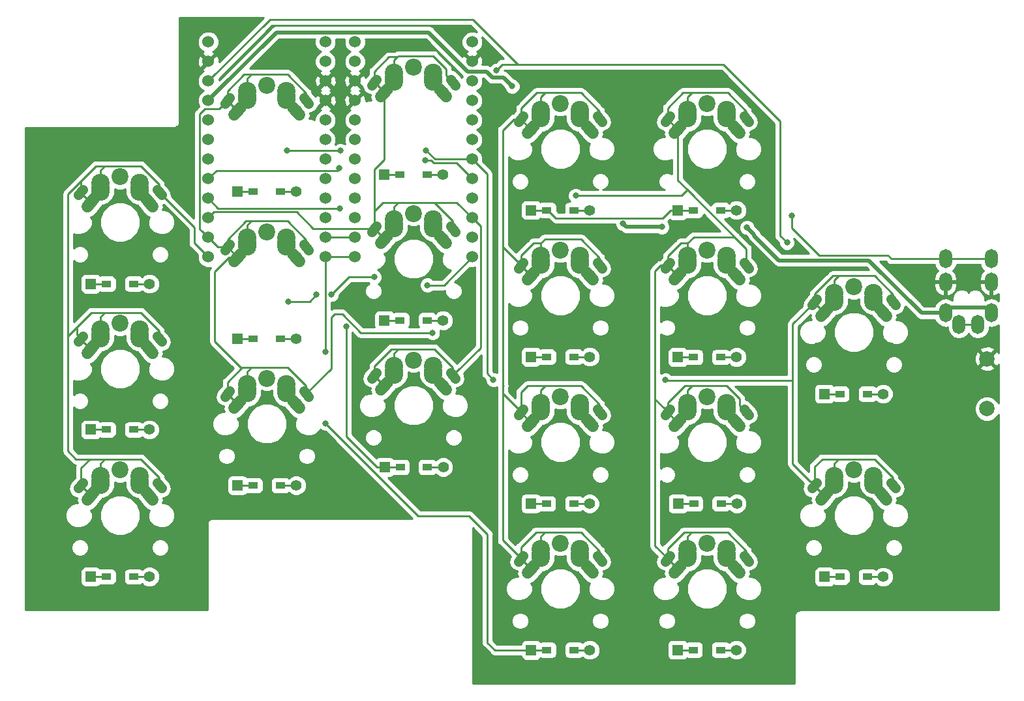
<source format=gbr>
G04 #@! TF.GenerationSoftware,KiCad,Pcbnew,(5.0.0)*
G04 #@! TF.CreationDate,2019-03-05T23:50:30+08:00*
G04 #@! TF.ProjectId,Shinonome,5368696E6F6E6F6D652E6B696361645F,rev?*
G04 #@! TF.SameCoordinates,Original*
G04 #@! TF.FileFunction,Copper,L1,Top,Signal*
G04 #@! TF.FilePolarity,Positive*
%FSLAX46Y46*%
G04 Gerber Fmt 4.6, Leading zero omitted, Abs format (unit mm)*
G04 Created by KiCad (PCBNEW (5.0.0)) date 03/05/19 23:50:30*
%MOMM*%
%LPD*%
G01*
G04 APERTURE LIST*
G04 #@! TA.AperFunction,ComponentPad*
%ADD10C,1.524000*%
G04 #@! TD*
G04 #@! TA.AperFunction,ComponentPad*
%ADD11C,1.250000*%
G04 #@! TD*
G04 #@! TA.AperFunction,Conductor*
%ADD12C,1.250000*%
G04 #@! TD*
G04 #@! TA.AperFunction,ComponentPad*
%ADD13C,2.200000*%
G04 #@! TD*
G04 #@! TA.AperFunction,ComponentPad*
%ADD14C,2.400000*%
G04 #@! TD*
G04 #@! TA.AperFunction,ComponentPad*
%ADD15C,1.550000*%
G04 #@! TD*
G04 #@! TA.AperFunction,Conductor*
%ADD16C,1.550000*%
G04 #@! TD*
G04 #@! TA.AperFunction,SMDPad,CuDef*
%ADD17R,1.300000X0.950000*%
G04 #@! TD*
G04 #@! TA.AperFunction,ComponentPad*
%ADD18R,1.397000X1.397000*%
G04 #@! TD*
G04 #@! TA.AperFunction,ComponentPad*
%ADD19C,1.397000*%
G04 #@! TD*
G04 #@! TA.AperFunction,ComponentPad*
%ADD20O,1.700000X2.500000*%
G04 #@! TD*
G04 #@! TA.AperFunction,ComponentPad*
%ADD21C,2.000000*%
G04 #@! TD*
G04 #@! TA.AperFunction,ViaPad*
%ADD22C,0.800000*%
G04 #@! TD*
G04 #@! TA.AperFunction,Conductor*
%ADD23C,0.250000*%
G04 #@! TD*
G04 #@! TA.AperFunction,Conductor*
%ADD24C,0.500000*%
G04 #@! TD*
G04 #@! TA.AperFunction,Conductor*
%ADD25C,0.254000*%
G04 #@! TD*
G04 APERTURE END LIST*
D10*
G04 #@! TO.P,U1,24*
G04 #@! TO.N,Net-(U1-Pad24)*
X148463600Y-72422000D03*
G04 #@! TO.P,U1,23*
G04 #@! TO.N,GND*
X148463600Y-74962000D03*
G04 #@! TO.P,U1,22*
G04 #@! TO.N,reset*
X148463600Y-77502000D03*
G04 #@! TO.P,U1,21*
G04 #@! TO.N,VCC*
X148463600Y-80042000D03*
G04 #@! TO.P,U1,20*
G04 #@! TO.N,Net-(U1-Pad20)*
X148463600Y-82582000D03*
G04 #@! TO.P,U1,19*
G04 #@! TO.N,Net-(U1-Pad19)*
X148463600Y-85122000D03*
G04 #@! TO.P,U1,18*
G04 #@! TO.N,col5*
X148463600Y-87662000D03*
G04 #@! TO.P,U1,17*
G04 #@! TO.N,col4*
X148463600Y-90202000D03*
G04 #@! TO.P,U1,16*
G04 #@! TO.N,col3*
X148463600Y-92742000D03*
G04 #@! TO.P,U1,15*
G04 #@! TO.N,col2*
X148463600Y-95282000D03*
G04 #@! TO.P,U1,14*
G04 #@! TO.N,col1*
X148463600Y-97822000D03*
G04 #@! TO.P,U1,13*
G04 #@! TO.N,col0*
X148463600Y-100362000D03*
G04 #@! TO.P,U1,12*
G04 #@! TO.N,row3*
X133243600Y-100362000D03*
G04 #@! TO.P,U1,11*
G04 #@! TO.N,row2*
X133243600Y-97822000D03*
G04 #@! TO.P,U1,10*
G04 #@! TO.N,row1*
X133243600Y-95282000D03*
G04 #@! TO.P,U1,9*
G04 #@! TO.N,row0*
X133243600Y-92742000D03*
G04 #@! TO.P,U1,8*
G04 #@! TO.N,Net-(U1-Pad8)*
X133243600Y-90202000D03*
G04 #@! TO.P,U1,7*
G04 #@! TO.N,Net-(U1-Pad7)*
X133243600Y-87662000D03*
G04 #@! TO.P,U1,6*
G04 #@! TO.N,Net-(U1-Pad6)*
X133243600Y-85122000D03*
G04 #@! TO.P,U1,5*
G04 #@! TO.N,Net-(U1-Pad5)*
X133243600Y-82582000D03*
G04 #@! TO.P,U1,4*
G04 #@! TO.N,GND*
X133243600Y-80042000D03*
G04 #@! TO.P,U1,3*
X133243600Y-77502000D03*
G04 #@! TO.P,U1,2*
G04 #@! TO.N,data*
X133243600Y-74962000D03*
G04 #@! TO.P,U1,1*
G04 #@! TO.N,Net-(U1-Pad1)*
X133243600Y-72422000D03*
G04 #@! TD*
G04 #@! TO.P,U2,24*
G04 #@! TO.N,Net-(U2-Pad24)*
X114206400Y-72442000D03*
G04 #@! TO.P,U2,23*
G04 #@! TO.N,GND*
X114206400Y-74982000D03*
G04 #@! TO.P,U2,22*
G04 #@! TO.N,reset*
X114206400Y-77522000D03*
G04 #@! TO.P,U2,21*
G04 #@! TO.N,VCC*
X114206400Y-80062000D03*
G04 #@! TO.P,U2,20*
G04 #@! TO.N,Net-(U2-Pad20)*
X114206400Y-82602000D03*
G04 #@! TO.P,U2,19*
G04 #@! TO.N,Net-(U2-Pad19)*
X114206400Y-85142000D03*
G04 #@! TO.P,U2,18*
G04 #@! TO.N,col5*
X114206400Y-87682000D03*
G04 #@! TO.P,U2,17*
G04 #@! TO.N,col4*
X114206400Y-90222000D03*
G04 #@! TO.P,U2,16*
G04 #@! TO.N,col3*
X114206400Y-92762000D03*
G04 #@! TO.P,U2,15*
G04 #@! TO.N,col2*
X114206400Y-95302000D03*
G04 #@! TO.P,U2,14*
G04 #@! TO.N,col1*
X114206400Y-97842000D03*
G04 #@! TO.P,U2,13*
G04 #@! TO.N,col0*
X114206400Y-100382000D03*
G04 #@! TO.P,U2,12*
G04 #@! TO.N,row3*
X129426400Y-100382000D03*
G04 #@! TO.P,U2,11*
G04 #@! TO.N,row2*
X129426400Y-97842000D03*
G04 #@! TO.P,U2,10*
G04 #@! TO.N,row1*
X129426400Y-95302000D03*
G04 #@! TO.P,U2,9*
G04 #@! TO.N,row0*
X129426400Y-92762000D03*
G04 #@! TO.P,U2,8*
G04 #@! TO.N,Net-(U2-Pad8)*
X129426400Y-90222000D03*
G04 #@! TO.P,U2,7*
G04 #@! TO.N,Net-(U2-Pad7)*
X129426400Y-87682000D03*
G04 #@! TO.P,U2,6*
G04 #@! TO.N,Net-(U2-Pad6)*
X129426400Y-85142000D03*
G04 #@! TO.P,U2,5*
G04 #@! TO.N,Net-(U2-Pad5)*
X129426400Y-82602000D03*
G04 #@! TO.P,U2,4*
G04 #@! TO.N,GND*
X129426400Y-80062000D03*
G04 #@! TO.P,U2,3*
X129426400Y-77522000D03*
G04 #@! TO.P,U2,2*
G04 #@! TO.N,data*
X129426400Y-74982000D03*
G04 #@! TO.P,U2,1*
G04 #@! TO.N,Net-(U2-Pad1)*
X129426400Y-72442000D03*
G04 #@! TD*
D11*
G04 #@! TO.P,SW1,1*
G04 #@! TO.N,col0*
X107860000Y-91960000D03*
D12*
G04 #@! TD*
G04 #@! TO.N,col0*
G04 #@! TO.C,SW1*
X107554676Y-91596129D02*
X108165324Y-92323871D01*
D11*
G04 #@! TO.P,SW1,1*
G04 #@! TO.N,col0*
X97660000Y-91960000D03*
D12*
G04 #@! TD*
G04 #@! TO.N,col0*
G04 #@! TO.C,SW1*
X97354676Y-92323871D02*
X97965324Y-91596129D01*
D13*
G04 #@! TO.P,SW1,2*
G04 #@! TO.N,Net-(D1-Pad2)*
X102760000Y-89960000D03*
D14*
X105300000Y-90780000D03*
D15*
G04 #@! TO.P,SW1,1*
G04 #@! TO.N,col0*
X98950000Y-93320000D03*
D16*
G04 #@! TD*
G04 #@! TO.N,col0*
G04 #@! TO.C,SW1*
X98548258Y-93798778D02*
X99351742Y-92841222D01*
D14*
G04 #@! TO.P,SW1,1*
G04 #@! TO.N,col0*
X100220000Y-90780000D03*
D15*
G04 #@! TO.P,SW1,2*
G04 #@! TO.N,Net-(D1-Pad2)*
X106570000Y-93320000D03*
D16*
G04 #@! TD*
G04 #@! TO.N,Net-(D1-Pad2)*
G04 #@! TO.C,SW1*
X106168258Y-92841222D02*
X106971742Y-93798778D01*
D14*
G04 #@! TO.P,SW1,2*
G04 #@! TO.N,Net-(D1-Pad2)*
X105300000Y-91360000D03*
X105300000Y-91860000D03*
G04 #@! TO.P,SW1,1*
G04 #@! TO.N,col0*
X100220000Y-91860000D03*
X100220000Y-91360000D03*
G04 #@! TD*
G04 #@! TO.P,SW2,1*
G04 #@! TO.N,col0*
X100220000Y-110410000D03*
X100220000Y-110910000D03*
G04 #@! TO.P,SW2,2*
G04 #@! TO.N,Net-(D2-Pad2)*
X105300000Y-110910000D03*
X105300000Y-110410000D03*
D15*
X106570000Y-112370000D03*
D16*
G04 #@! TD*
G04 #@! TO.N,Net-(D2-Pad2)*
G04 #@! TO.C,SW2*
X106168258Y-111891222D02*
X106971742Y-112848778D01*
D14*
G04 #@! TO.P,SW2,1*
G04 #@! TO.N,col0*
X100220000Y-109830000D03*
D15*
X98950000Y-112370000D03*
D16*
G04 #@! TD*
G04 #@! TO.N,col0*
G04 #@! TO.C,SW2*
X98548258Y-112848778D02*
X99351742Y-111891222D01*
D14*
G04 #@! TO.P,SW2,2*
G04 #@! TO.N,Net-(D2-Pad2)*
X105300000Y-109830000D03*
D13*
X102760000Y-109010000D03*
D11*
G04 #@! TO.P,SW2,1*
G04 #@! TO.N,col0*
X97660000Y-111010000D03*
D12*
G04 #@! TD*
G04 #@! TO.N,col0*
G04 #@! TO.C,SW2*
X97354676Y-111373871D02*
X97965324Y-110646129D01*
D11*
G04 #@! TO.P,SW2,1*
G04 #@! TO.N,col0*
X107860000Y-111010000D03*
D12*
G04 #@! TD*
G04 #@! TO.N,col0*
G04 #@! TO.C,SW2*
X107554676Y-110646129D02*
X108165324Y-111373871D01*
D11*
G04 #@! TO.P,SW19,1*
G04 #@! TO.N,col5*
X203110000Y-130060000D03*
D12*
G04 #@! TD*
G04 #@! TO.N,col5*
G04 #@! TO.C,SW19*
X202804676Y-129696129D02*
X203415324Y-130423871D01*
D11*
G04 #@! TO.P,SW19,1*
G04 #@! TO.N,col5*
X192910000Y-130060000D03*
D12*
G04 #@! TD*
G04 #@! TO.N,col5*
G04 #@! TO.C,SW19*
X192604676Y-130423871D02*
X193215324Y-129696129D01*
D13*
G04 #@! TO.P,SW19,2*
G04 #@! TO.N,Net-(D19-Pad2)*
X198010000Y-128060000D03*
D14*
X200550000Y-128880000D03*
D15*
G04 #@! TO.P,SW19,1*
G04 #@! TO.N,col5*
X194200000Y-131420000D03*
D16*
G04 #@! TD*
G04 #@! TO.N,col5*
G04 #@! TO.C,SW19*
X193798258Y-131898778D02*
X194601742Y-130941222D01*
D14*
G04 #@! TO.P,SW19,1*
G04 #@! TO.N,col5*
X195470000Y-128880000D03*
D15*
G04 #@! TO.P,SW19,2*
G04 #@! TO.N,Net-(D19-Pad2)*
X201820000Y-131420000D03*
D16*
G04 #@! TD*
G04 #@! TO.N,Net-(D19-Pad2)*
G04 #@! TO.C,SW19*
X201418258Y-130941222D02*
X202221742Y-131898778D01*
D14*
G04 #@! TO.P,SW19,2*
G04 #@! TO.N,Net-(D19-Pad2)*
X200550000Y-129460000D03*
X200550000Y-129960000D03*
G04 #@! TO.P,SW19,1*
G04 #@! TO.N,col5*
X195470000Y-129960000D03*
X195470000Y-129460000D03*
G04 #@! TD*
G04 #@! TO.P,SW18,1*
G04 #@! TO.N,col5*
X195470000Y-105650000D03*
X195470000Y-106150000D03*
G04 #@! TO.P,SW18,2*
G04 #@! TO.N,Net-(D18-Pad2)*
X200550000Y-106150000D03*
X200550000Y-105650000D03*
D15*
X201820000Y-107610000D03*
D16*
G04 #@! TD*
G04 #@! TO.N,Net-(D18-Pad2)*
G04 #@! TO.C,SW18*
X201418258Y-107131222D02*
X202221742Y-108088778D01*
D14*
G04 #@! TO.P,SW18,1*
G04 #@! TO.N,col5*
X195470000Y-105070000D03*
D15*
X194200000Y-107610000D03*
D16*
G04 #@! TD*
G04 #@! TO.N,col5*
G04 #@! TO.C,SW18*
X193798258Y-108088778D02*
X194601742Y-107131222D01*
D14*
G04 #@! TO.P,SW18,2*
G04 #@! TO.N,Net-(D18-Pad2)*
X200550000Y-105070000D03*
D13*
X198010000Y-104250000D03*
D11*
G04 #@! TO.P,SW18,1*
G04 #@! TO.N,col5*
X192910000Y-106250000D03*
D12*
G04 #@! TD*
G04 #@! TO.N,col5*
G04 #@! TO.C,SW18*
X192604676Y-106613871D02*
X193215324Y-105886129D01*
D11*
G04 #@! TO.P,SW18,1*
G04 #@! TO.N,col5*
X203110000Y-106250000D03*
D12*
G04 #@! TD*
G04 #@! TO.N,col5*
G04 #@! TO.C,SW18*
X202804676Y-105886129D02*
X203415324Y-106613871D01*
D11*
G04 #@! TO.P,SW17,1*
G04 #@! TO.N,col4*
X184060000Y-139580000D03*
D12*
G04 #@! TD*
G04 #@! TO.N,col4*
G04 #@! TO.C,SW17*
X183754676Y-139216129D02*
X184365324Y-139943871D01*
D11*
G04 #@! TO.P,SW17,1*
G04 #@! TO.N,col4*
X173860000Y-139580000D03*
D12*
G04 #@! TD*
G04 #@! TO.N,col4*
G04 #@! TO.C,SW17*
X173554676Y-139943871D02*
X174165324Y-139216129D01*
D13*
G04 #@! TO.P,SW17,2*
G04 #@! TO.N,Net-(D17-Pad2)*
X178960000Y-137580000D03*
D14*
X181500000Y-138400000D03*
D15*
G04 #@! TO.P,SW17,1*
G04 #@! TO.N,col4*
X175150000Y-140940000D03*
D16*
G04 #@! TD*
G04 #@! TO.N,col4*
G04 #@! TO.C,SW17*
X174748258Y-141418778D02*
X175551742Y-140461222D01*
D14*
G04 #@! TO.P,SW17,1*
G04 #@! TO.N,col4*
X176420000Y-138400000D03*
D15*
G04 #@! TO.P,SW17,2*
G04 #@! TO.N,Net-(D17-Pad2)*
X182770000Y-140940000D03*
D16*
G04 #@! TD*
G04 #@! TO.N,Net-(D17-Pad2)*
G04 #@! TO.C,SW17*
X182368258Y-140461222D02*
X183171742Y-141418778D01*
D14*
G04 #@! TO.P,SW17,2*
G04 #@! TO.N,Net-(D17-Pad2)*
X181500000Y-138980000D03*
X181500000Y-139480000D03*
G04 #@! TO.P,SW17,1*
G04 #@! TO.N,col4*
X176420000Y-139480000D03*
X176420000Y-138980000D03*
G04 #@! TD*
G04 #@! TO.P,SW16,1*
G04 #@! TO.N,col4*
X176420000Y-119940000D03*
X176420000Y-120440000D03*
G04 #@! TO.P,SW16,2*
G04 #@! TO.N,Net-(D16-Pad2)*
X181500000Y-120440000D03*
X181500000Y-119940000D03*
D15*
X182770000Y-121900000D03*
D16*
G04 #@! TD*
G04 #@! TO.N,Net-(D16-Pad2)*
G04 #@! TO.C,SW16*
X182368258Y-121421222D02*
X183171742Y-122378778D01*
D14*
G04 #@! TO.P,SW16,1*
G04 #@! TO.N,col4*
X176420000Y-119360000D03*
D15*
X175150000Y-121900000D03*
D16*
G04 #@! TD*
G04 #@! TO.N,col4*
G04 #@! TO.C,SW16*
X174748258Y-122378778D02*
X175551742Y-121421222D01*
D14*
G04 #@! TO.P,SW16,2*
G04 #@! TO.N,Net-(D16-Pad2)*
X181500000Y-119360000D03*
D13*
X178960000Y-118540000D03*
D11*
G04 #@! TO.P,SW16,1*
G04 #@! TO.N,col4*
X173860000Y-120540000D03*
D12*
G04 #@! TD*
G04 #@! TO.N,col4*
G04 #@! TO.C,SW16*
X173554676Y-120903871D02*
X174165324Y-120176129D01*
D11*
G04 #@! TO.P,SW16,1*
G04 #@! TO.N,col4*
X184060000Y-120540000D03*
D12*
G04 #@! TD*
G04 #@! TO.N,col4*
G04 #@! TO.C,SW16*
X183754676Y-120176129D02*
X184365324Y-120903871D01*
D11*
G04 #@! TO.P,SW15,1*
G04 #@! TO.N,col4*
X184060000Y-101480000D03*
D12*
G04 #@! TD*
G04 #@! TO.N,col4*
G04 #@! TO.C,SW15*
X183754676Y-101116129D02*
X184365324Y-101843871D01*
D11*
G04 #@! TO.P,SW15,1*
G04 #@! TO.N,col4*
X173860000Y-101480000D03*
D12*
G04 #@! TD*
G04 #@! TO.N,col4*
G04 #@! TO.C,SW15*
X173554676Y-101843871D02*
X174165324Y-101116129D01*
D13*
G04 #@! TO.P,SW15,2*
G04 #@! TO.N,Net-(D15-Pad2)*
X178960000Y-99480000D03*
D14*
X181500000Y-100300000D03*
D15*
G04 #@! TO.P,SW15,1*
G04 #@! TO.N,col4*
X175150000Y-102840000D03*
D16*
G04 #@! TD*
G04 #@! TO.N,col4*
G04 #@! TO.C,SW15*
X174748258Y-103318778D02*
X175551742Y-102361222D01*
D14*
G04 #@! TO.P,SW15,1*
G04 #@! TO.N,col4*
X176420000Y-100300000D03*
D15*
G04 #@! TO.P,SW15,2*
G04 #@! TO.N,Net-(D15-Pad2)*
X182770000Y-102840000D03*
D16*
G04 #@! TD*
G04 #@! TO.N,Net-(D15-Pad2)*
G04 #@! TO.C,SW15*
X182368258Y-102361222D02*
X183171742Y-103318778D01*
D14*
G04 #@! TO.P,SW15,2*
G04 #@! TO.N,Net-(D15-Pad2)*
X181500000Y-100880000D03*
X181500000Y-101380000D03*
G04 #@! TO.P,SW15,1*
G04 #@! TO.N,col4*
X176420000Y-101380000D03*
X176420000Y-100880000D03*
G04 #@! TD*
G04 #@! TO.P,SW14,1*
G04 #@! TO.N,col4*
X176420000Y-81840000D03*
X176420000Y-82340000D03*
G04 #@! TO.P,SW14,2*
G04 #@! TO.N,Net-(D14-Pad2)*
X181500000Y-82340000D03*
X181500000Y-81840000D03*
D15*
X182770000Y-83800000D03*
D16*
G04 #@! TD*
G04 #@! TO.N,Net-(D14-Pad2)*
G04 #@! TO.C,SW14*
X182368258Y-83321222D02*
X183171742Y-84278778D01*
D14*
G04 #@! TO.P,SW14,1*
G04 #@! TO.N,col4*
X176420000Y-81260000D03*
D15*
X175150000Y-83800000D03*
D16*
G04 #@! TD*
G04 #@! TO.N,col4*
G04 #@! TO.C,SW14*
X174748258Y-84278778D02*
X175551742Y-83321222D01*
D14*
G04 #@! TO.P,SW14,2*
G04 #@! TO.N,Net-(D14-Pad2)*
X181500000Y-81260000D03*
D13*
X178960000Y-80440000D03*
D11*
G04 #@! TO.P,SW14,1*
G04 #@! TO.N,col4*
X173860000Y-82440000D03*
D12*
G04 #@! TD*
G04 #@! TO.N,col4*
G04 #@! TO.C,SW14*
X173554676Y-82803871D02*
X174165324Y-82076129D01*
D11*
G04 #@! TO.P,SW14,1*
G04 #@! TO.N,col4*
X184060000Y-82440000D03*
D12*
G04 #@! TD*
G04 #@! TO.N,col4*
G04 #@! TO.C,SW14*
X183754676Y-82076129D02*
X184365324Y-82803871D01*
D11*
G04 #@! TO.P,SW13,1*
G04 #@! TO.N,col3*
X165010000Y-139580000D03*
D12*
G04 #@! TD*
G04 #@! TO.N,col3*
G04 #@! TO.C,SW13*
X164704676Y-139216129D02*
X165315324Y-139943871D01*
D11*
G04 #@! TO.P,SW13,1*
G04 #@! TO.N,col3*
X154810000Y-139580000D03*
D12*
G04 #@! TD*
G04 #@! TO.N,col3*
G04 #@! TO.C,SW13*
X154504676Y-139943871D02*
X155115324Y-139216129D01*
D13*
G04 #@! TO.P,SW13,2*
G04 #@! TO.N,Net-(D13-Pad2)*
X159910000Y-137580000D03*
D14*
X162450000Y-138400000D03*
D15*
G04 #@! TO.P,SW13,1*
G04 #@! TO.N,col3*
X156100000Y-140940000D03*
D16*
G04 #@! TD*
G04 #@! TO.N,col3*
G04 #@! TO.C,SW13*
X155698258Y-141418778D02*
X156501742Y-140461222D01*
D14*
G04 #@! TO.P,SW13,1*
G04 #@! TO.N,col3*
X157370000Y-138400000D03*
D15*
G04 #@! TO.P,SW13,2*
G04 #@! TO.N,Net-(D13-Pad2)*
X163720000Y-140940000D03*
D16*
G04 #@! TD*
G04 #@! TO.N,Net-(D13-Pad2)*
G04 #@! TO.C,SW13*
X163318258Y-140461222D02*
X164121742Y-141418778D01*
D14*
G04 #@! TO.P,SW13,2*
G04 #@! TO.N,Net-(D13-Pad2)*
X162450000Y-138980000D03*
X162450000Y-139480000D03*
G04 #@! TO.P,SW13,1*
G04 #@! TO.N,col3*
X157370000Y-139480000D03*
X157370000Y-138980000D03*
G04 #@! TD*
G04 #@! TO.P,SW12,1*
G04 #@! TO.N,col3*
X157370000Y-119940000D03*
X157370000Y-120440000D03*
G04 #@! TO.P,SW12,2*
G04 #@! TO.N,Net-(D12-Pad2)*
X162450000Y-120440000D03*
X162450000Y-119940000D03*
D15*
X163720000Y-121900000D03*
D16*
G04 #@! TD*
G04 #@! TO.N,Net-(D12-Pad2)*
G04 #@! TO.C,SW12*
X163318258Y-121421222D02*
X164121742Y-122378778D01*
D14*
G04 #@! TO.P,SW12,1*
G04 #@! TO.N,col3*
X157370000Y-119360000D03*
D15*
X156100000Y-121900000D03*
D16*
G04 #@! TD*
G04 #@! TO.N,col3*
G04 #@! TO.C,SW12*
X155698258Y-122378778D02*
X156501742Y-121421222D01*
D14*
G04 #@! TO.P,SW12,2*
G04 #@! TO.N,Net-(D12-Pad2)*
X162450000Y-119360000D03*
D13*
X159910000Y-118540000D03*
D11*
G04 #@! TO.P,SW12,1*
G04 #@! TO.N,col3*
X154810000Y-120540000D03*
D12*
G04 #@! TD*
G04 #@! TO.N,col3*
G04 #@! TO.C,SW12*
X154504676Y-120903871D02*
X155115324Y-120176129D01*
D11*
G04 #@! TO.P,SW12,1*
G04 #@! TO.N,col3*
X165010000Y-120540000D03*
D12*
G04 #@! TD*
G04 #@! TO.N,col3*
G04 #@! TO.C,SW12*
X164704676Y-120176129D02*
X165315324Y-120903871D01*
D11*
G04 #@! TO.P,SW11,1*
G04 #@! TO.N,col3*
X165010000Y-101480000D03*
D12*
G04 #@! TD*
G04 #@! TO.N,col3*
G04 #@! TO.C,SW11*
X164704676Y-101116129D02*
X165315324Y-101843871D01*
D11*
G04 #@! TO.P,SW11,1*
G04 #@! TO.N,col3*
X154810000Y-101480000D03*
D12*
G04 #@! TD*
G04 #@! TO.N,col3*
G04 #@! TO.C,SW11*
X154504676Y-101843871D02*
X155115324Y-101116129D01*
D13*
G04 #@! TO.P,SW11,2*
G04 #@! TO.N,Net-(D11-Pad2)*
X159910000Y-99480000D03*
D14*
X162450000Y-100300000D03*
D15*
G04 #@! TO.P,SW11,1*
G04 #@! TO.N,col3*
X156100000Y-102840000D03*
D16*
G04 #@! TD*
G04 #@! TO.N,col3*
G04 #@! TO.C,SW11*
X155698258Y-103318778D02*
X156501742Y-102361222D01*
D14*
G04 #@! TO.P,SW11,1*
G04 #@! TO.N,col3*
X157370000Y-100300000D03*
D15*
G04 #@! TO.P,SW11,2*
G04 #@! TO.N,Net-(D11-Pad2)*
X163720000Y-102840000D03*
D16*
G04 #@! TD*
G04 #@! TO.N,Net-(D11-Pad2)*
G04 #@! TO.C,SW11*
X163318258Y-102361222D02*
X164121742Y-103318778D01*
D14*
G04 #@! TO.P,SW11,2*
G04 #@! TO.N,Net-(D11-Pad2)*
X162450000Y-100880000D03*
X162450000Y-101380000D03*
G04 #@! TO.P,SW11,1*
G04 #@! TO.N,col3*
X157370000Y-101380000D03*
X157370000Y-100880000D03*
G04 #@! TD*
G04 #@! TO.P,SW10,1*
G04 #@! TO.N,col3*
X157370000Y-81840000D03*
X157370000Y-82340000D03*
G04 #@! TO.P,SW10,2*
G04 #@! TO.N,Net-(D10-Pad2)*
X162450000Y-82340000D03*
X162450000Y-81840000D03*
D15*
X163720000Y-83800000D03*
D16*
G04 #@! TD*
G04 #@! TO.N,Net-(D10-Pad2)*
G04 #@! TO.C,SW10*
X163318258Y-83321222D02*
X164121742Y-84278778D01*
D14*
G04 #@! TO.P,SW10,1*
G04 #@! TO.N,col3*
X157370000Y-81260000D03*
D15*
X156100000Y-83800000D03*
D16*
G04 #@! TD*
G04 #@! TO.N,col3*
G04 #@! TO.C,SW10*
X155698258Y-84278778D02*
X156501742Y-83321222D01*
D14*
G04 #@! TO.P,SW10,2*
G04 #@! TO.N,Net-(D10-Pad2)*
X162450000Y-81260000D03*
D13*
X159910000Y-80440000D03*
D11*
G04 #@! TO.P,SW10,1*
G04 #@! TO.N,col3*
X154810000Y-82440000D03*
D12*
G04 #@! TD*
G04 #@! TO.N,col3*
G04 #@! TO.C,SW10*
X154504676Y-82803871D02*
X155115324Y-82076129D01*
D11*
G04 #@! TO.P,SW10,1*
G04 #@! TO.N,col3*
X165010000Y-82440000D03*
D12*
G04 #@! TD*
G04 #@! TO.N,col3*
G04 #@! TO.C,SW10*
X164704676Y-82076129D02*
X165315324Y-82803871D01*
D11*
G04 #@! TO.P,SW9,1*
G04 #@! TO.N,col2*
X145960000Y-115770000D03*
D12*
G04 #@! TD*
G04 #@! TO.N,col2*
G04 #@! TO.C,SW9*
X145654676Y-115406129D02*
X146265324Y-116133871D01*
D11*
G04 #@! TO.P,SW9,1*
G04 #@! TO.N,col2*
X135760000Y-115770000D03*
D12*
G04 #@! TD*
G04 #@! TO.N,col2*
G04 #@! TO.C,SW9*
X135454676Y-116133871D02*
X136065324Y-115406129D01*
D13*
G04 #@! TO.P,SW9,2*
G04 #@! TO.N,Net-(D9-Pad2)*
X140860000Y-113770000D03*
D14*
X143400000Y-114590000D03*
D15*
G04 #@! TO.P,SW9,1*
G04 #@! TO.N,col2*
X137050000Y-117130000D03*
D16*
G04 #@! TD*
G04 #@! TO.N,col2*
G04 #@! TO.C,SW9*
X136648258Y-117608778D02*
X137451742Y-116651222D01*
D14*
G04 #@! TO.P,SW9,1*
G04 #@! TO.N,col2*
X138320000Y-114590000D03*
D15*
G04 #@! TO.P,SW9,2*
G04 #@! TO.N,Net-(D9-Pad2)*
X144670000Y-117130000D03*
D16*
G04 #@! TD*
G04 #@! TO.N,Net-(D9-Pad2)*
G04 #@! TO.C,SW9*
X144268258Y-116651222D02*
X145071742Y-117608778D01*
D14*
G04 #@! TO.P,SW9,2*
G04 #@! TO.N,Net-(D9-Pad2)*
X143400000Y-115170000D03*
X143400000Y-115670000D03*
G04 #@! TO.P,SW9,1*
G04 #@! TO.N,col2*
X138320000Y-115670000D03*
X138320000Y-115170000D03*
G04 #@! TD*
G04 #@! TO.P,SW8,1*
G04 #@! TO.N,col2*
X138320000Y-96120000D03*
X138320000Y-96620000D03*
G04 #@! TO.P,SW8,2*
G04 #@! TO.N,Net-(D8-Pad2)*
X143400000Y-96620000D03*
X143400000Y-96120000D03*
D15*
X144670000Y-98080000D03*
D16*
G04 #@! TD*
G04 #@! TO.N,Net-(D8-Pad2)*
G04 #@! TO.C,SW8*
X144268258Y-97601222D02*
X145071742Y-98558778D01*
D14*
G04 #@! TO.P,SW8,1*
G04 #@! TO.N,col2*
X138320000Y-95540000D03*
D15*
X137050000Y-98080000D03*
D16*
G04 #@! TD*
G04 #@! TO.N,col2*
G04 #@! TO.C,SW8*
X136648258Y-98558778D02*
X137451742Y-97601222D01*
D14*
G04 #@! TO.P,SW8,2*
G04 #@! TO.N,Net-(D8-Pad2)*
X143400000Y-95540000D03*
D13*
X140860000Y-94720000D03*
D11*
G04 #@! TO.P,SW8,1*
G04 #@! TO.N,col2*
X135760000Y-96720000D03*
D12*
G04 #@! TD*
G04 #@! TO.N,col2*
G04 #@! TO.C,SW8*
X135454676Y-97083871D02*
X136065324Y-96356129D01*
D11*
G04 #@! TO.P,SW8,1*
G04 #@! TO.N,col2*
X145960000Y-96720000D03*
D12*
G04 #@! TD*
G04 #@! TO.N,col2*
G04 #@! TO.C,SW8*
X145654676Y-96356129D02*
X146265324Y-97083871D01*
D11*
G04 #@! TO.P,SW7,1*
G04 #@! TO.N,col2*
X145960000Y-77670000D03*
D12*
G04 #@! TD*
G04 #@! TO.N,col2*
G04 #@! TO.C,SW7*
X145654676Y-77306129D02*
X146265324Y-78033871D01*
D11*
G04 #@! TO.P,SW7,1*
G04 #@! TO.N,col2*
X135760000Y-77670000D03*
D12*
G04 #@! TD*
G04 #@! TO.N,col2*
G04 #@! TO.C,SW7*
X135454676Y-78033871D02*
X136065324Y-77306129D01*
D13*
G04 #@! TO.P,SW7,2*
G04 #@! TO.N,Net-(D7-Pad2)*
X140860000Y-75670000D03*
D14*
X143400000Y-76490000D03*
D15*
G04 #@! TO.P,SW7,1*
G04 #@! TO.N,col2*
X137050000Y-79030000D03*
D16*
G04 #@! TD*
G04 #@! TO.N,col2*
G04 #@! TO.C,SW7*
X136648258Y-79508778D02*
X137451742Y-78551222D01*
D14*
G04 #@! TO.P,SW7,1*
G04 #@! TO.N,col2*
X138320000Y-76490000D03*
D15*
G04 #@! TO.P,SW7,2*
G04 #@! TO.N,Net-(D7-Pad2)*
X144670000Y-79030000D03*
D16*
G04 #@! TD*
G04 #@! TO.N,Net-(D7-Pad2)*
G04 #@! TO.C,SW7*
X144268258Y-78551222D02*
X145071742Y-79508778D01*
D14*
G04 #@! TO.P,SW7,2*
G04 #@! TO.N,Net-(D7-Pad2)*
X143400000Y-77070000D03*
X143400000Y-77570000D03*
G04 #@! TO.P,SW7,1*
G04 #@! TO.N,col2*
X138320000Y-77570000D03*
X138320000Y-77070000D03*
G04 #@! TD*
G04 #@! TO.P,SW6,1*
G04 #@! TO.N,col1*
X119270000Y-117550000D03*
X119270000Y-118050000D03*
G04 #@! TO.P,SW6,2*
G04 #@! TO.N,Net-(D6-Pad2)*
X124350000Y-118050000D03*
X124350000Y-117550000D03*
D15*
X125620000Y-119510000D03*
D16*
G04 #@! TD*
G04 #@! TO.N,Net-(D6-Pad2)*
G04 #@! TO.C,SW6*
X125218258Y-119031222D02*
X126021742Y-119988778D01*
D14*
G04 #@! TO.P,SW6,1*
G04 #@! TO.N,col1*
X119270000Y-116970000D03*
D15*
X118000000Y-119510000D03*
D16*
G04 #@! TD*
G04 #@! TO.N,col1*
G04 #@! TO.C,SW6*
X117598258Y-119988778D02*
X118401742Y-119031222D01*
D14*
G04 #@! TO.P,SW6,2*
G04 #@! TO.N,Net-(D6-Pad2)*
X124350000Y-116970000D03*
D13*
X121810000Y-116150000D03*
D11*
G04 #@! TO.P,SW6,1*
G04 #@! TO.N,col1*
X116710000Y-118150000D03*
D12*
G04 #@! TD*
G04 #@! TO.N,col1*
G04 #@! TO.C,SW6*
X116404676Y-118513871D02*
X117015324Y-117786129D01*
D11*
G04 #@! TO.P,SW6,1*
G04 #@! TO.N,col1*
X126910000Y-118150000D03*
D12*
G04 #@! TD*
G04 #@! TO.N,col1*
G04 #@! TO.C,SW6*
X126604676Y-117786129D02*
X127215324Y-118513871D01*
D11*
G04 #@! TO.P,SW5,1*
G04 #@! TO.N,col1*
X126910000Y-99110000D03*
D12*
G04 #@! TD*
G04 #@! TO.N,col1*
G04 #@! TO.C,SW5*
X126604676Y-98746129D02*
X127215324Y-99473871D01*
D11*
G04 #@! TO.P,SW5,1*
G04 #@! TO.N,col1*
X116710000Y-99110000D03*
D12*
G04 #@! TD*
G04 #@! TO.N,col1*
G04 #@! TO.C,SW5*
X116404676Y-99473871D02*
X117015324Y-98746129D01*
D13*
G04 #@! TO.P,SW5,2*
G04 #@! TO.N,Net-(D5-Pad2)*
X121810000Y-97110000D03*
D14*
X124350000Y-97930000D03*
D15*
G04 #@! TO.P,SW5,1*
G04 #@! TO.N,col1*
X118000000Y-100470000D03*
D16*
G04 #@! TD*
G04 #@! TO.N,col1*
G04 #@! TO.C,SW5*
X117598258Y-100948778D02*
X118401742Y-99991222D01*
D14*
G04 #@! TO.P,SW5,1*
G04 #@! TO.N,col1*
X119270000Y-97930000D03*
D15*
G04 #@! TO.P,SW5,2*
G04 #@! TO.N,Net-(D5-Pad2)*
X125620000Y-100470000D03*
D16*
G04 #@! TD*
G04 #@! TO.N,Net-(D5-Pad2)*
G04 #@! TO.C,SW5*
X125218258Y-99991222D02*
X126021742Y-100948778D01*
D14*
G04 #@! TO.P,SW5,2*
G04 #@! TO.N,Net-(D5-Pad2)*
X124350000Y-98510000D03*
X124350000Y-99010000D03*
G04 #@! TO.P,SW5,1*
G04 #@! TO.N,col1*
X119270000Y-99010000D03*
X119270000Y-98510000D03*
G04 #@! TD*
G04 #@! TO.P,SW4,1*
G04 #@! TO.N,col1*
X119270000Y-79460000D03*
X119270000Y-79960000D03*
G04 #@! TO.P,SW4,2*
G04 #@! TO.N,Net-(D4-Pad2)*
X124350000Y-79960000D03*
X124350000Y-79460000D03*
D15*
X125620000Y-81420000D03*
D16*
G04 #@! TD*
G04 #@! TO.N,Net-(D4-Pad2)*
G04 #@! TO.C,SW4*
X125218258Y-80941222D02*
X126021742Y-81898778D01*
D14*
G04 #@! TO.P,SW4,1*
G04 #@! TO.N,col1*
X119270000Y-78880000D03*
D15*
X118000000Y-81420000D03*
D16*
G04 #@! TD*
G04 #@! TO.N,col1*
G04 #@! TO.C,SW4*
X117598258Y-81898778D02*
X118401742Y-80941222D01*
D14*
G04 #@! TO.P,SW4,2*
G04 #@! TO.N,Net-(D4-Pad2)*
X124350000Y-78880000D03*
D13*
X121810000Y-78060000D03*
D11*
G04 #@! TO.P,SW4,1*
G04 #@! TO.N,col1*
X116710000Y-80060000D03*
D12*
G04 #@! TD*
G04 #@! TO.N,col1*
G04 #@! TO.C,SW4*
X116404676Y-80423871D02*
X117015324Y-79696129D01*
D11*
G04 #@! TO.P,SW4,1*
G04 #@! TO.N,col1*
X126910000Y-80060000D03*
D12*
G04 #@! TD*
G04 #@! TO.N,col1*
G04 #@! TO.C,SW4*
X126604676Y-79696129D02*
X127215324Y-80423871D01*
D11*
G04 #@! TO.P,SW3,1*
G04 #@! TO.N,col0*
X107860000Y-130060000D03*
D12*
G04 #@! TD*
G04 #@! TO.N,col0*
G04 #@! TO.C,SW3*
X107554676Y-129696129D02*
X108165324Y-130423871D01*
D11*
G04 #@! TO.P,SW3,1*
G04 #@! TO.N,col0*
X97660000Y-130060000D03*
D12*
G04 #@! TD*
G04 #@! TO.N,col0*
G04 #@! TO.C,SW3*
X97354676Y-130423871D02*
X97965324Y-129696129D01*
D13*
G04 #@! TO.P,SW3,2*
G04 #@! TO.N,Net-(D3-Pad2)*
X102760000Y-128060000D03*
D14*
X105300000Y-128880000D03*
D15*
G04 #@! TO.P,SW3,1*
G04 #@! TO.N,col0*
X98950000Y-131420000D03*
D16*
G04 #@! TD*
G04 #@! TO.N,col0*
G04 #@! TO.C,SW3*
X98548258Y-131898778D02*
X99351742Y-130941222D01*
D14*
G04 #@! TO.P,SW3,1*
G04 #@! TO.N,col0*
X100220000Y-128880000D03*
D15*
G04 #@! TO.P,SW3,2*
G04 #@! TO.N,Net-(D3-Pad2)*
X106570000Y-131420000D03*
D16*
G04 #@! TD*
G04 #@! TO.N,Net-(D3-Pad2)*
G04 #@! TO.C,SW3*
X106168258Y-130941222D02*
X106971742Y-131898778D01*
D14*
G04 #@! TO.P,SW3,2*
G04 #@! TO.N,Net-(D3-Pad2)*
X105300000Y-129460000D03*
X105300000Y-129960000D03*
G04 #@! TO.P,SW3,1*
G04 #@! TO.N,col0*
X100220000Y-129960000D03*
X100220000Y-129460000D03*
G04 #@! TD*
D17*
G04 #@! TO.P,D1,1*
G04 #@! TO.N,row0*
X100995000Y-103870000D03*
D18*
X98960000Y-103870000D03*
D19*
G04 #@! TO.P,D1,2*
G04 #@! TO.N,Net-(D1-Pad2)*
X106580000Y-103870000D03*
D17*
X104545000Y-103870000D03*
G04 #@! TD*
G04 #@! TO.P,D2,1*
G04 #@! TO.N,row1*
X100995000Y-122820000D03*
D18*
X98960000Y-122820000D03*
D19*
G04 #@! TO.P,D2,2*
G04 #@! TO.N,Net-(D2-Pad2)*
X106580000Y-122820000D03*
D17*
X104545000Y-122820000D03*
G04 #@! TD*
G04 #@! TO.P,D3,1*
G04 #@! TO.N,row2*
X100995000Y-141930000D03*
D18*
X98960000Y-141930000D03*
D19*
G04 #@! TO.P,D3,2*
G04 #@! TO.N,Net-(D3-Pad2)*
X106580000Y-141930000D03*
D17*
X104545000Y-141930000D03*
G04 #@! TD*
G04 #@! TO.P,D4,2*
G04 #@! TO.N,Net-(D4-Pad2)*
X123565000Y-91910000D03*
D19*
X125600000Y-91910000D03*
D18*
G04 #@! TO.P,D4,1*
G04 #@! TO.N,row0*
X117980000Y-91910000D03*
D17*
X120015000Y-91910000D03*
G04 #@! TD*
G04 #@! TO.P,D5,2*
G04 #@! TO.N,Net-(D5-Pad2)*
X123595000Y-110980000D03*
D19*
X125630000Y-110980000D03*
D18*
G04 #@! TO.P,D5,1*
G04 #@! TO.N,row1*
X118010000Y-110980000D03*
D17*
X120045000Y-110980000D03*
G04 #@! TD*
G04 #@! TO.P,D6,2*
G04 #@! TO.N,Net-(D6-Pad2)*
X123605000Y-130070000D03*
D19*
X125640000Y-130070000D03*
D18*
G04 #@! TO.P,D6,1*
G04 #@! TO.N,row2*
X118020000Y-130070000D03*
D17*
X120055000Y-130070000D03*
G04 #@! TD*
G04 #@! TO.P,D7,1*
G04 #@! TO.N,row0*
X139105000Y-89670000D03*
D18*
X137070000Y-89670000D03*
D19*
G04 #@! TO.P,D7,2*
G04 #@! TO.N,Net-(D7-Pad2)*
X144690000Y-89670000D03*
D17*
X142655000Y-89670000D03*
G04 #@! TD*
G04 #@! TO.P,D8,1*
G04 #@! TO.N,row1*
X139115000Y-108620000D03*
D18*
X137080000Y-108620000D03*
D19*
G04 #@! TO.P,D8,2*
G04 #@! TO.N,Net-(D8-Pad2)*
X144700000Y-108620000D03*
D17*
X142665000Y-108620000D03*
G04 #@! TD*
G04 #@! TO.P,D9,1*
G04 #@! TO.N,row2*
X139125000Y-127690000D03*
D18*
X137090000Y-127690000D03*
D19*
G04 #@! TO.P,D9,2*
G04 #@! TO.N,Net-(D9-Pad2)*
X144710000Y-127690000D03*
D17*
X142675000Y-127690000D03*
G04 #@! TD*
G04 #@! TO.P,D10,2*
G04 #@! TO.N,Net-(D10-Pad2)*
X161705000Y-94290000D03*
D19*
X163740000Y-94290000D03*
D18*
G04 #@! TO.P,D10,1*
G04 #@! TO.N,row0*
X156120000Y-94290000D03*
D17*
X158155000Y-94290000D03*
G04 #@! TD*
G04 #@! TO.P,D11,2*
G04 #@! TO.N,Net-(D11-Pad2)*
X161695000Y-113360000D03*
D19*
X163730000Y-113360000D03*
D18*
G04 #@! TO.P,D11,1*
G04 #@! TO.N,row1*
X156110000Y-113360000D03*
D17*
X158145000Y-113360000D03*
G04 #@! TD*
G04 #@! TO.P,D12,2*
G04 #@! TO.N,Net-(D12-Pad2)*
X161675000Y-132440000D03*
D19*
X163710000Y-132440000D03*
D18*
G04 #@! TO.P,D12,1*
G04 #@! TO.N,row2*
X156090000Y-132440000D03*
D17*
X158125000Y-132440000D03*
G04 #@! TD*
G04 #@! TO.P,D13,1*
G04 #@! TO.N,row3*
X158165000Y-151450000D03*
D18*
X156130000Y-151450000D03*
D19*
G04 #@! TO.P,D13,2*
G04 #@! TO.N,Net-(D13-Pad2)*
X163750000Y-151450000D03*
D17*
X161715000Y-151450000D03*
G04 #@! TD*
G04 #@! TO.P,D14,1*
G04 #@! TO.N,row0*
X177205000Y-94310000D03*
D18*
X175170000Y-94310000D03*
D19*
G04 #@! TO.P,D14,2*
G04 #@! TO.N,Net-(D14-Pad2)*
X182790000Y-94310000D03*
D17*
X180755000Y-94310000D03*
G04 #@! TD*
G04 #@! TO.P,D15,2*
G04 #@! TO.N,Net-(D15-Pad2)*
X180765000Y-113400000D03*
D19*
X182800000Y-113400000D03*
D18*
G04 #@! TO.P,D15,1*
G04 #@! TO.N,row1*
X175180000Y-113400000D03*
D17*
X177215000Y-113400000D03*
G04 #@! TD*
G04 #@! TO.P,D16,1*
G04 #@! TO.N,row2*
X177235000Y-132440000D03*
D18*
X175200000Y-132440000D03*
D19*
G04 #@! TO.P,D16,2*
G04 #@! TO.N,Net-(D16-Pad2)*
X182820000Y-132440000D03*
D17*
X180785000Y-132440000D03*
G04 #@! TD*
G04 #@! TO.P,D17,1*
G04 #@! TO.N,row3*
X177185000Y-151440000D03*
D18*
X175150000Y-151440000D03*
D19*
G04 #@! TO.P,D17,2*
G04 #@! TO.N,Net-(D17-Pad2)*
X182770000Y-151440000D03*
D17*
X180735000Y-151440000D03*
G04 #@! TD*
G04 #@! TO.P,D18,1*
G04 #@! TO.N,row2*
X196235000Y-118170000D03*
D18*
X194200000Y-118170000D03*
D19*
G04 #@! TO.P,D18,2*
G04 #@! TO.N,Net-(D18-Pad2)*
X201820000Y-118170000D03*
D17*
X199785000Y-118170000D03*
G04 #@! TD*
G04 #@! TO.P,D19,1*
G04 #@! TO.N,row3*
X196255000Y-141940000D03*
D18*
X194220000Y-141940000D03*
D19*
G04 #@! TO.P,D19,2*
G04 #@! TO.N,Net-(D19-Pad2)*
X201840000Y-141940000D03*
D17*
X199805000Y-141940000D03*
G04 #@! TD*
D20*
G04 #@! TO.P,J1,A*
G04 #@! TO.N,Net-(J1-PadA)*
X211660000Y-109130000D03*
G04 #@! TO.P,J1,D*
G04 #@! TO.N,VCC*
X215860000Y-107630000D03*
G04 #@! TO.P,J1,C*
G04 #@! TO.N,GND*
X215860000Y-103630000D03*
G04 #@! TO.P,J1,B*
G04 #@! TO.N,data*
X215860000Y-100630000D03*
G04 #@! TO.P,J1,C*
G04 #@! TO.N,GND*
X209910000Y-103630000D03*
G04 #@! TO.P,J1,B*
G04 #@! TO.N,data*
X209910000Y-100630000D03*
G04 #@! TO.P,J1,A*
G04 #@! TO.N,Net-(J1-PadA)*
X214110000Y-109130000D03*
G04 #@! TO.P,J1,D*
G04 #@! TO.N,VCC*
X209910000Y-107630000D03*
G04 #@! TD*
D21*
G04 #@! TO.P,SW20,1*
G04 #@! TO.N,reset*
X215310000Y-120110000D03*
G04 #@! TO.P,SW20,2*
G04 #@! TO.N,GND*
X215310000Y-113610000D03*
G04 #@! TD*
D22*
G04 #@! TO.N,row2*
X132140000Y-109440000D03*
G04 #@! TO.N,row3*
X129460000Y-112728501D03*
X129426400Y-122008402D03*
G04 #@! TO.N,VCC*
X153670000Y-78200000D03*
X184140000Y-96550000D03*
X173100000Y-96480000D03*
X168040000Y-96038501D03*
G04 #@! TO.N,data*
X189950000Y-94980000D03*
G04 #@! TO.N,col0*
X124570000Y-106150000D03*
X128280000Y-105270000D03*
X130210000Y-105270000D03*
X142670000Y-104030000D03*
X135750000Y-103010000D03*
G04 #@! TO.N,col1*
X143330000Y-110240000D03*
G04 #@! TO.N,col3*
X131320000Y-94040000D03*
G04 #@! TO.N,col4*
X131220000Y-88870000D03*
X142420000Y-87800000D03*
X161910000Y-92400000D03*
G04 #@! TO.N,col5*
X124420000Y-86580000D03*
X131360000Y-86550000D03*
X142500000Y-86550000D03*
X173580000Y-116350000D03*
X151210000Y-116330000D03*
G04 #@! TO.N,reset*
X189330000Y-98515050D03*
X151580000Y-76130000D03*
G04 #@! TD*
D23*
G04 #@! TO.N,row0*
X98960000Y-103870000D02*
X100995000Y-103870000D01*
X117980000Y-91910000D02*
X120015000Y-91910000D01*
X137070000Y-89670000D02*
X139105000Y-89670000D01*
X156120000Y-94290000D02*
X158155000Y-94290000D01*
X175170000Y-94310000D02*
X177205000Y-94310000D01*
X159353501Y-95313501D02*
X173217999Y-95313501D01*
X174221500Y-94310000D02*
X175170000Y-94310000D01*
X158330000Y-94290000D02*
X159353501Y-95313501D01*
X173217999Y-95313501D02*
X174221500Y-94310000D01*
X158155000Y-94290000D02*
X158330000Y-94290000D01*
G04 #@! TO.N,Net-(D1-Pad2)*
X104545000Y-103870000D02*
X106580000Y-103870000D01*
G04 #@! TO.N,row1*
X98960000Y-122820000D02*
X100995000Y-122820000D01*
X118010000Y-110980000D02*
X120045000Y-110980000D01*
X137080000Y-108620000D02*
X139115000Y-108620000D01*
X156110000Y-113360000D02*
X158145000Y-113360000D01*
X175180000Y-113400000D02*
X177215000Y-113400000D01*
G04 #@! TO.N,Net-(D2-Pad2)*
X104545000Y-122820000D02*
X106580000Y-122820000D01*
G04 #@! TO.N,row2*
X100995000Y-141930000D02*
X98960000Y-141930000D01*
X118020000Y-130070000D02*
X120055000Y-130070000D01*
X137090000Y-127690000D02*
X139125000Y-127690000D01*
X129446400Y-97822000D02*
X129426400Y-97842000D01*
X133243600Y-97822000D02*
X129446400Y-97822000D01*
X136141500Y-127690000D02*
X137090000Y-127690000D01*
X132140000Y-123688500D02*
X136141500Y-127690000D01*
X132140000Y-109440000D02*
X132140000Y-123688500D01*
X156090000Y-132440000D02*
X158125000Y-132440000D01*
X175200000Y-132440000D02*
X177235000Y-132440000D01*
X194200000Y-118170000D02*
X196235000Y-118170000D01*
G04 #@! TO.N,Net-(D3-Pad2)*
X104545000Y-141930000D02*
X106580000Y-141930000D01*
G04 #@! TO.N,Net-(D4-Pad2)*
X123565000Y-91910000D02*
X125600000Y-91910000D01*
G04 #@! TO.N,Net-(D5-Pad2)*
X123595000Y-110980000D02*
X125630000Y-110980000D01*
G04 #@! TO.N,Net-(D6-Pad2)*
X123605000Y-130070000D02*
X125640000Y-130070000D01*
G04 #@! TO.N,Net-(D7-Pad2)*
X142655000Y-89670000D02*
X144690000Y-89670000D01*
G04 #@! TO.N,Net-(D8-Pad2)*
X142665000Y-108620000D02*
X144700000Y-108620000D01*
G04 #@! TO.N,Net-(D9-Pad2)*
X142675000Y-127690000D02*
X144710000Y-127690000D01*
G04 #@! TO.N,Net-(D10-Pad2)*
X163740000Y-94290000D02*
X161705000Y-94290000D01*
G04 #@! TO.N,Net-(D11-Pad2)*
X161695000Y-113360000D02*
X163730000Y-113360000D01*
G04 #@! TO.N,Net-(D12-Pad2)*
X161675000Y-132440000D02*
X163710000Y-132440000D01*
G04 #@! TO.N,row3*
X156130000Y-151450000D02*
X151400000Y-151450000D01*
X151400000Y-151450000D02*
X150460000Y-150510000D01*
X150460000Y-150510000D02*
X150460000Y-136420000D01*
X150460000Y-136420000D02*
X148090000Y-134050000D01*
X129426400Y-101459630D02*
X129426400Y-100382000D01*
X141467998Y-134050000D02*
X129426400Y-122008402D01*
X148090000Y-134050000D02*
X141467998Y-134050000D01*
X129446400Y-100362000D02*
X129426400Y-100382000D01*
X133243600Y-100362000D02*
X129446400Y-100362000D01*
X129426400Y-112694901D02*
X129460000Y-112728501D01*
X129426400Y-101459630D02*
X129426400Y-112694901D01*
X156130000Y-151450000D02*
X158165000Y-151450000D01*
X175150000Y-151440000D02*
X177185000Y-151440000D01*
X194220000Y-141940000D02*
X196255000Y-141940000D01*
G04 #@! TO.N,Net-(D13-Pad2)*
X161715000Y-151450000D02*
X163750000Y-151450000D01*
G04 #@! TO.N,Net-(D14-Pad2)*
X180755000Y-94310000D02*
X182790000Y-94310000D01*
G04 #@! TO.N,Net-(D15-Pad2)*
X180765000Y-113400000D02*
X182800000Y-113400000D01*
G04 #@! TO.N,Net-(D16-Pad2)*
X180785000Y-132440000D02*
X182820000Y-132440000D01*
G04 #@! TO.N,Net-(D17-Pad2)*
X180735000Y-151440000D02*
X182770000Y-151440000D01*
G04 #@! TO.N,Net-(D18-Pad2)*
X199785000Y-118170000D02*
X201820000Y-118170000D01*
G04 #@! TO.N,Net-(D19-Pad2)*
X201840000Y-141940000D02*
X199805000Y-141940000D01*
D24*
G04 #@! TO.N,VCC*
X114968399Y-79300001D02*
X114206400Y-80062000D01*
X142801839Y-71209999D02*
X123058401Y-71209999D01*
X147881839Y-76289999D02*
X142801839Y-71209999D01*
X151084400Y-77050000D02*
X150324399Y-76289999D01*
X188300000Y-100810000D02*
X185090000Y-97600000D01*
X150324399Y-76289999D02*
X147881839Y-76289999D01*
X123058401Y-71209999D02*
X114968399Y-79300001D01*
X152520000Y-77050000D02*
X153670000Y-78200000D01*
X151084400Y-77050000D02*
X152520000Y-77050000D01*
X185090000Y-97500000D02*
X184140000Y-96550000D01*
X185090000Y-97600000D02*
X185090000Y-97500000D01*
X173100000Y-96480000D02*
X168481499Y-96480000D01*
X168481499Y-96480000D02*
X168040000Y-96038501D01*
X210630000Y-106910000D02*
X209910000Y-107630000D01*
X215140000Y-106910000D02*
X210630000Y-106910000D01*
X215860000Y-107630000D02*
X215140000Y-106910000D01*
X209910000Y-107630000D02*
X206790000Y-107630000D01*
X199970000Y-100810000D02*
X188300000Y-100810000D01*
X206790000Y-107630000D02*
X199970000Y-100810000D01*
D23*
G04 #@! TO.N,Net-(J1-PadA)*
X214110000Y-109130000D02*
X211660000Y-109130000D01*
G04 #@! TO.N,data*
X189950000Y-96645963D02*
X193484037Y-100180000D01*
X189950000Y-94980000D02*
X189950000Y-96645963D01*
X193484037Y-100180000D02*
X202430000Y-100180000D01*
X202880000Y-100630000D02*
X209910000Y-100630000D01*
X202430000Y-100180000D02*
X202880000Y-100630000D01*
X211010000Y-100630000D02*
X215860000Y-100630000D01*
X209910000Y-100630000D02*
X211010000Y-100630000D01*
G04 #@! TO.N,col0*
X107860000Y-129051517D02*
X105443482Y-126634999D01*
X105443482Y-126634999D02*
X100767945Y-126634999D01*
X107860000Y-130060000D02*
X107860000Y-129051517D01*
X112400000Y-98575600D02*
X113444401Y-99620001D01*
X113444401Y-99620001D02*
X114206400Y-100382000D01*
X112400000Y-96500000D02*
X112400000Y-98575600D01*
X107860000Y-91960000D02*
X112400000Y-96500000D01*
X100220000Y-89082944D02*
X100220000Y-90780000D01*
X100767945Y-88534999D02*
X100220000Y-89082944D01*
X105443482Y-88534999D02*
X100767945Y-88534999D01*
X107860000Y-90951517D02*
X105443482Y-88534999D01*
X107860000Y-91960000D02*
X107860000Y-90951517D01*
X100767945Y-88534999D02*
X99654999Y-88534999D01*
X97660000Y-90529998D02*
X97660000Y-91960000D01*
X97660000Y-92030000D02*
X98950000Y-93320000D01*
X97660000Y-91960000D02*
X97660000Y-92030000D01*
X97840000Y-90349998D02*
X97660000Y-90529998D01*
X95984999Y-92204999D02*
X97840000Y-90349998D01*
X99654999Y-88534999D02*
X97840000Y-90349998D01*
X105443482Y-107584999D02*
X100767945Y-107584999D01*
X100220000Y-108132944D02*
X100220000Y-109830000D01*
X100767945Y-107584999D02*
X100220000Y-108132944D01*
X107860000Y-110001517D02*
X105443482Y-107584999D01*
X107860000Y-111010000D02*
X107860000Y-110001517D01*
X97660000Y-111080000D02*
X98950000Y-112370000D01*
X97660000Y-111010000D02*
X97660000Y-111080000D01*
X95984999Y-109334999D02*
X95984999Y-108670000D01*
X95984999Y-108670000D02*
X95984999Y-110245001D01*
X95984999Y-108670000D02*
X95984999Y-92204999D01*
X100767945Y-107584999D02*
X99040000Y-107584999D01*
X95984999Y-110245001D02*
X95984999Y-110640000D01*
X97145661Y-109480662D02*
X97144999Y-109480000D01*
X97144999Y-109480000D02*
X95984999Y-110640000D01*
X97145661Y-110495661D02*
X97145661Y-109480662D01*
X97660000Y-111010000D02*
X97145661Y-110495661D01*
X99040000Y-107584999D02*
X97144999Y-109480000D01*
X100220000Y-127182944D02*
X100220000Y-128880000D01*
X100767945Y-126634999D02*
X100220000Y-127182944D01*
X98950000Y-131350000D02*
X97660000Y-130060000D01*
X98950000Y-131420000D02*
X98950000Y-131350000D01*
X97660000Y-127814999D02*
X98840000Y-126634999D01*
X97660000Y-130060000D02*
X97660000Y-127814999D01*
X100767945Y-126634999D02*
X98840000Y-126634999D01*
X97020000Y-126634999D02*
X98840000Y-126634999D01*
X95984999Y-125599998D02*
X97020000Y-126634999D01*
X95984999Y-110640000D02*
X95984999Y-125599998D01*
X127400000Y-106150000D02*
X128280000Y-105270000D01*
X124570000Y-106150000D02*
X127400000Y-106150000D01*
X144795600Y-104030000D02*
X142670000Y-104030000D01*
X148463600Y-100362000D02*
X144795600Y-104030000D01*
X130609999Y-104870001D02*
X130210000Y-105270000D01*
X132470000Y-103010000D02*
X130609999Y-104870001D01*
X135750000Y-103010000D02*
X132470000Y-103010000D01*
G04 #@! TO.N,col1*
X119270000Y-96232944D02*
X119270000Y-97312944D01*
X119817945Y-95684999D02*
X119270000Y-96232944D01*
X124493482Y-95684999D02*
X119817945Y-95684999D01*
X126910000Y-98101517D02*
X124493482Y-95684999D01*
X126910000Y-99110000D02*
X126910000Y-98101517D01*
X118000000Y-100400000D02*
X116710000Y-99110000D01*
X118000000Y-100470000D02*
X118000000Y-100400000D01*
X119126518Y-95684999D02*
X119817945Y-95684999D01*
X116710000Y-98101517D02*
X119126518Y-95684999D01*
X116710000Y-99110000D02*
X116710000Y-98101517D01*
X119270000Y-77182944D02*
X119270000Y-78262944D01*
X119817945Y-76634999D02*
X119270000Y-77182944D01*
X126910000Y-79051517D02*
X124493482Y-76634999D01*
X124493482Y-76634999D02*
X119817945Y-76634999D01*
X126910000Y-80060000D02*
X126910000Y-79051517D01*
X119817945Y-76634999D02*
X118885001Y-76634999D01*
X116710000Y-78810000D02*
X116710000Y-80060000D01*
X118885001Y-76634999D02*
X116710000Y-78810000D01*
X116710000Y-80130000D02*
X118000000Y-81420000D01*
X116710000Y-80060000D02*
X116710000Y-80130000D01*
X115620999Y-81149001D02*
X113760999Y-81149001D01*
X116710000Y-80060000D02*
X115620999Y-81149001D01*
X113444401Y-97080001D02*
X114206400Y-97842000D01*
X113119399Y-96754999D02*
X113444401Y-97080001D01*
X113119399Y-81790601D02*
X113119399Y-96754999D01*
X113760999Y-81149001D02*
X113119399Y-81790601D01*
X115474400Y-99110000D02*
X116710000Y-99110000D01*
X114206400Y-97842000D02*
X115474400Y-99110000D01*
X124493482Y-114724999D02*
X119817945Y-114724999D01*
X119270000Y-115272944D02*
X119270000Y-116970000D01*
X126910000Y-117141517D02*
X124493482Y-114724999D01*
X119817945Y-114724999D02*
X119270000Y-115272944D01*
X126910000Y-118150000D02*
X126910000Y-117141517D01*
X119817945Y-114724999D02*
X118665001Y-114724999D01*
X116710000Y-116680000D02*
X116710000Y-118150000D01*
X116710000Y-118220000D02*
X118000000Y-119510000D01*
X116710000Y-118150000D02*
X116710000Y-118220000D01*
X115034999Y-111344999D02*
X118540000Y-114850000D01*
X115034999Y-102326002D02*
X115034999Y-111344999D01*
X116891001Y-100470000D02*
X115034999Y-102326002D01*
X118000000Y-100470000D02*
X116891001Y-100470000D01*
X118540000Y-114850000D02*
X116710000Y-116680000D01*
X118665001Y-114724999D02*
X118540000Y-114850000D01*
X134013002Y-110240000D02*
X131603002Y-107830000D01*
X143330000Y-110240000D02*
X134013002Y-110240000D01*
X131603002Y-107830000D02*
X130610000Y-107830000D01*
X130610000Y-107830000D02*
X130185001Y-108254999D01*
X130185001Y-114874999D02*
X126910000Y-118150000D01*
X130185001Y-108254999D02*
X130185001Y-114874999D01*
G04 #@! TO.N,col2*
X138320000Y-74792944D02*
X138320000Y-76490000D01*
X143412001Y-74244999D02*
X138867945Y-74244999D01*
X145114433Y-76824433D02*
X145114433Y-75947431D01*
X145114433Y-75947431D02*
X143412001Y-74244999D01*
X145960000Y-77670000D02*
X145114433Y-76824433D01*
X138867945Y-74244999D02*
X138720000Y-74392944D01*
X138720000Y-74392944D02*
X138320000Y-74792944D01*
X137637056Y-74392944D02*
X135760000Y-76270000D01*
X135760000Y-76270000D02*
X135760000Y-77670000D01*
X138720000Y-74392944D02*
X137637056Y-74392944D01*
X137050000Y-78960000D02*
X135760000Y-77670000D01*
X137050000Y-79030000D02*
X137050000Y-78960000D01*
X135760000Y-95711517D02*
X135760000Y-96720000D01*
X137050000Y-87707998D02*
X135760000Y-88997998D01*
X137050000Y-79030000D02*
X137050000Y-87707998D01*
X138320000Y-93842944D02*
X138320000Y-95540000D01*
X138867945Y-93294999D02*
X138320000Y-93842944D01*
X143543482Y-93294999D02*
X138867945Y-93294999D01*
X145960000Y-95711517D02*
X143543482Y-93294999D01*
X145960000Y-96720000D02*
X145960000Y-95711517D01*
X138867945Y-93294999D02*
X136865001Y-93294999D01*
X135760000Y-94400000D02*
X135760000Y-95711517D01*
X136865001Y-93294999D02*
X135760000Y-94400000D01*
X135760000Y-88997998D02*
X135760000Y-94400000D01*
X137050000Y-98010000D02*
X135760000Y-96720000D01*
X137050000Y-98080000D02*
X137050000Y-98010000D01*
X114968399Y-94540001D02*
X125660001Y-94540001D01*
X114206400Y-95302000D02*
X114968399Y-94540001D01*
X127840000Y-96720000D02*
X135760000Y-96720000D01*
X125660001Y-94540001D02*
X127840000Y-96720000D01*
X146476599Y-93294999D02*
X148463600Y-95282000D01*
X143543482Y-93294999D02*
X146476599Y-93294999D01*
X146474339Y-115255661D02*
X145960000Y-115770000D01*
X149550601Y-112179399D02*
X146474339Y-115255661D01*
X149550601Y-96369001D02*
X149550601Y-112179399D01*
X148463600Y-95282000D02*
X149550601Y-96369001D01*
X138320000Y-112892944D02*
X138320000Y-114590000D01*
X138867945Y-112344999D02*
X138320000Y-112892944D01*
X145960000Y-114761517D02*
X143543482Y-112344999D01*
X143543482Y-112344999D02*
X138867945Y-112344999D01*
X145960000Y-115770000D02*
X145960000Y-114761517D01*
X138867945Y-112344999D02*
X137985001Y-112344999D01*
X135760000Y-114570000D02*
X135760000Y-115770000D01*
X137985001Y-112344999D02*
X135760000Y-114570000D01*
X135760000Y-115840000D02*
X137050000Y-117130000D01*
X135760000Y-115770000D02*
X135760000Y-115840000D01*
G04 #@! TO.N,col3*
X118234499Y-94040000D02*
X131320000Y-94040000D01*
X115484400Y-94040000D02*
X118234499Y-94040000D01*
X114206400Y-92762000D02*
X115484400Y-94040000D01*
X157917945Y-79014999D02*
X157370000Y-79562944D01*
X162593482Y-79014999D02*
X157917945Y-79014999D01*
X165010000Y-81431517D02*
X162593482Y-79014999D01*
X157370000Y-79562944D02*
X157370000Y-81260000D01*
X165010000Y-82440000D02*
X165010000Y-81431517D01*
X157917945Y-79014999D02*
X156875001Y-79014999D01*
X154810000Y-81080000D02*
X154810000Y-82440000D01*
X156875001Y-79014999D02*
X154810000Y-81080000D01*
X154810000Y-82510000D02*
X156100000Y-83800000D01*
X154810000Y-82440000D02*
X154810000Y-82510000D01*
X153899381Y-82440000D02*
X152429381Y-83910000D01*
X154810000Y-82440000D02*
X153899381Y-82440000D01*
X152429381Y-99099381D02*
X154810000Y-101480000D01*
X157370000Y-98602944D02*
X157370000Y-100300000D01*
X165010000Y-100471517D02*
X162593482Y-98054999D01*
X157917945Y-98054999D02*
X157370000Y-98602944D01*
X162593482Y-98054999D02*
X157917945Y-98054999D01*
X165010000Y-101480000D02*
X165010000Y-100471517D01*
X157370000Y-98602944D02*
X156392944Y-98602944D01*
X154810000Y-100185888D02*
X154810000Y-101480000D01*
X156392944Y-98602944D02*
X154810000Y-100185888D01*
X154810000Y-101550000D02*
X156100000Y-102840000D01*
X154810000Y-101480000D02*
X154810000Y-101550000D01*
X152429381Y-83910000D02*
X152429381Y-98880000D01*
X152429381Y-98880000D02*
X152429381Y-99099381D01*
X157917945Y-117114999D02*
X157370000Y-117662944D01*
X162593482Y-117114999D02*
X157917945Y-117114999D01*
X157370000Y-117662944D02*
X157370000Y-119360000D01*
X165010000Y-119531517D02*
X162593482Y-117114999D01*
X165010000Y-120540000D02*
X165010000Y-119531517D01*
X152429381Y-137199381D02*
X154810000Y-139580000D01*
X152429381Y-118159381D02*
X152429381Y-137199381D01*
X157370000Y-136702944D02*
X157370000Y-138400000D01*
X162593482Y-136154999D02*
X157917945Y-136154999D01*
X165010000Y-138571517D02*
X162593482Y-136154999D01*
X157917945Y-136154999D02*
X157370000Y-136702944D01*
X165010000Y-139580000D02*
X165010000Y-138571517D01*
X157917945Y-136154999D02*
X156745001Y-136154999D01*
X154810000Y-138090000D02*
X154810000Y-139580000D01*
X156745001Y-136154999D02*
X154810000Y-138090000D01*
X154810000Y-139650000D02*
X156100000Y-140940000D01*
X154810000Y-139580000D02*
X154810000Y-139650000D01*
X154810000Y-117979998D02*
X154810000Y-120540000D01*
X155674999Y-117114999D02*
X154810000Y-117979998D01*
X157917945Y-117114999D02*
X155674999Y-117114999D01*
X154810000Y-120610000D02*
X156100000Y-121900000D01*
X154810000Y-120540000D02*
X154810000Y-120610000D01*
X152514382Y-117114999D02*
X152429381Y-117200000D01*
X152429381Y-117200000D02*
X152429381Y-118159381D01*
X152429381Y-98880000D02*
X152429381Y-117200000D01*
X154295661Y-120025661D02*
X152429381Y-118159381D01*
X154810000Y-120540000D02*
X154295661Y-120025661D01*
G04 #@! TO.N,col4*
X130955001Y-89134999D02*
X131220000Y-88870000D01*
X115293401Y-89134999D02*
X130955001Y-89134999D01*
X114206400Y-90222000D02*
X115293401Y-89134999D01*
X143113590Y-87800000D02*
X143503590Y-88190000D01*
X142420000Y-87800000D02*
X143113590Y-87800000D01*
X146451600Y-88190000D02*
X148463600Y-90202000D01*
X143503590Y-88190000D02*
X146451600Y-88190000D01*
X176420000Y-79562944D02*
X176420000Y-81260000D01*
X176967945Y-79014999D02*
X176420000Y-79562944D01*
X181643482Y-79014999D02*
X176967945Y-79014999D01*
X184060000Y-81431517D02*
X181643482Y-79014999D01*
X184060000Y-82440000D02*
X184060000Y-81431517D01*
X176967945Y-79014999D02*
X175854999Y-79014999D01*
X173860000Y-81009998D02*
X173860000Y-82440000D01*
X175854999Y-79014999D02*
X173860000Y-81009998D01*
X173860000Y-82510000D02*
X175150000Y-83800000D01*
X173860000Y-82440000D02*
X173860000Y-82510000D01*
X184060000Y-100471517D02*
X184060000Y-101480000D01*
X184060000Y-99325002D02*
X184060000Y-100471517D01*
X175150000Y-83800000D02*
X175150000Y-90415002D01*
X176420000Y-98602944D02*
X176420000Y-100300000D01*
X177232944Y-97790000D02*
X176420000Y-98602944D01*
X182524998Y-97790000D02*
X177232944Y-97790000D01*
X184060000Y-99325002D02*
X182524998Y-97790000D01*
X176420000Y-98602944D02*
X175547056Y-98602944D01*
X173860000Y-100290000D02*
X173860000Y-101480000D01*
X175547056Y-98602944D02*
X173860000Y-100290000D01*
X173860000Y-101550000D02*
X175150000Y-102840000D01*
X173860000Y-101480000D02*
X173860000Y-101550000D01*
X172184999Y-118864999D02*
X173345661Y-120025661D01*
X173345661Y-120025661D02*
X173860000Y-120540000D01*
X172184999Y-102244382D02*
X172184999Y-118864999D01*
X172949381Y-101480000D02*
X172184999Y-102244382D01*
X173860000Y-101480000D02*
X172949381Y-101480000D01*
X176420000Y-117662944D02*
X176420000Y-119360000D01*
X176967945Y-117114999D02*
X176420000Y-117662944D01*
X181512001Y-117114999D02*
X176967945Y-117114999D01*
X183214433Y-118817431D02*
X181512001Y-117114999D01*
X183214433Y-119694433D02*
X183214433Y-118817431D01*
X184060000Y-120540000D02*
X183214433Y-119694433D01*
X176967945Y-117114999D02*
X176075001Y-117114999D01*
X173860000Y-119330000D02*
X173860000Y-120540000D01*
X176075001Y-117114999D02*
X173860000Y-119330000D01*
X173860000Y-120610000D02*
X175150000Y-121900000D01*
X173860000Y-120540000D02*
X173860000Y-120610000D01*
X176420000Y-136702944D02*
X176420000Y-138400000D01*
X176967945Y-136154999D02*
X176420000Y-136702944D01*
X181643482Y-136154999D02*
X176967945Y-136154999D01*
X184060000Y-138571517D02*
X181643482Y-136154999D01*
X184060000Y-139580000D02*
X184060000Y-138571517D01*
X176967945Y-136154999D02*
X175965001Y-136154999D01*
X173860000Y-138260000D02*
X173860000Y-139580000D01*
X175965001Y-136154999D02*
X173860000Y-138260000D01*
X173860000Y-139650000D02*
X175150000Y-140940000D01*
X173860000Y-139580000D02*
X173860000Y-139650000D01*
X172184999Y-137904999D02*
X173860000Y-139580000D01*
X172184999Y-118864999D02*
X172184999Y-137904999D01*
X175645002Y-92400000D02*
X176390000Y-91655002D01*
X161910000Y-92400000D02*
X175645002Y-92400000D01*
X176390000Y-91655002D02*
X184060000Y-99325002D01*
X175150000Y-90415002D02*
X176390000Y-91655002D01*
G04 #@! TO.N,col5*
X131330000Y-86580000D02*
X131360000Y-86550000D01*
X124420000Y-86580000D02*
X131330000Y-86580000D01*
X143612000Y-87662000D02*
X148463600Y-87662000D01*
X142500000Y-86550000D02*
X143612000Y-87662000D01*
X195470000Y-103372944D02*
X195470000Y-105070000D01*
X196017945Y-102824999D02*
X195470000Y-103372944D01*
X203110000Y-105241517D02*
X200693482Y-102824999D01*
X200693482Y-102824999D02*
X196017945Y-102824999D01*
X203110000Y-106250000D02*
X203110000Y-105241517D01*
X196017945Y-102824999D02*
X195274999Y-102824999D01*
X192910000Y-105189998D02*
X192910000Y-106250000D01*
X195274999Y-102824999D02*
X192910000Y-105189998D01*
X192910000Y-106320000D02*
X194200000Y-107610000D01*
X192910000Y-106250000D02*
X192910000Y-106320000D01*
X195470000Y-127182944D02*
X195470000Y-128880000D01*
X196017945Y-126634999D02*
X195470000Y-127182944D01*
X200693482Y-126634999D02*
X196017945Y-126634999D01*
X203110000Y-129051517D02*
X200693482Y-126634999D01*
X203110000Y-130060000D02*
X203110000Y-129051517D01*
X192910000Y-127640000D02*
X192910000Y-130060000D01*
X193915001Y-126634999D02*
X192910000Y-127640000D01*
X196017945Y-126634999D02*
X193915001Y-126634999D01*
X192910000Y-130130000D02*
X194200000Y-131420000D01*
X192910000Y-130060000D02*
X192910000Y-130130000D01*
X192910000Y-106250000D02*
X190060000Y-109100000D01*
X192395661Y-129545661D02*
X192375661Y-129545661D01*
X192910000Y-130060000D02*
X192395661Y-129545661D01*
X190060000Y-127230000D02*
X190060000Y-123150000D01*
X192375661Y-129545661D02*
X190060000Y-127230000D01*
X190060000Y-123150000D02*
X190060000Y-123660000D01*
X173620000Y-116390000D02*
X173580000Y-116350000D01*
X190060000Y-116390000D02*
X173620000Y-116390000D01*
X190060000Y-109100000D02*
X190060000Y-116390000D01*
X190060000Y-116390000D02*
X190060000Y-123150000D01*
X151210000Y-116330000D02*
X150420000Y-115540000D01*
X150420000Y-89618400D02*
X148463600Y-87662000D01*
X150420000Y-115540000D02*
X150420000Y-89618400D01*
G04 #@! TO.N,reset*
X188470000Y-97655050D02*
X188470000Y-82720000D01*
X189330000Y-98515050D02*
X188470000Y-97655050D01*
X188470000Y-82720000D02*
X181110000Y-75360000D01*
X154362836Y-75360000D02*
X148542836Y-69540000D01*
X181110000Y-75360000D02*
X154362836Y-75360000D01*
X122188400Y-69540000D02*
X114206400Y-77522000D01*
X148542836Y-69540000D02*
X122188400Y-69540000D01*
X152350000Y-75360000D02*
X154362836Y-75360000D01*
X151580000Y-76130000D02*
X152350000Y-75360000D01*
G04 #@! TD*
D25*
G04 #@! TO.N,GND*
G36*
X154362836Y-76134888D02*
X154437683Y-76120000D01*
X180795199Y-76120000D01*
X187710001Y-83034803D01*
X187710000Y-97580203D01*
X187695112Y-97655050D01*
X187710000Y-97729897D01*
X187710000Y-97729901D01*
X187754096Y-97951586D01*
X187922071Y-98202979D01*
X187985530Y-98245381D01*
X188295000Y-98554851D01*
X188295000Y-98720924D01*
X188452569Y-99101330D01*
X188743720Y-99392481D01*
X189124126Y-99550050D01*
X189535874Y-99550050D01*
X189916280Y-99392481D01*
X190207431Y-99101330D01*
X190365000Y-98720924D01*
X190365000Y-98309176D01*
X190242380Y-98013144D01*
X192154235Y-99925000D01*
X188666579Y-99925000D01*
X185930451Y-97188873D01*
X185926185Y-97167424D01*
X185923652Y-97154690D01*
X185777424Y-96935845D01*
X185777422Y-96935843D01*
X185728049Y-96861951D01*
X185654156Y-96812577D01*
X185167431Y-96325852D01*
X185017431Y-95963720D01*
X184726280Y-95672569D01*
X184345874Y-95515000D01*
X183934126Y-95515000D01*
X183553720Y-95672569D01*
X183262569Y-95963720D01*
X183105000Y-96344126D01*
X183105000Y-96755874D01*
X183262569Y-97136280D01*
X183553720Y-97427431D01*
X183915852Y-97577431D01*
X184249549Y-97911128D01*
X184256348Y-97945309D01*
X184451951Y-98238049D01*
X184525847Y-98287425D01*
X187612577Y-101374156D01*
X187661951Y-101448049D01*
X187735844Y-101497423D01*
X187735845Y-101497424D01*
X187821792Y-101554852D01*
X187954690Y-101643652D01*
X188212835Y-101695000D01*
X188212839Y-101695000D01*
X188300000Y-101712337D01*
X188387161Y-101695000D01*
X199603422Y-101695000D01*
X199973421Y-102064999D01*
X196092791Y-102064999D01*
X196017944Y-102050111D01*
X195943097Y-102064999D01*
X195349847Y-102064999D01*
X195274999Y-102050111D01*
X195200151Y-102064999D01*
X195200147Y-102064999D01*
X195034597Y-102097929D01*
X194978461Y-102109095D01*
X194888013Y-102169531D01*
X194727070Y-102277070D01*
X194684670Y-102340526D01*
X192425530Y-104599667D01*
X192362071Y-104642069D01*
X192194096Y-104893462D01*
X192150000Y-105115147D01*
X192150000Y-105115151D01*
X192135112Y-105189998D01*
X192138853Y-105208806D01*
X191559694Y-105899021D01*
X191379452Y-106227560D01*
X191324881Y-106725838D01*
X191332663Y-106752536D01*
X189575530Y-108509669D01*
X189512071Y-108552071D01*
X189344096Y-108803464D01*
X189300000Y-109025149D01*
X189300000Y-109025153D01*
X189285112Y-109100000D01*
X189300000Y-109174847D01*
X189300001Y-115630000D01*
X174323711Y-115630000D01*
X174166280Y-115472569D01*
X173785874Y-115315000D01*
X173374126Y-115315000D01*
X172993720Y-115472569D01*
X172944999Y-115521290D01*
X172944999Y-112701500D01*
X173834060Y-112701500D01*
X173834060Y-114098500D01*
X173883343Y-114346265D01*
X174023691Y-114556309D01*
X174233735Y-114696657D01*
X174481500Y-114745940D01*
X175878500Y-114745940D01*
X176126265Y-114696657D01*
X176336309Y-114556309D01*
X176383114Y-114486261D01*
X176565000Y-114522440D01*
X177865000Y-114522440D01*
X178112765Y-114473157D01*
X178322809Y-114332809D01*
X178463157Y-114122765D01*
X178512440Y-113875000D01*
X178512440Y-112925000D01*
X179467560Y-112925000D01*
X179467560Y-113875000D01*
X179516843Y-114122765D01*
X179657191Y-114332809D01*
X179867235Y-114473157D01*
X180115000Y-114522440D01*
X181415000Y-114522440D01*
X181662765Y-114473157D01*
X181857311Y-114343165D01*
X182044633Y-114530487D01*
X182534750Y-114733500D01*
X183065250Y-114733500D01*
X183555367Y-114530487D01*
X183930487Y-114155367D01*
X184133500Y-113665250D01*
X184133500Y-113134750D01*
X183930487Y-112644633D01*
X183555367Y-112269513D01*
X183065250Y-112066500D01*
X182534750Y-112066500D01*
X182044633Y-112269513D01*
X181857311Y-112456835D01*
X181662765Y-112326843D01*
X181415000Y-112277560D01*
X180115000Y-112277560D01*
X179867235Y-112326843D01*
X179657191Y-112467191D01*
X179516843Y-112677235D01*
X179467560Y-112925000D01*
X178512440Y-112925000D01*
X178463157Y-112677235D01*
X178322809Y-112467191D01*
X178112765Y-112326843D01*
X177865000Y-112277560D01*
X176565000Y-112277560D01*
X176383114Y-112313739D01*
X176336309Y-112243691D01*
X176126265Y-112103343D01*
X175878500Y-112054060D01*
X174481500Y-112054060D01*
X174233735Y-112103343D01*
X174023691Y-112243691D01*
X173883343Y-112453735D01*
X173834060Y-112701500D01*
X172944999Y-112701500D01*
X172944999Y-110390132D01*
X173097074Y-110542207D01*
X173514234Y-110715000D01*
X173965766Y-110715000D01*
X174382926Y-110542207D01*
X174702207Y-110222926D01*
X174875000Y-109805766D01*
X174875000Y-109354234D01*
X183045000Y-109354234D01*
X183045000Y-109805766D01*
X183217793Y-110222926D01*
X183537074Y-110542207D01*
X183954234Y-110715000D01*
X184405766Y-110715000D01*
X184822926Y-110542207D01*
X185142207Y-110222926D01*
X185315000Y-109805766D01*
X185315000Y-109354234D01*
X185142207Y-108937074D01*
X184822926Y-108617793D01*
X184405766Y-108445000D01*
X183954234Y-108445000D01*
X183537074Y-108617793D01*
X183217793Y-108937074D01*
X183045000Y-109354234D01*
X174875000Y-109354234D01*
X174702207Y-108937074D01*
X174382926Y-108617793D01*
X173965766Y-108445000D01*
X173514234Y-108445000D01*
X173097074Y-108617793D01*
X172944999Y-108769868D01*
X172944999Y-106882271D01*
X173144724Y-106965000D01*
X173775276Y-106965000D01*
X174016697Y-106865000D01*
X174175385Y-106865000D01*
X174721185Y-106638922D01*
X175138922Y-106221185D01*
X175365000Y-105675385D01*
X175365000Y-105084615D01*
X175270250Y-104855866D01*
X176325000Y-104855866D01*
X176325000Y-105904134D01*
X176726155Y-106872608D01*
X177467392Y-107613845D01*
X178435866Y-108015000D01*
X179484134Y-108015000D01*
X180452608Y-107613845D01*
X181193845Y-106872608D01*
X181595000Y-105904134D01*
X181595000Y-104855866D01*
X181193845Y-103887392D01*
X180452608Y-103146155D01*
X179484134Y-102745000D01*
X178435866Y-102745000D01*
X177467392Y-103146155D01*
X176726155Y-103887392D01*
X176325000Y-104855866D01*
X175270250Y-104855866D01*
X175188731Y-104659064D01*
X175412078Y-104593964D01*
X175739117Y-104331488D01*
X176675962Y-103215000D01*
X176785004Y-103215000D01*
X177459444Y-102935638D01*
X177975638Y-102419444D01*
X178255000Y-101745004D01*
X178255000Y-101065930D01*
X178614887Y-101215000D01*
X179305113Y-101215000D01*
X179665000Y-101065930D01*
X179665000Y-101745004D01*
X179944362Y-102419444D01*
X180460556Y-102935638D01*
X181134996Y-103215000D01*
X181244039Y-103215000D01*
X182180883Y-104331488D01*
X182507921Y-104593964D01*
X182731269Y-104659064D01*
X182555000Y-105084615D01*
X182555000Y-105675385D01*
X182781078Y-106221185D01*
X183198815Y-106638922D01*
X183744615Y-106865000D01*
X183903303Y-106865000D01*
X184144724Y-106965000D01*
X184775276Y-106965000D01*
X185357830Y-106723698D01*
X185803698Y-106277830D01*
X186045000Y-105695276D01*
X186045000Y-105064724D01*
X185803698Y-104482170D01*
X185357830Y-104036302D01*
X184775276Y-103795000D01*
X184501608Y-103795000D01*
X184603894Y-103444075D01*
X184565065Y-103089528D01*
X184751636Y-103069095D01*
X185191103Y-102827996D01*
X185504852Y-102437072D01*
X185645119Y-101955838D01*
X185590548Y-101457559D01*
X185410306Y-101129020D01*
X184820000Y-100425522D01*
X184820000Y-99399850D01*
X184834888Y-99325002D01*
X184827914Y-99289938D01*
X184820000Y-99250154D01*
X184820000Y-99250150D01*
X184775904Y-99028465D01*
X184607929Y-98777073D01*
X184544473Y-98734673D01*
X183836465Y-98026665D01*
X183115327Y-97305528D01*
X183072927Y-97242071D01*
X183009470Y-97199671D01*
X181242240Y-95432440D01*
X181405000Y-95432440D01*
X181652765Y-95383157D01*
X181847311Y-95253165D01*
X182034633Y-95440487D01*
X182524750Y-95643500D01*
X183055250Y-95643500D01*
X183545367Y-95440487D01*
X183920487Y-95065367D01*
X184123500Y-94575250D01*
X184123500Y-94044750D01*
X183920487Y-93554633D01*
X183545367Y-93179513D01*
X183055250Y-92976500D01*
X182524750Y-92976500D01*
X182034633Y-93179513D01*
X181847311Y-93366835D01*
X181652765Y-93236843D01*
X181405000Y-93187560D01*
X180105000Y-93187560D01*
X179857235Y-93236843D01*
X179647191Y-93377191D01*
X179506843Y-93587235D01*
X179488625Y-93678825D01*
X176980331Y-91170532D01*
X176980329Y-91170529D01*
X176980328Y-91170528D01*
X176937929Y-91107073D01*
X176874473Y-91064673D01*
X176124034Y-90314234D01*
X183045000Y-90314234D01*
X183045000Y-90765766D01*
X183217793Y-91182926D01*
X183537074Y-91502207D01*
X183954234Y-91675000D01*
X184405766Y-91675000D01*
X184822926Y-91502207D01*
X185142207Y-91182926D01*
X185315000Y-90765766D01*
X185315000Y-90314234D01*
X185142207Y-89897074D01*
X184822926Y-89577793D01*
X184405766Y-89405000D01*
X183954234Y-89405000D01*
X183537074Y-89577793D01*
X183217793Y-89897074D01*
X183045000Y-90314234D01*
X176124034Y-90314234D01*
X175910000Y-90100201D01*
X175910000Y-85815866D01*
X176325000Y-85815866D01*
X176325000Y-86864134D01*
X176726155Y-87832608D01*
X177467392Y-88573845D01*
X178435866Y-88975000D01*
X179484134Y-88975000D01*
X180452608Y-88573845D01*
X181193845Y-87832608D01*
X181595000Y-86864134D01*
X181595000Y-85815866D01*
X181193845Y-84847392D01*
X180452608Y-84106155D01*
X179484134Y-83705000D01*
X178435866Y-83705000D01*
X177467392Y-84106155D01*
X176726155Y-84847392D01*
X176325000Y-85815866D01*
X175910000Y-85815866D01*
X175910000Y-85087838D01*
X176675962Y-84175000D01*
X176785004Y-84175000D01*
X177459444Y-83895638D01*
X177975638Y-83379444D01*
X178255000Y-82705004D01*
X178255000Y-82025930D01*
X178614887Y-82175000D01*
X179305113Y-82175000D01*
X179665000Y-82025930D01*
X179665000Y-82705004D01*
X179944362Y-83379444D01*
X180460556Y-83895638D01*
X181134996Y-84175000D01*
X181244039Y-84175000D01*
X182180883Y-85291488D01*
X182507921Y-85553964D01*
X182731269Y-85619064D01*
X182555000Y-86044615D01*
X182555000Y-86635385D01*
X182781078Y-87181185D01*
X183198815Y-87598922D01*
X183744615Y-87825000D01*
X183903303Y-87825000D01*
X184144724Y-87925000D01*
X184775276Y-87925000D01*
X185357830Y-87683698D01*
X185803698Y-87237830D01*
X186045000Y-86655276D01*
X186045000Y-86024724D01*
X185803698Y-85442170D01*
X185357830Y-84996302D01*
X184775276Y-84755000D01*
X184501608Y-84755000D01*
X184603894Y-84404075D01*
X184565065Y-84049528D01*
X184751636Y-84029095D01*
X185191103Y-83787996D01*
X185504852Y-83397072D01*
X185645119Y-82915838D01*
X185590548Y-82417559D01*
X185410306Y-82089020D01*
X184827522Y-81394487D01*
X184820000Y-81356669D01*
X184820000Y-81356665D01*
X184775904Y-81134980D01*
X184607929Y-80883588D01*
X184544473Y-80841188D01*
X182233813Y-78530529D01*
X182191411Y-78467070D01*
X181940019Y-78299095D01*
X181718334Y-78254999D01*
X181718329Y-78254999D01*
X181643482Y-78240111D01*
X181568635Y-78254999D01*
X177042791Y-78254999D01*
X176967944Y-78240111D01*
X176893097Y-78254999D01*
X175929847Y-78254999D01*
X175854999Y-78240111D01*
X175780151Y-78254999D01*
X175780147Y-78254999D01*
X175558462Y-78299095D01*
X175307070Y-78467070D01*
X175264670Y-78530526D01*
X173375530Y-80419667D01*
X173312071Y-80462069D01*
X173144096Y-80713462D01*
X173100000Y-80935147D01*
X173100000Y-80935151D01*
X173085112Y-81009998D01*
X173100000Y-81084845D01*
X173100000Y-81385521D01*
X172509694Y-82089021D01*
X172329452Y-82417560D01*
X172274881Y-82915838D01*
X172415148Y-83397072D01*
X172728898Y-83787996D01*
X173168365Y-84029095D01*
X173354935Y-84049528D01*
X173316106Y-84404075D01*
X173418392Y-84755000D01*
X173144724Y-84755000D01*
X172562170Y-84996302D01*
X172116302Y-85442170D01*
X171875000Y-86024724D01*
X171875000Y-86655276D01*
X172116302Y-87237830D01*
X172562170Y-87683698D01*
X173144724Y-87925000D01*
X173775276Y-87925000D01*
X174016697Y-87825000D01*
X174175385Y-87825000D01*
X174390001Y-87736103D01*
X174390001Y-89584868D01*
X174382926Y-89577793D01*
X173965766Y-89405000D01*
X173514234Y-89405000D01*
X173097074Y-89577793D01*
X172777793Y-89897074D01*
X172605000Y-90314234D01*
X172605000Y-90765766D01*
X172777793Y-91182926D01*
X173097074Y-91502207D01*
X173429736Y-91640000D01*
X165440264Y-91640000D01*
X165772926Y-91502207D01*
X166092207Y-91182926D01*
X166265000Y-90765766D01*
X166265000Y-90314234D01*
X166092207Y-89897074D01*
X165772926Y-89577793D01*
X165355766Y-89405000D01*
X164904234Y-89405000D01*
X164487074Y-89577793D01*
X164167793Y-89897074D01*
X163995000Y-90314234D01*
X163995000Y-90765766D01*
X164167793Y-91182926D01*
X164487074Y-91502207D01*
X164819736Y-91640000D01*
X162613711Y-91640000D01*
X162496280Y-91522569D01*
X162115874Y-91365000D01*
X161704126Y-91365000D01*
X161323720Y-91522569D01*
X161032569Y-91813720D01*
X160875000Y-92194126D01*
X160875000Y-92605874D01*
X161032569Y-92986280D01*
X161213849Y-93167560D01*
X161055000Y-93167560D01*
X160807235Y-93216843D01*
X160597191Y-93357191D01*
X160456843Y-93567235D01*
X160407560Y-93815000D01*
X160407560Y-94553501D01*
X159668303Y-94553501D01*
X159452440Y-94337638D01*
X159452440Y-93815000D01*
X159403157Y-93567235D01*
X159262809Y-93357191D01*
X159052765Y-93216843D01*
X158805000Y-93167560D01*
X157505000Y-93167560D01*
X157323114Y-93203739D01*
X157276309Y-93133691D01*
X157066265Y-92993343D01*
X156818500Y-92944060D01*
X155421500Y-92944060D01*
X155173735Y-92993343D01*
X154963691Y-93133691D01*
X154823343Y-93343735D01*
X154774060Y-93591500D01*
X154774060Y-94988500D01*
X154823343Y-95236265D01*
X154963691Y-95446309D01*
X155173735Y-95586657D01*
X155421500Y-95635940D01*
X156818500Y-95635940D01*
X157066265Y-95586657D01*
X157276309Y-95446309D01*
X157323114Y-95376261D01*
X157505000Y-95412440D01*
X158377638Y-95412440D01*
X158763172Y-95797974D01*
X158805572Y-95861430D01*
X159056964Y-96029405D01*
X159278649Y-96073501D01*
X159278654Y-96073501D01*
X159353501Y-96088389D01*
X159428348Y-96073501D01*
X167005000Y-96073501D01*
X167005000Y-96244375D01*
X167162569Y-96624781D01*
X167453720Y-96915932D01*
X167805861Y-97061793D01*
X167843450Y-97118049D01*
X168136189Y-97313652D01*
X168394334Y-97365000D01*
X168394338Y-97365000D01*
X168481499Y-97382337D01*
X168568660Y-97365000D01*
X172531993Y-97365000D01*
X172894126Y-97515000D01*
X173305874Y-97515000D01*
X173686280Y-97357431D01*
X173977431Y-97066280D01*
X174135000Y-96685874D01*
X174135000Y-96274126D01*
X173977431Y-95893720D01*
X173845006Y-95761295D01*
X174089403Y-95516898D01*
X174223735Y-95606657D01*
X174471500Y-95655940D01*
X175868500Y-95655940D01*
X176116265Y-95606657D01*
X176326309Y-95466309D01*
X176373114Y-95396261D01*
X176555000Y-95432440D01*
X177855000Y-95432440D01*
X178102765Y-95383157D01*
X178312809Y-95242809D01*
X178453157Y-95032765D01*
X178492943Y-94832746D01*
X180690196Y-97030000D01*
X177307790Y-97030000D01*
X177232943Y-97015112D01*
X177158096Y-97030000D01*
X177158092Y-97030000D01*
X176936407Y-97074096D01*
X176912113Y-97090329D01*
X176748470Y-97199671D01*
X176748468Y-97199673D01*
X176685015Y-97242071D01*
X176642617Y-97305525D01*
X176105198Y-97842944D01*
X175621902Y-97842944D01*
X175547055Y-97828056D01*
X175472208Y-97842944D01*
X175472204Y-97842944D01*
X175250519Y-97887040D01*
X175250517Y-97887041D01*
X175250518Y-97887041D01*
X175062582Y-98012615D01*
X175062580Y-98012617D01*
X174999127Y-98055015D01*
X174956729Y-98118468D01*
X173375530Y-99699669D01*
X173312071Y-99742071D01*
X173144096Y-99993464D01*
X173100000Y-100215149D01*
X173100000Y-100215153D01*
X173085112Y-100290000D01*
X173100000Y-100364847D01*
X173100000Y-100425521D01*
X172848571Y-100725163D01*
X172652844Y-100764096D01*
X172612322Y-100791172D01*
X172464907Y-100889671D01*
X172464905Y-100889673D01*
X172401452Y-100932071D01*
X172359054Y-100995525D01*
X171700528Y-101654051D01*
X171637070Y-101696453D01*
X171469095Y-101947846D01*
X171424999Y-102169531D01*
X171424999Y-102169535D01*
X171410111Y-102244382D01*
X171424999Y-102319229D01*
X171425000Y-118790143D01*
X171424999Y-118790148D01*
X171424999Y-118790152D01*
X171410111Y-118864999D01*
X171424999Y-118939846D01*
X171425000Y-137830147D01*
X171410111Y-137904999D01*
X171469096Y-138201536D01*
X171592195Y-138385766D01*
X171637071Y-138452928D01*
X171700527Y-138495328D01*
X172482956Y-139277758D01*
X172329452Y-139557560D01*
X172274881Y-140055838D01*
X172415148Y-140537072D01*
X172728898Y-140927996D01*
X173168365Y-141169095D01*
X173354935Y-141189528D01*
X173316106Y-141544075D01*
X173418392Y-141895000D01*
X173144724Y-141895000D01*
X172562170Y-142136302D01*
X172116302Y-142582170D01*
X171875000Y-143164724D01*
X171875000Y-143795276D01*
X172116302Y-144377830D01*
X172562170Y-144823698D01*
X173144724Y-145065000D01*
X173775276Y-145065000D01*
X174016697Y-144965000D01*
X174175385Y-144965000D01*
X174721185Y-144738922D01*
X175138922Y-144321185D01*
X175365000Y-143775385D01*
X175365000Y-143184615D01*
X175270250Y-142955866D01*
X176325000Y-142955866D01*
X176325000Y-144004134D01*
X176726155Y-144972608D01*
X177467392Y-145713845D01*
X178435866Y-146115000D01*
X179484134Y-146115000D01*
X180452608Y-145713845D01*
X181193845Y-144972608D01*
X181595000Y-144004134D01*
X181595000Y-142955866D01*
X181193845Y-141987392D01*
X180452608Y-141246155D01*
X179484134Y-140845000D01*
X178435866Y-140845000D01*
X177467392Y-141246155D01*
X176726155Y-141987392D01*
X176325000Y-142955866D01*
X175270250Y-142955866D01*
X175188731Y-142759064D01*
X175412078Y-142693964D01*
X175739117Y-142431488D01*
X176675962Y-141315000D01*
X176785004Y-141315000D01*
X177459444Y-141035638D01*
X177975638Y-140519444D01*
X178255000Y-139845004D01*
X178255000Y-139165930D01*
X178614887Y-139315000D01*
X179305113Y-139315000D01*
X179665000Y-139165930D01*
X179665000Y-139845004D01*
X179944362Y-140519444D01*
X180460556Y-141035638D01*
X181134996Y-141315000D01*
X181244039Y-141315000D01*
X182180883Y-142431488D01*
X182507921Y-142693964D01*
X182731269Y-142759064D01*
X182555000Y-143184615D01*
X182555000Y-143775385D01*
X182781078Y-144321185D01*
X183198815Y-144738922D01*
X183744615Y-144965000D01*
X183903303Y-144965000D01*
X184144724Y-145065000D01*
X184775276Y-145065000D01*
X185357830Y-144823698D01*
X185803698Y-144377830D01*
X186045000Y-143795276D01*
X186045000Y-143164724D01*
X185803698Y-142582170D01*
X185357830Y-142136302D01*
X184775276Y-141895000D01*
X184501608Y-141895000D01*
X184603894Y-141544075D01*
X184570757Y-141241500D01*
X192874060Y-141241500D01*
X192874060Y-142638500D01*
X192923343Y-142886265D01*
X193063691Y-143096309D01*
X193273735Y-143236657D01*
X193521500Y-143285940D01*
X194918500Y-143285940D01*
X195166265Y-143236657D01*
X195376309Y-143096309D01*
X195423114Y-143026261D01*
X195605000Y-143062440D01*
X196905000Y-143062440D01*
X197152765Y-143013157D01*
X197362809Y-142872809D01*
X197503157Y-142662765D01*
X197552440Y-142415000D01*
X197552440Y-141465000D01*
X198507560Y-141465000D01*
X198507560Y-142415000D01*
X198556843Y-142662765D01*
X198697191Y-142872809D01*
X198907235Y-143013157D01*
X199155000Y-143062440D01*
X200455000Y-143062440D01*
X200702765Y-143013157D01*
X200897311Y-142883165D01*
X201084633Y-143070487D01*
X201574750Y-143273500D01*
X202105250Y-143273500D01*
X202595367Y-143070487D01*
X202970487Y-142695367D01*
X203173500Y-142205250D01*
X203173500Y-141674750D01*
X202970487Y-141184633D01*
X202595367Y-140809513D01*
X202105250Y-140606500D01*
X201574750Y-140606500D01*
X201084633Y-140809513D01*
X200897311Y-140996835D01*
X200702765Y-140866843D01*
X200455000Y-140817560D01*
X199155000Y-140817560D01*
X198907235Y-140866843D01*
X198697191Y-141007191D01*
X198556843Y-141217235D01*
X198507560Y-141465000D01*
X197552440Y-141465000D01*
X197503157Y-141217235D01*
X197362809Y-141007191D01*
X197152765Y-140866843D01*
X196905000Y-140817560D01*
X195605000Y-140817560D01*
X195423114Y-140853739D01*
X195376309Y-140783691D01*
X195166265Y-140643343D01*
X194918500Y-140594060D01*
X193521500Y-140594060D01*
X193273735Y-140643343D01*
X193063691Y-140783691D01*
X192923343Y-140993735D01*
X192874060Y-141241500D01*
X184570757Y-141241500D01*
X184565065Y-141189528D01*
X184751636Y-141169095D01*
X185191103Y-140927996D01*
X185504852Y-140537072D01*
X185645119Y-140055838D01*
X185590548Y-139557559D01*
X185410306Y-139229020D01*
X184827522Y-138534487D01*
X184820000Y-138496669D01*
X184820000Y-138496665D01*
X184775904Y-138274980D01*
X184607929Y-138023588D01*
X184544473Y-137981188D01*
X184497519Y-137934234D01*
X191655000Y-137934234D01*
X191655000Y-138385766D01*
X191827793Y-138802926D01*
X192147074Y-139122207D01*
X192564234Y-139295000D01*
X193015766Y-139295000D01*
X193432926Y-139122207D01*
X193752207Y-138802926D01*
X193925000Y-138385766D01*
X193925000Y-137934234D01*
X202095000Y-137934234D01*
X202095000Y-138385766D01*
X202267793Y-138802926D01*
X202587074Y-139122207D01*
X203004234Y-139295000D01*
X203455766Y-139295000D01*
X203872926Y-139122207D01*
X204192207Y-138802926D01*
X204365000Y-138385766D01*
X204365000Y-137934234D01*
X204192207Y-137517074D01*
X203872926Y-137197793D01*
X203455766Y-137025000D01*
X203004234Y-137025000D01*
X202587074Y-137197793D01*
X202267793Y-137517074D01*
X202095000Y-137934234D01*
X193925000Y-137934234D01*
X193752207Y-137517074D01*
X193432926Y-137197793D01*
X193015766Y-137025000D01*
X192564234Y-137025000D01*
X192147074Y-137197793D01*
X191827793Y-137517074D01*
X191655000Y-137934234D01*
X184497519Y-137934234D01*
X182233813Y-135670529D01*
X182191411Y-135607070D01*
X181940019Y-135439095D01*
X181718334Y-135394999D01*
X181718329Y-135394999D01*
X181643482Y-135380111D01*
X181568635Y-135394999D01*
X177042791Y-135394999D01*
X176967944Y-135380111D01*
X176893097Y-135394999D01*
X176039848Y-135394999D01*
X175965001Y-135380111D01*
X175890154Y-135394999D01*
X175890149Y-135394999D01*
X175668464Y-135439095D01*
X175417072Y-135607070D01*
X175374672Y-135670526D01*
X173375530Y-137669669D01*
X173312071Y-137712071D01*
X173213858Y-137859057D01*
X172944999Y-137590198D01*
X172944999Y-131741500D01*
X173854060Y-131741500D01*
X173854060Y-133138500D01*
X173903343Y-133386265D01*
X174043691Y-133596309D01*
X174253735Y-133736657D01*
X174501500Y-133785940D01*
X175898500Y-133785940D01*
X176146265Y-133736657D01*
X176356309Y-133596309D01*
X176403114Y-133526261D01*
X176585000Y-133562440D01*
X177885000Y-133562440D01*
X178132765Y-133513157D01*
X178342809Y-133372809D01*
X178483157Y-133162765D01*
X178532440Y-132915000D01*
X178532440Y-131965000D01*
X179487560Y-131965000D01*
X179487560Y-132915000D01*
X179536843Y-133162765D01*
X179677191Y-133372809D01*
X179887235Y-133513157D01*
X180135000Y-133562440D01*
X181435000Y-133562440D01*
X181682765Y-133513157D01*
X181877311Y-133383165D01*
X182064633Y-133570487D01*
X182554750Y-133773500D01*
X183085250Y-133773500D01*
X183575367Y-133570487D01*
X183950487Y-133195367D01*
X184153500Y-132705250D01*
X184153500Y-132174750D01*
X183950487Y-131684633D01*
X183575367Y-131309513D01*
X183085250Y-131106500D01*
X182554750Y-131106500D01*
X182064633Y-131309513D01*
X181877311Y-131496835D01*
X181682765Y-131366843D01*
X181435000Y-131317560D01*
X180135000Y-131317560D01*
X179887235Y-131366843D01*
X179677191Y-131507191D01*
X179536843Y-131717235D01*
X179487560Y-131965000D01*
X178532440Y-131965000D01*
X178483157Y-131717235D01*
X178342809Y-131507191D01*
X178132765Y-131366843D01*
X177885000Y-131317560D01*
X176585000Y-131317560D01*
X176403114Y-131353739D01*
X176356309Y-131283691D01*
X176146265Y-131143343D01*
X175898500Y-131094060D01*
X174501500Y-131094060D01*
X174253735Y-131143343D01*
X174043691Y-131283691D01*
X173903343Y-131493735D01*
X173854060Y-131741500D01*
X172944999Y-131741500D01*
X172944999Y-129450132D01*
X173097074Y-129602207D01*
X173514234Y-129775000D01*
X173965766Y-129775000D01*
X174382926Y-129602207D01*
X174702207Y-129282926D01*
X174875000Y-128865766D01*
X174875000Y-128414234D01*
X183045000Y-128414234D01*
X183045000Y-128865766D01*
X183217793Y-129282926D01*
X183537074Y-129602207D01*
X183954234Y-129775000D01*
X184405766Y-129775000D01*
X184822926Y-129602207D01*
X185142207Y-129282926D01*
X185315000Y-128865766D01*
X185315000Y-128414234D01*
X185142207Y-127997074D01*
X184822926Y-127677793D01*
X184405766Y-127505000D01*
X183954234Y-127505000D01*
X183537074Y-127677793D01*
X183217793Y-127997074D01*
X183045000Y-128414234D01*
X174875000Y-128414234D01*
X174702207Y-127997074D01*
X174382926Y-127677793D01*
X173965766Y-127505000D01*
X173514234Y-127505000D01*
X173097074Y-127677793D01*
X172944999Y-127829868D01*
X172944999Y-125942271D01*
X173144724Y-126025000D01*
X173775276Y-126025000D01*
X174016697Y-125925000D01*
X174175385Y-125925000D01*
X174721185Y-125698922D01*
X175138922Y-125281185D01*
X175365000Y-124735385D01*
X175365000Y-124144615D01*
X175270250Y-123915866D01*
X176325000Y-123915866D01*
X176325000Y-124964134D01*
X176726155Y-125932608D01*
X177467392Y-126673845D01*
X178435866Y-127075000D01*
X179484134Y-127075000D01*
X180452608Y-126673845D01*
X181193845Y-125932608D01*
X181595000Y-124964134D01*
X181595000Y-123915866D01*
X181193845Y-122947392D01*
X180452608Y-122206155D01*
X179484134Y-121805000D01*
X178435866Y-121805000D01*
X177467392Y-122206155D01*
X176726155Y-122947392D01*
X176325000Y-123915866D01*
X175270250Y-123915866D01*
X175188731Y-123719064D01*
X175412078Y-123653964D01*
X175739117Y-123391488D01*
X176675962Y-122275000D01*
X176785004Y-122275000D01*
X177459444Y-121995638D01*
X177975638Y-121479444D01*
X178255000Y-120805004D01*
X178255000Y-120125930D01*
X178614887Y-120275000D01*
X179305113Y-120275000D01*
X179665000Y-120125930D01*
X179665000Y-120805004D01*
X179944362Y-121479444D01*
X180460556Y-121995638D01*
X181134996Y-122275000D01*
X181244039Y-122275000D01*
X182180883Y-123391488D01*
X182507921Y-123653964D01*
X182731269Y-123719064D01*
X182555000Y-124144615D01*
X182555000Y-124735385D01*
X182781078Y-125281185D01*
X183198815Y-125698922D01*
X183744615Y-125925000D01*
X183903303Y-125925000D01*
X184144724Y-126025000D01*
X184775276Y-126025000D01*
X185357830Y-125783698D01*
X185803698Y-125337830D01*
X186045000Y-124755276D01*
X186045000Y-124124724D01*
X185803698Y-123542170D01*
X185357830Y-123096302D01*
X184775276Y-122855000D01*
X184501608Y-122855000D01*
X184603894Y-122504075D01*
X184565065Y-122149528D01*
X184751636Y-122129095D01*
X185191103Y-121887996D01*
X185504852Y-121497072D01*
X185645119Y-121015838D01*
X185590548Y-120517559D01*
X185410306Y-120189020D01*
X184640125Y-119271156D01*
X184347877Y-119036601D01*
X183974433Y-118927752D01*
X183974433Y-118892277D01*
X183989321Y-118817430D01*
X183974433Y-118742583D01*
X183974433Y-118742579D01*
X183930337Y-118520894D01*
X183874837Y-118437832D01*
X183804762Y-118332957D01*
X183804760Y-118332955D01*
X183762362Y-118269502D01*
X183698909Y-118227104D01*
X182621804Y-117150000D01*
X189300000Y-117150000D01*
X189300001Y-123075144D01*
X189300000Y-123075149D01*
X189300000Y-123734852D01*
X189300001Y-123734856D01*
X189300000Y-127155153D01*
X189285112Y-127230000D01*
X189300000Y-127304847D01*
X189300000Y-127304851D01*
X189344096Y-127526536D01*
X189512071Y-127777929D01*
X189575530Y-127820331D01*
X191525871Y-129770673D01*
X191379452Y-130037560D01*
X191324881Y-130535838D01*
X191465148Y-131017072D01*
X191778898Y-131407996D01*
X192218365Y-131649095D01*
X192404935Y-131669528D01*
X192366106Y-132024075D01*
X192468392Y-132375000D01*
X192194724Y-132375000D01*
X191612170Y-132616302D01*
X191166302Y-133062170D01*
X190925000Y-133644724D01*
X190925000Y-134275276D01*
X191166302Y-134857830D01*
X191612170Y-135303698D01*
X192194724Y-135545000D01*
X192825276Y-135545000D01*
X193066697Y-135445000D01*
X193225385Y-135445000D01*
X193771185Y-135218922D01*
X194188922Y-134801185D01*
X194415000Y-134255385D01*
X194415000Y-133664615D01*
X194320250Y-133435866D01*
X195375000Y-133435866D01*
X195375000Y-134484134D01*
X195776155Y-135452608D01*
X196517392Y-136193845D01*
X197485866Y-136595000D01*
X198534134Y-136595000D01*
X199502608Y-136193845D01*
X200243845Y-135452608D01*
X200645000Y-134484134D01*
X200645000Y-133435866D01*
X200243845Y-132467392D01*
X199502608Y-131726155D01*
X198534134Y-131325000D01*
X197485866Y-131325000D01*
X196517392Y-131726155D01*
X195776155Y-132467392D01*
X195375000Y-133435866D01*
X194320250Y-133435866D01*
X194238731Y-133239064D01*
X194462078Y-133173964D01*
X194789117Y-132911488D01*
X195725962Y-131795000D01*
X195835004Y-131795000D01*
X196509444Y-131515638D01*
X197025638Y-130999444D01*
X197305000Y-130325004D01*
X197305000Y-129645930D01*
X197664887Y-129795000D01*
X198355113Y-129795000D01*
X198715000Y-129645930D01*
X198715000Y-130325004D01*
X198994362Y-130999444D01*
X199510556Y-131515638D01*
X200184996Y-131795000D01*
X200294039Y-131795000D01*
X201230883Y-132911488D01*
X201557921Y-133173964D01*
X201781269Y-133239064D01*
X201605000Y-133664615D01*
X201605000Y-134255385D01*
X201831078Y-134801185D01*
X202248815Y-135218922D01*
X202794615Y-135445000D01*
X202953303Y-135445000D01*
X203194724Y-135545000D01*
X203825276Y-135545000D01*
X204407830Y-135303698D01*
X204853698Y-134857830D01*
X205095000Y-134275276D01*
X205095000Y-133644724D01*
X204853698Y-133062170D01*
X204407830Y-132616302D01*
X203825276Y-132375000D01*
X203551608Y-132375000D01*
X203653894Y-132024075D01*
X203615065Y-131669528D01*
X203801636Y-131649095D01*
X204241103Y-131407996D01*
X204554852Y-131017072D01*
X204695119Y-130535838D01*
X204640548Y-130037559D01*
X204460306Y-129709020D01*
X203877522Y-129014487D01*
X203870000Y-128976669D01*
X203870000Y-128976665D01*
X203825904Y-128754980D01*
X203657929Y-128503588D01*
X203594473Y-128461188D01*
X201283813Y-126150529D01*
X201241411Y-126087070D01*
X200990019Y-125919095D01*
X200768334Y-125874999D01*
X200768329Y-125874999D01*
X200693482Y-125860111D01*
X200618635Y-125874999D01*
X196092791Y-125874999D01*
X196017944Y-125860111D01*
X195943097Y-125874999D01*
X193989847Y-125874999D01*
X193915000Y-125860111D01*
X193840153Y-125874999D01*
X193840149Y-125874999D01*
X193618464Y-125919095D01*
X193367072Y-126087070D01*
X193324673Y-126150525D01*
X192425530Y-127049669D01*
X192362071Y-127092071D01*
X192194096Y-127343464D01*
X192150000Y-127565149D01*
X192150000Y-127565153D01*
X192135112Y-127640000D01*
X192150000Y-127714847D01*
X192150000Y-128245199D01*
X190820000Y-126915199D01*
X190820000Y-117471500D01*
X192854060Y-117471500D01*
X192854060Y-118868500D01*
X192903343Y-119116265D01*
X193043691Y-119326309D01*
X193253735Y-119466657D01*
X193501500Y-119515940D01*
X194898500Y-119515940D01*
X195146265Y-119466657D01*
X195356309Y-119326309D01*
X195403114Y-119256261D01*
X195585000Y-119292440D01*
X196885000Y-119292440D01*
X197132765Y-119243157D01*
X197342809Y-119102809D01*
X197483157Y-118892765D01*
X197532440Y-118645000D01*
X197532440Y-117695000D01*
X198487560Y-117695000D01*
X198487560Y-118645000D01*
X198536843Y-118892765D01*
X198677191Y-119102809D01*
X198887235Y-119243157D01*
X199135000Y-119292440D01*
X200435000Y-119292440D01*
X200682765Y-119243157D01*
X200877311Y-119113165D01*
X201064633Y-119300487D01*
X201554750Y-119503500D01*
X202085250Y-119503500D01*
X202575367Y-119300487D01*
X202950487Y-118925367D01*
X203153500Y-118435250D01*
X203153500Y-117904750D01*
X202950487Y-117414633D01*
X202575367Y-117039513D01*
X202085250Y-116836500D01*
X201554750Y-116836500D01*
X201064633Y-117039513D01*
X200877311Y-117226835D01*
X200682765Y-117096843D01*
X200435000Y-117047560D01*
X199135000Y-117047560D01*
X198887235Y-117096843D01*
X198677191Y-117237191D01*
X198536843Y-117447235D01*
X198487560Y-117695000D01*
X197532440Y-117695000D01*
X197483157Y-117447235D01*
X197342809Y-117237191D01*
X197132765Y-117096843D01*
X196885000Y-117047560D01*
X195585000Y-117047560D01*
X195403114Y-117083739D01*
X195356309Y-117013691D01*
X195146265Y-116873343D01*
X194898500Y-116824060D01*
X193501500Y-116824060D01*
X193253735Y-116873343D01*
X193043691Y-117013691D01*
X192903343Y-117223735D01*
X192854060Y-117471500D01*
X190820000Y-117471500D01*
X190820000Y-116464852D01*
X190834889Y-116390000D01*
X190820000Y-116315148D01*
X190820000Y-114124234D01*
X191655000Y-114124234D01*
X191655000Y-114575766D01*
X191827793Y-114992926D01*
X192147074Y-115312207D01*
X192564234Y-115485000D01*
X193015766Y-115485000D01*
X193432926Y-115312207D01*
X193752207Y-114992926D01*
X193925000Y-114575766D01*
X193925000Y-114124234D01*
X202095000Y-114124234D01*
X202095000Y-114575766D01*
X202267793Y-114992926D01*
X202587074Y-115312207D01*
X203004234Y-115485000D01*
X203455766Y-115485000D01*
X203872926Y-115312207D01*
X204192207Y-114992926D01*
X204287639Y-114762532D01*
X214337073Y-114762532D01*
X214435736Y-115029387D01*
X215045461Y-115255908D01*
X215695460Y-115231856D01*
X216184264Y-115029387D01*
X216282927Y-114762532D01*
X215310000Y-113789605D01*
X214337073Y-114762532D01*
X204287639Y-114762532D01*
X204365000Y-114575766D01*
X204365000Y-114124234D01*
X204192207Y-113707074D01*
X203872926Y-113387793D01*
X203770728Y-113345461D01*
X213664092Y-113345461D01*
X213688144Y-113995460D01*
X213890613Y-114484264D01*
X214157468Y-114582927D01*
X215130395Y-113610000D01*
X214157468Y-112637073D01*
X213890613Y-112735736D01*
X213664092Y-113345461D01*
X203770728Y-113345461D01*
X203455766Y-113215000D01*
X203004234Y-113215000D01*
X202587074Y-113387793D01*
X202267793Y-113707074D01*
X202095000Y-114124234D01*
X193925000Y-114124234D01*
X193752207Y-113707074D01*
X193432926Y-113387793D01*
X193015766Y-113215000D01*
X192564234Y-113215000D01*
X192147074Y-113387793D01*
X191827793Y-113707074D01*
X191655000Y-114124234D01*
X190820000Y-114124234D01*
X190820000Y-109414801D01*
X192378201Y-107856600D01*
X192404935Y-107859528D01*
X192366106Y-108214075D01*
X192468392Y-108565000D01*
X192194724Y-108565000D01*
X191612170Y-108806302D01*
X191166302Y-109252170D01*
X190925000Y-109834724D01*
X190925000Y-110465276D01*
X191166302Y-111047830D01*
X191612170Y-111493698D01*
X192194724Y-111735000D01*
X192825276Y-111735000D01*
X193066697Y-111635000D01*
X193225385Y-111635000D01*
X193771185Y-111408922D01*
X194188922Y-110991185D01*
X194415000Y-110445385D01*
X194415000Y-109854615D01*
X194320250Y-109625866D01*
X195375000Y-109625866D01*
X195375000Y-110674134D01*
X195776155Y-111642608D01*
X196517392Y-112383845D01*
X197485866Y-112785000D01*
X198534134Y-112785000D01*
X199324866Y-112457468D01*
X214337073Y-112457468D01*
X215310000Y-113430395D01*
X216282927Y-112457468D01*
X216184264Y-112190613D01*
X215574539Y-111964092D01*
X214924540Y-111988144D01*
X214435736Y-112190613D01*
X214337073Y-112457468D01*
X199324866Y-112457468D01*
X199502608Y-112383845D01*
X200243845Y-111642608D01*
X200645000Y-110674134D01*
X200645000Y-109625866D01*
X200243845Y-108657392D01*
X199502608Y-107916155D01*
X198534134Y-107515000D01*
X197485866Y-107515000D01*
X196517392Y-107916155D01*
X195776155Y-108657392D01*
X195375000Y-109625866D01*
X194320250Y-109625866D01*
X194238731Y-109429064D01*
X194462078Y-109363964D01*
X194789117Y-109101488D01*
X195725962Y-107985000D01*
X195835004Y-107985000D01*
X196509444Y-107705638D01*
X197025638Y-107189444D01*
X197305000Y-106515004D01*
X197305000Y-105835930D01*
X197664887Y-105985000D01*
X198355113Y-105985000D01*
X198715000Y-105835930D01*
X198715000Y-106515004D01*
X198994362Y-107189444D01*
X199510556Y-107705638D01*
X200184996Y-107985000D01*
X200294039Y-107985000D01*
X201230883Y-109101488D01*
X201557921Y-109363964D01*
X201781269Y-109429064D01*
X201605000Y-109854615D01*
X201605000Y-110445385D01*
X201831078Y-110991185D01*
X202248815Y-111408922D01*
X202794615Y-111635000D01*
X202953303Y-111635000D01*
X203194724Y-111735000D01*
X203825276Y-111735000D01*
X204407830Y-111493698D01*
X204853698Y-111047830D01*
X205095000Y-110465276D01*
X205095000Y-109834724D01*
X204853698Y-109252170D01*
X204407830Y-108806302D01*
X203825276Y-108565000D01*
X203551608Y-108565000D01*
X203653894Y-108214075D01*
X203615065Y-107859528D01*
X203801636Y-107839095D01*
X204241103Y-107597996D01*
X204554852Y-107207072D01*
X204681384Y-106772962D01*
X206102577Y-108194156D01*
X206151951Y-108268049D01*
X206225844Y-108317423D01*
X206225845Y-108317424D01*
X206309713Y-108373463D01*
X206444690Y-108463652D01*
X206702835Y-108515000D01*
X206702839Y-108515000D01*
X206789999Y-108532337D01*
X206877159Y-108515000D01*
X208492380Y-108515000D01*
X208511161Y-108609418D01*
X208839375Y-109100625D01*
X209330583Y-109428839D01*
X209910000Y-109544092D01*
X210175000Y-109491380D01*
X210175000Y-109676256D01*
X210261161Y-110109418D01*
X210589375Y-110600625D01*
X211080583Y-110928839D01*
X211660000Y-111044092D01*
X212239418Y-110928839D01*
X212730625Y-110600625D01*
X212885000Y-110369586D01*
X213039375Y-110600625D01*
X213530583Y-110928839D01*
X214110000Y-111044092D01*
X214689418Y-110928839D01*
X215180625Y-110600625D01*
X215508839Y-110109418D01*
X215595000Y-109676255D01*
X215595000Y-109491380D01*
X215860000Y-109544092D01*
X216439418Y-109428839D01*
X216792415Y-109192974D01*
X216793158Y-112889693D01*
X216729387Y-112735736D01*
X216462532Y-112637073D01*
X215489605Y-113610000D01*
X216462532Y-114582927D01*
X216729387Y-114484264D01*
X216793444Y-114311843D01*
X216794470Y-119421368D01*
X216696086Y-119183847D01*
X216236153Y-118723914D01*
X215635222Y-118475000D01*
X214984778Y-118475000D01*
X214383847Y-118723914D01*
X213923914Y-119183847D01*
X213675000Y-119784778D01*
X213675000Y-120435222D01*
X213923914Y-121036153D01*
X214383847Y-121496086D01*
X214984778Y-121745000D01*
X215635222Y-121745000D01*
X216236153Y-121496086D01*
X216696086Y-121036153D01*
X216794747Y-120797965D01*
X216799860Y-146250529D01*
X191089665Y-146269948D01*
X191020000Y-146256091D01*
X190949804Y-146270054D01*
X190949538Y-146270054D01*
X190882290Y-146283483D01*
X190742972Y-146311195D01*
X190742739Y-146311351D01*
X190742467Y-146311405D01*
X190625398Y-146389756D01*
X190508119Y-146468120D01*
X190507965Y-146468351D01*
X190507733Y-146468506D01*
X190429466Y-146585833D01*
X190351195Y-146702973D01*
X190351141Y-146703246D01*
X190350986Y-146703478D01*
X190323659Y-146841406D01*
X190310000Y-146910075D01*
X190310000Y-146910348D01*
X190296092Y-146980546D01*
X190310000Y-147050192D01*
X190310001Y-155789836D01*
X148579005Y-155780164D01*
X148550695Y-135585496D01*
X149700001Y-136734803D01*
X149700000Y-150435153D01*
X149685112Y-150510000D01*
X149700000Y-150584847D01*
X149700000Y-150584851D01*
X149744096Y-150806536D01*
X149912071Y-151057929D01*
X149975530Y-151100331D01*
X150809671Y-151934473D01*
X150852071Y-151997929D01*
X150915527Y-152040329D01*
X151103462Y-152165904D01*
X151137955Y-152172765D01*
X151325148Y-152210000D01*
X151325152Y-152210000D01*
X151400000Y-152224888D01*
X151474848Y-152210000D01*
X154796293Y-152210000D01*
X154833343Y-152396265D01*
X154973691Y-152606309D01*
X155183735Y-152746657D01*
X155431500Y-152795940D01*
X156828500Y-152795940D01*
X157076265Y-152746657D01*
X157286309Y-152606309D01*
X157333114Y-152536261D01*
X157515000Y-152572440D01*
X158815000Y-152572440D01*
X159062765Y-152523157D01*
X159272809Y-152382809D01*
X159413157Y-152172765D01*
X159462440Y-151925000D01*
X159462440Y-150975000D01*
X160417560Y-150975000D01*
X160417560Y-151925000D01*
X160466843Y-152172765D01*
X160607191Y-152382809D01*
X160817235Y-152523157D01*
X161065000Y-152572440D01*
X162365000Y-152572440D01*
X162612765Y-152523157D01*
X162807311Y-152393165D01*
X162994633Y-152580487D01*
X163484750Y-152783500D01*
X164015250Y-152783500D01*
X164505367Y-152580487D01*
X164880487Y-152205367D01*
X165083500Y-151715250D01*
X165083500Y-151184750D01*
X164899900Y-150741500D01*
X173804060Y-150741500D01*
X173804060Y-152138500D01*
X173853343Y-152386265D01*
X173993691Y-152596309D01*
X174203735Y-152736657D01*
X174451500Y-152785940D01*
X175848500Y-152785940D01*
X176096265Y-152736657D01*
X176306309Y-152596309D01*
X176353114Y-152526261D01*
X176535000Y-152562440D01*
X177835000Y-152562440D01*
X178082765Y-152513157D01*
X178292809Y-152372809D01*
X178433157Y-152162765D01*
X178482440Y-151915000D01*
X178482440Y-150965000D01*
X179437560Y-150965000D01*
X179437560Y-151915000D01*
X179486843Y-152162765D01*
X179627191Y-152372809D01*
X179837235Y-152513157D01*
X180085000Y-152562440D01*
X181385000Y-152562440D01*
X181632765Y-152513157D01*
X181827311Y-152383165D01*
X182014633Y-152570487D01*
X182504750Y-152773500D01*
X183035250Y-152773500D01*
X183525367Y-152570487D01*
X183900487Y-152195367D01*
X184103500Y-151705250D01*
X184103500Y-151174750D01*
X183900487Y-150684633D01*
X183525367Y-150309513D01*
X183035250Y-150106500D01*
X182504750Y-150106500D01*
X182014633Y-150309513D01*
X181827311Y-150496835D01*
X181632765Y-150366843D01*
X181385000Y-150317560D01*
X180085000Y-150317560D01*
X179837235Y-150366843D01*
X179627191Y-150507191D01*
X179486843Y-150717235D01*
X179437560Y-150965000D01*
X178482440Y-150965000D01*
X178433157Y-150717235D01*
X178292809Y-150507191D01*
X178082765Y-150366843D01*
X177835000Y-150317560D01*
X176535000Y-150317560D01*
X176353114Y-150353739D01*
X176306309Y-150283691D01*
X176096265Y-150143343D01*
X175848500Y-150094060D01*
X174451500Y-150094060D01*
X174203735Y-150143343D01*
X173993691Y-150283691D01*
X173853343Y-150493735D01*
X173804060Y-150741500D01*
X164899900Y-150741500D01*
X164880487Y-150694633D01*
X164505367Y-150319513D01*
X164015250Y-150116500D01*
X163484750Y-150116500D01*
X162994633Y-150319513D01*
X162807311Y-150506835D01*
X162612765Y-150376843D01*
X162365000Y-150327560D01*
X161065000Y-150327560D01*
X160817235Y-150376843D01*
X160607191Y-150517191D01*
X160466843Y-150727235D01*
X160417560Y-150975000D01*
X159462440Y-150975000D01*
X159413157Y-150727235D01*
X159272809Y-150517191D01*
X159062765Y-150376843D01*
X158815000Y-150327560D01*
X157515000Y-150327560D01*
X157333114Y-150363739D01*
X157286309Y-150293691D01*
X157076265Y-150153343D01*
X156828500Y-150104060D01*
X155431500Y-150104060D01*
X155183735Y-150153343D01*
X154973691Y-150293691D01*
X154833343Y-150503735D01*
X154796293Y-150690000D01*
X151714802Y-150690000D01*
X151220000Y-150195199D01*
X151220000Y-147454234D01*
X153555000Y-147454234D01*
X153555000Y-147905766D01*
X153727793Y-148322926D01*
X154047074Y-148642207D01*
X154464234Y-148815000D01*
X154915766Y-148815000D01*
X155332926Y-148642207D01*
X155652207Y-148322926D01*
X155825000Y-147905766D01*
X155825000Y-147454234D01*
X163995000Y-147454234D01*
X163995000Y-147905766D01*
X164167793Y-148322926D01*
X164487074Y-148642207D01*
X164904234Y-148815000D01*
X165355766Y-148815000D01*
X165772926Y-148642207D01*
X166092207Y-148322926D01*
X166265000Y-147905766D01*
X166265000Y-147454234D01*
X172605000Y-147454234D01*
X172605000Y-147905766D01*
X172777793Y-148322926D01*
X173097074Y-148642207D01*
X173514234Y-148815000D01*
X173965766Y-148815000D01*
X174382926Y-148642207D01*
X174702207Y-148322926D01*
X174875000Y-147905766D01*
X174875000Y-147454234D01*
X183045000Y-147454234D01*
X183045000Y-147905766D01*
X183217793Y-148322926D01*
X183537074Y-148642207D01*
X183954234Y-148815000D01*
X184405766Y-148815000D01*
X184822926Y-148642207D01*
X185142207Y-148322926D01*
X185315000Y-147905766D01*
X185315000Y-147454234D01*
X185142207Y-147037074D01*
X184822926Y-146717793D01*
X184405766Y-146545000D01*
X183954234Y-146545000D01*
X183537074Y-146717793D01*
X183217793Y-147037074D01*
X183045000Y-147454234D01*
X174875000Y-147454234D01*
X174702207Y-147037074D01*
X174382926Y-146717793D01*
X173965766Y-146545000D01*
X173514234Y-146545000D01*
X173097074Y-146717793D01*
X172777793Y-147037074D01*
X172605000Y-147454234D01*
X166265000Y-147454234D01*
X166092207Y-147037074D01*
X165772926Y-146717793D01*
X165355766Y-146545000D01*
X164904234Y-146545000D01*
X164487074Y-146717793D01*
X164167793Y-147037074D01*
X163995000Y-147454234D01*
X155825000Y-147454234D01*
X155652207Y-147037074D01*
X155332926Y-146717793D01*
X154915766Y-146545000D01*
X154464234Y-146545000D01*
X154047074Y-146717793D01*
X153727793Y-147037074D01*
X153555000Y-147454234D01*
X151220000Y-147454234D01*
X151220000Y-136494846D01*
X151234888Y-136419999D01*
X151220000Y-136345152D01*
X151220000Y-136345148D01*
X151175904Y-136123463D01*
X151007929Y-135872071D01*
X150944473Y-135829671D01*
X148680331Y-133565530D01*
X148637929Y-133502071D01*
X148386537Y-133334096D01*
X148164852Y-133290000D01*
X148164847Y-133290000D01*
X148090000Y-133275112D01*
X148015153Y-133290000D01*
X141782800Y-133290000D01*
X137528740Y-129035940D01*
X137788500Y-129035940D01*
X138036265Y-128986657D01*
X138246309Y-128846309D01*
X138293114Y-128776261D01*
X138475000Y-128812440D01*
X139775000Y-128812440D01*
X140022765Y-128763157D01*
X140232809Y-128622809D01*
X140373157Y-128412765D01*
X140422440Y-128165000D01*
X140422440Y-127215000D01*
X141377560Y-127215000D01*
X141377560Y-128165000D01*
X141426843Y-128412765D01*
X141567191Y-128622809D01*
X141777235Y-128763157D01*
X142025000Y-128812440D01*
X143325000Y-128812440D01*
X143572765Y-128763157D01*
X143767311Y-128633165D01*
X143954633Y-128820487D01*
X144444750Y-129023500D01*
X144975250Y-129023500D01*
X145465367Y-128820487D01*
X145840487Y-128445367D01*
X146043500Y-127955250D01*
X146043500Y-127424750D01*
X145840487Y-126934633D01*
X145465367Y-126559513D01*
X144975250Y-126356500D01*
X144444750Y-126356500D01*
X143954633Y-126559513D01*
X143767311Y-126746835D01*
X143572765Y-126616843D01*
X143325000Y-126567560D01*
X142025000Y-126567560D01*
X141777235Y-126616843D01*
X141567191Y-126757191D01*
X141426843Y-126967235D01*
X141377560Y-127215000D01*
X140422440Y-127215000D01*
X140373157Y-126967235D01*
X140232809Y-126757191D01*
X140022765Y-126616843D01*
X139775000Y-126567560D01*
X138475000Y-126567560D01*
X138293114Y-126603739D01*
X138246309Y-126533691D01*
X138036265Y-126393343D01*
X137788500Y-126344060D01*
X136391500Y-126344060D01*
X136143735Y-126393343D01*
X136009403Y-126483101D01*
X133170536Y-123644234D01*
X134505000Y-123644234D01*
X134505000Y-124095766D01*
X134677793Y-124512926D01*
X134997074Y-124832207D01*
X135414234Y-125005000D01*
X135865766Y-125005000D01*
X136282926Y-124832207D01*
X136602207Y-124512926D01*
X136775000Y-124095766D01*
X136775000Y-123644234D01*
X144945000Y-123644234D01*
X144945000Y-124095766D01*
X145117793Y-124512926D01*
X145437074Y-124832207D01*
X145854234Y-125005000D01*
X146305766Y-125005000D01*
X146722926Y-124832207D01*
X147042207Y-124512926D01*
X147215000Y-124095766D01*
X147215000Y-123644234D01*
X147042207Y-123227074D01*
X146722926Y-122907793D01*
X146305766Y-122735000D01*
X145854234Y-122735000D01*
X145437074Y-122907793D01*
X145117793Y-123227074D01*
X144945000Y-123644234D01*
X136775000Y-123644234D01*
X136602207Y-123227074D01*
X136282926Y-122907793D01*
X135865766Y-122735000D01*
X135414234Y-122735000D01*
X134997074Y-122907793D01*
X134677793Y-123227074D01*
X134505000Y-123644234D01*
X133170536Y-123644234D01*
X132900000Y-123373699D01*
X132900000Y-110201800D01*
X133422673Y-110724473D01*
X133465073Y-110787929D01*
X133528529Y-110830329D01*
X133716464Y-110955904D01*
X133764607Y-110965480D01*
X133938150Y-111000000D01*
X133938154Y-111000000D01*
X134013002Y-111014888D01*
X134087850Y-111000000D01*
X142626289Y-111000000D01*
X142743720Y-111117431D01*
X143124126Y-111275000D01*
X143535874Y-111275000D01*
X143916280Y-111117431D01*
X144207431Y-110826280D01*
X144365000Y-110445874D01*
X144365000Y-110034126D01*
X144310241Y-109901927D01*
X144434750Y-109953500D01*
X144965250Y-109953500D01*
X145455367Y-109750487D01*
X145830487Y-109375367D01*
X146033500Y-108885250D01*
X146033500Y-108354750D01*
X145830487Y-107864633D01*
X145455367Y-107489513D01*
X144965250Y-107286500D01*
X144434750Y-107286500D01*
X143944633Y-107489513D01*
X143757311Y-107676835D01*
X143562765Y-107546843D01*
X143315000Y-107497560D01*
X142015000Y-107497560D01*
X141767235Y-107546843D01*
X141557191Y-107687191D01*
X141416843Y-107897235D01*
X141367560Y-108145000D01*
X141367560Y-109095000D01*
X141416843Y-109342765D01*
X141508541Y-109480000D01*
X140271459Y-109480000D01*
X140363157Y-109342765D01*
X140412440Y-109095000D01*
X140412440Y-108145000D01*
X140363157Y-107897235D01*
X140222809Y-107687191D01*
X140012765Y-107546843D01*
X139765000Y-107497560D01*
X138465000Y-107497560D01*
X138283114Y-107533739D01*
X138236309Y-107463691D01*
X138026265Y-107323343D01*
X137778500Y-107274060D01*
X136381500Y-107274060D01*
X136133735Y-107323343D01*
X135923691Y-107463691D01*
X135783343Y-107673735D01*
X135734060Y-107921500D01*
X135734060Y-109318500D01*
X135766184Y-109480000D01*
X134327804Y-109480000D01*
X132193333Y-107345530D01*
X132150931Y-107282071D01*
X131899539Y-107114096D01*
X131677854Y-107070000D01*
X131677849Y-107070000D01*
X131603002Y-107055112D01*
X131528155Y-107070000D01*
X130684846Y-107070000D01*
X130609999Y-107055112D01*
X130535152Y-107070000D01*
X130535148Y-107070000D01*
X130313463Y-107114096D01*
X130186400Y-107198997D01*
X130186400Y-106305000D01*
X130415874Y-106305000D01*
X130796280Y-106147431D01*
X131087431Y-105856280D01*
X131245000Y-105475874D01*
X131245000Y-105309801D01*
X132784802Y-103770000D01*
X135046289Y-103770000D01*
X135093953Y-103817664D01*
X134997074Y-103857793D01*
X134677793Y-104177074D01*
X134505000Y-104594234D01*
X134505000Y-105045766D01*
X134677793Y-105462926D01*
X134997074Y-105782207D01*
X135414234Y-105955000D01*
X135865766Y-105955000D01*
X136282926Y-105782207D01*
X136602207Y-105462926D01*
X136775000Y-105045766D01*
X136775000Y-104594234D01*
X136602207Y-104177074D01*
X136319510Y-103894377D01*
X136336280Y-103887431D01*
X136627431Y-103596280D01*
X136785000Y-103215874D01*
X136785000Y-102804126D01*
X136627431Y-102423720D01*
X136336280Y-102132569D01*
X136172554Y-102064751D01*
X136621185Y-101878922D01*
X137038922Y-101461185D01*
X137265000Y-100915385D01*
X137265000Y-100324615D01*
X137170250Y-100095866D01*
X138225000Y-100095866D01*
X138225000Y-101144134D01*
X138626155Y-102112608D01*
X139367392Y-102853845D01*
X140335866Y-103255000D01*
X141384134Y-103255000D01*
X142352608Y-102853845D01*
X143093845Y-102112608D01*
X143495000Y-101144134D01*
X143495000Y-100095866D01*
X143093845Y-99127392D01*
X142352608Y-98386155D01*
X141384134Y-97985000D01*
X140335866Y-97985000D01*
X139367392Y-98386155D01*
X138626155Y-99127392D01*
X138225000Y-100095866D01*
X137170250Y-100095866D01*
X137088731Y-99899064D01*
X137312078Y-99833964D01*
X137639117Y-99571488D01*
X138575962Y-98455000D01*
X138685004Y-98455000D01*
X139359444Y-98175638D01*
X139875638Y-97659444D01*
X140155000Y-96985004D01*
X140155000Y-96305930D01*
X140514887Y-96455000D01*
X141205113Y-96455000D01*
X141565000Y-96305930D01*
X141565000Y-96985004D01*
X141844362Y-97659444D01*
X142360556Y-98175638D01*
X143034996Y-98455000D01*
X143144039Y-98455000D01*
X144080883Y-99571488D01*
X144407921Y-99833964D01*
X144631269Y-99899064D01*
X144455000Y-100324615D01*
X144455000Y-100915385D01*
X144681078Y-101461185D01*
X145098815Y-101878922D01*
X145644615Y-102105000D01*
X145645798Y-102105000D01*
X144480799Y-103270000D01*
X143373711Y-103270000D01*
X143256280Y-103152569D01*
X142875874Y-102995000D01*
X142464126Y-102995000D01*
X142083720Y-103152569D01*
X141792569Y-103443720D01*
X141635000Y-103824126D01*
X141635000Y-104235874D01*
X141792569Y-104616280D01*
X142083720Y-104907431D01*
X142464126Y-105065000D01*
X142875874Y-105065000D01*
X143256280Y-104907431D01*
X143373711Y-104790000D01*
X144720753Y-104790000D01*
X144795600Y-104804888D01*
X144870447Y-104790000D01*
X144870452Y-104790000D01*
X144945000Y-104775171D01*
X144945000Y-105045766D01*
X145117793Y-105462926D01*
X145437074Y-105782207D01*
X145854234Y-105955000D01*
X146305766Y-105955000D01*
X146722926Y-105782207D01*
X147042207Y-105462926D01*
X147215000Y-105045766D01*
X147215000Y-104594234D01*
X147042207Y-104177074D01*
X146722926Y-103857793D01*
X146305766Y-103685000D01*
X146215401Y-103685000D01*
X148154382Y-101746020D01*
X148185719Y-101759000D01*
X148741481Y-101759000D01*
X148790601Y-101738654D01*
X148790602Y-111864595D01*
X146468174Y-114187025D01*
X146444473Y-114171188D01*
X144133813Y-111860529D01*
X144091411Y-111797070D01*
X143840019Y-111629095D01*
X143618334Y-111584999D01*
X143618329Y-111584999D01*
X143543482Y-111570111D01*
X143468635Y-111584999D01*
X138942791Y-111584999D01*
X138867944Y-111570111D01*
X138793097Y-111584999D01*
X138059849Y-111584999D01*
X137985001Y-111570111D01*
X137910153Y-111584999D01*
X137910149Y-111584999D01*
X137688464Y-111629095D01*
X137437072Y-111797070D01*
X137394672Y-111860526D01*
X135275530Y-113979669D01*
X135212071Y-114022071D01*
X135044096Y-114273464D01*
X135000000Y-114495149D01*
X135000000Y-114495153D01*
X134985112Y-114570000D01*
X135000000Y-114644847D01*
X135000000Y-114715521D01*
X134409694Y-115419021D01*
X134229452Y-115747560D01*
X134174881Y-116245838D01*
X134315148Y-116727072D01*
X134628898Y-117117996D01*
X135068365Y-117359095D01*
X135254935Y-117379528D01*
X135216106Y-117734075D01*
X135318392Y-118085000D01*
X135044724Y-118085000D01*
X134462170Y-118326302D01*
X134016302Y-118772170D01*
X133775000Y-119354724D01*
X133775000Y-119985276D01*
X134016302Y-120567830D01*
X134462170Y-121013698D01*
X135044724Y-121255000D01*
X135675276Y-121255000D01*
X135916697Y-121155000D01*
X136075385Y-121155000D01*
X136621185Y-120928922D01*
X137038922Y-120511185D01*
X137265000Y-119965385D01*
X137265000Y-119374615D01*
X137170250Y-119145866D01*
X138225000Y-119145866D01*
X138225000Y-120194134D01*
X138626155Y-121162608D01*
X139367392Y-121903845D01*
X140335866Y-122305000D01*
X141384134Y-122305000D01*
X142352608Y-121903845D01*
X143093845Y-121162608D01*
X143495000Y-120194134D01*
X143495000Y-119145866D01*
X143093845Y-118177392D01*
X142352608Y-117436155D01*
X141384134Y-117035000D01*
X140335866Y-117035000D01*
X139367392Y-117436155D01*
X138626155Y-118177392D01*
X138225000Y-119145866D01*
X137170250Y-119145866D01*
X137088731Y-118949064D01*
X137312078Y-118883964D01*
X137639117Y-118621488D01*
X138575962Y-117505000D01*
X138685004Y-117505000D01*
X139359444Y-117225638D01*
X139875638Y-116709444D01*
X140155000Y-116035004D01*
X140155000Y-115355930D01*
X140514887Y-115505000D01*
X141205113Y-115505000D01*
X141565000Y-115355930D01*
X141565000Y-116035004D01*
X141844362Y-116709444D01*
X142360556Y-117225638D01*
X143034996Y-117505000D01*
X143144039Y-117505000D01*
X144080883Y-118621488D01*
X144407921Y-118883964D01*
X144631269Y-118949064D01*
X144455000Y-119374615D01*
X144455000Y-119965385D01*
X144681078Y-120511185D01*
X145098815Y-120928922D01*
X145644615Y-121155000D01*
X145803303Y-121155000D01*
X146044724Y-121255000D01*
X146675276Y-121255000D01*
X147257830Y-121013698D01*
X147703698Y-120567830D01*
X147945000Y-119985276D01*
X147945000Y-119354724D01*
X147703698Y-118772170D01*
X147257830Y-118326302D01*
X146675276Y-118085000D01*
X146401608Y-118085000D01*
X146503894Y-117734075D01*
X146465065Y-117379528D01*
X146651636Y-117359095D01*
X147091103Y-117117996D01*
X147404852Y-116727072D01*
X147545119Y-116245838D01*
X147490548Y-115747559D01*
X147337044Y-115467757D01*
X149660000Y-113144803D01*
X149660000Y-115465153D01*
X149645112Y-115540000D01*
X149660000Y-115614847D01*
X149660000Y-115614851D01*
X149704096Y-115836536D01*
X149872071Y-116087929D01*
X149935530Y-116130331D01*
X150175000Y-116369801D01*
X150175000Y-116535874D01*
X150332569Y-116916280D01*
X150623720Y-117207431D01*
X151004126Y-117365000D01*
X151415874Y-117365000D01*
X151666651Y-117261125D01*
X151669381Y-117274848D01*
X151669382Y-118084526D01*
X151669381Y-118084530D01*
X151669381Y-118084534D01*
X151654493Y-118159381D01*
X151669381Y-118234228D01*
X151669382Y-137124529D01*
X151654493Y-137199381D01*
X151713478Y-137495918D01*
X151813092Y-137645000D01*
X151881453Y-137747310D01*
X151944909Y-137789710D01*
X153432956Y-139277758D01*
X153279452Y-139557560D01*
X153224881Y-140055838D01*
X153365148Y-140537072D01*
X153678898Y-140927996D01*
X154118365Y-141169095D01*
X154304935Y-141189528D01*
X154266106Y-141544075D01*
X154368392Y-141895000D01*
X154094724Y-141895000D01*
X153512170Y-142136302D01*
X153066302Y-142582170D01*
X152825000Y-143164724D01*
X152825000Y-143795276D01*
X153066302Y-144377830D01*
X153512170Y-144823698D01*
X154094724Y-145065000D01*
X154725276Y-145065000D01*
X154966697Y-144965000D01*
X155125385Y-144965000D01*
X155671185Y-144738922D01*
X156088922Y-144321185D01*
X156315000Y-143775385D01*
X156315000Y-143184615D01*
X156220250Y-142955866D01*
X157275000Y-142955866D01*
X157275000Y-144004134D01*
X157676155Y-144972608D01*
X158417392Y-145713845D01*
X159385866Y-146115000D01*
X160434134Y-146115000D01*
X161402608Y-145713845D01*
X162143845Y-144972608D01*
X162545000Y-144004134D01*
X162545000Y-142955866D01*
X162143845Y-141987392D01*
X161402608Y-141246155D01*
X160434134Y-140845000D01*
X159385866Y-140845000D01*
X158417392Y-141246155D01*
X157676155Y-141987392D01*
X157275000Y-142955866D01*
X156220250Y-142955866D01*
X156138731Y-142759064D01*
X156362078Y-142693964D01*
X156689117Y-142431488D01*
X157625962Y-141315000D01*
X157735004Y-141315000D01*
X158409444Y-141035638D01*
X158925638Y-140519444D01*
X159205000Y-139845004D01*
X159205000Y-139165930D01*
X159564887Y-139315000D01*
X160255113Y-139315000D01*
X160615000Y-139165930D01*
X160615000Y-139845004D01*
X160894362Y-140519444D01*
X161410556Y-141035638D01*
X162084996Y-141315000D01*
X162194039Y-141315000D01*
X163130883Y-142431488D01*
X163457921Y-142693964D01*
X163681269Y-142759064D01*
X163505000Y-143184615D01*
X163505000Y-143775385D01*
X163731078Y-144321185D01*
X164148815Y-144738922D01*
X164694615Y-144965000D01*
X164853303Y-144965000D01*
X165094724Y-145065000D01*
X165725276Y-145065000D01*
X166307830Y-144823698D01*
X166753698Y-144377830D01*
X166995000Y-143795276D01*
X166995000Y-143164724D01*
X166753698Y-142582170D01*
X166307830Y-142136302D01*
X165725276Y-141895000D01*
X165451608Y-141895000D01*
X165553894Y-141544075D01*
X165515065Y-141189528D01*
X165701636Y-141169095D01*
X166141103Y-140927996D01*
X166454852Y-140537072D01*
X166595119Y-140055838D01*
X166540548Y-139557559D01*
X166360306Y-139229020D01*
X165777522Y-138534487D01*
X165770000Y-138496669D01*
X165770000Y-138496665D01*
X165725904Y-138274980D01*
X165557929Y-138023588D01*
X165494473Y-137981188D01*
X163183813Y-135670529D01*
X163141411Y-135607070D01*
X162890019Y-135439095D01*
X162668334Y-135394999D01*
X162668329Y-135394999D01*
X162593482Y-135380111D01*
X162518635Y-135394999D01*
X157992791Y-135394999D01*
X157917944Y-135380111D01*
X157843097Y-135394999D01*
X156819849Y-135394999D01*
X156745001Y-135380111D01*
X156670153Y-135394999D01*
X156670149Y-135394999D01*
X156496606Y-135429519D01*
X156448463Y-135439095D01*
X156428240Y-135452608D01*
X156197072Y-135607070D01*
X156154672Y-135670526D01*
X154325530Y-137499669D01*
X154262071Y-137542071D01*
X154095766Y-137790965D01*
X153189381Y-136884580D01*
X153189381Y-131741500D01*
X154744060Y-131741500D01*
X154744060Y-133138500D01*
X154793343Y-133386265D01*
X154933691Y-133596309D01*
X155143735Y-133736657D01*
X155391500Y-133785940D01*
X156788500Y-133785940D01*
X157036265Y-133736657D01*
X157246309Y-133596309D01*
X157293114Y-133526261D01*
X157475000Y-133562440D01*
X158775000Y-133562440D01*
X159022765Y-133513157D01*
X159232809Y-133372809D01*
X159373157Y-133162765D01*
X159422440Y-132915000D01*
X159422440Y-131965000D01*
X160377560Y-131965000D01*
X160377560Y-132915000D01*
X160426843Y-133162765D01*
X160567191Y-133372809D01*
X160777235Y-133513157D01*
X161025000Y-133562440D01*
X162325000Y-133562440D01*
X162572765Y-133513157D01*
X162767311Y-133383165D01*
X162954633Y-133570487D01*
X163444750Y-133773500D01*
X163975250Y-133773500D01*
X164465367Y-133570487D01*
X164840487Y-133195367D01*
X165043500Y-132705250D01*
X165043500Y-132174750D01*
X164840487Y-131684633D01*
X164465367Y-131309513D01*
X163975250Y-131106500D01*
X163444750Y-131106500D01*
X162954633Y-131309513D01*
X162767311Y-131496835D01*
X162572765Y-131366843D01*
X162325000Y-131317560D01*
X161025000Y-131317560D01*
X160777235Y-131366843D01*
X160567191Y-131507191D01*
X160426843Y-131717235D01*
X160377560Y-131965000D01*
X159422440Y-131965000D01*
X159373157Y-131717235D01*
X159232809Y-131507191D01*
X159022765Y-131366843D01*
X158775000Y-131317560D01*
X157475000Y-131317560D01*
X157293114Y-131353739D01*
X157246309Y-131283691D01*
X157036265Y-131143343D01*
X156788500Y-131094060D01*
X155391500Y-131094060D01*
X155143735Y-131143343D01*
X154933691Y-131283691D01*
X154793343Y-131493735D01*
X154744060Y-131741500D01*
X153189381Y-131741500D01*
X153189381Y-128414234D01*
X153555000Y-128414234D01*
X153555000Y-128865766D01*
X153727793Y-129282926D01*
X154047074Y-129602207D01*
X154464234Y-129775000D01*
X154915766Y-129775000D01*
X155332926Y-129602207D01*
X155652207Y-129282926D01*
X155825000Y-128865766D01*
X155825000Y-128414234D01*
X163995000Y-128414234D01*
X163995000Y-128865766D01*
X164167793Y-129282926D01*
X164487074Y-129602207D01*
X164904234Y-129775000D01*
X165355766Y-129775000D01*
X165772926Y-129602207D01*
X166092207Y-129282926D01*
X166265000Y-128865766D01*
X166265000Y-128414234D01*
X166092207Y-127997074D01*
X165772926Y-127677793D01*
X165355766Y-127505000D01*
X164904234Y-127505000D01*
X164487074Y-127677793D01*
X164167793Y-127997074D01*
X163995000Y-128414234D01*
X155825000Y-128414234D01*
X155652207Y-127997074D01*
X155332926Y-127677793D01*
X154915766Y-127505000D01*
X154464234Y-127505000D01*
X154047074Y-127677793D01*
X153727793Y-127997074D01*
X153555000Y-128414234D01*
X153189381Y-128414234D01*
X153189381Y-125460909D01*
X153512170Y-125783698D01*
X154094724Y-126025000D01*
X154725276Y-126025000D01*
X154966697Y-125925000D01*
X155125385Y-125925000D01*
X155671185Y-125698922D01*
X156088922Y-125281185D01*
X156315000Y-124735385D01*
X156315000Y-124144615D01*
X156220250Y-123915866D01*
X157275000Y-123915866D01*
X157275000Y-124964134D01*
X157676155Y-125932608D01*
X158417392Y-126673845D01*
X159385866Y-127075000D01*
X160434134Y-127075000D01*
X161402608Y-126673845D01*
X162143845Y-125932608D01*
X162545000Y-124964134D01*
X162545000Y-123915866D01*
X162143845Y-122947392D01*
X161402608Y-122206155D01*
X160434134Y-121805000D01*
X159385866Y-121805000D01*
X158417392Y-122206155D01*
X157676155Y-122947392D01*
X157275000Y-123915866D01*
X156220250Y-123915866D01*
X156138731Y-123719064D01*
X156362078Y-123653964D01*
X156689117Y-123391488D01*
X157625962Y-122275000D01*
X157735004Y-122275000D01*
X158409444Y-121995638D01*
X158925638Y-121479444D01*
X159205000Y-120805004D01*
X159205000Y-120125930D01*
X159564887Y-120275000D01*
X160255113Y-120275000D01*
X160615000Y-120125930D01*
X160615000Y-120805004D01*
X160894362Y-121479444D01*
X161410556Y-121995638D01*
X162084996Y-122275000D01*
X162194039Y-122275000D01*
X163130883Y-123391488D01*
X163457921Y-123653964D01*
X163681269Y-123719064D01*
X163505000Y-124144615D01*
X163505000Y-124735385D01*
X163731078Y-125281185D01*
X164148815Y-125698922D01*
X164694615Y-125925000D01*
X164853303Y-125925000D01*
X165094724Y-126025000D01*
X165725276Y-126025000D01*
X166307830Y-125783698D01*
X166753698Y-125337830D01*
X166995000Y-124755276D01*
X166995000Y-124124724D01*
X166753698Y-123542170D01*
X166307830Y-123096302D01*
X165725276Y-122855000D01*
X165451608Y-122855000D01*
X165553894Y-122504075D01*
X165515065Y-122149528D01*
X165701636Y-122129095D01*
X166141103Y-121887996D01*
X166454852Y-121497072D01*
X166595119Y-121015838D01*
X166540548Y-120517559D01*
X166360306Y-120189020D01*
X165777522Y-119494487D01*
X165770000Y-119456669D01*
X165770000Y-119456665D01*
X165725904Y-119234980D01*
X165557929Y-118983588D01*
X165494473Y-118941188D01*
X163183813Y-116630529D01*
X163141411Y-116567070D01*
X162890019Y-116399095D01*
X162668334Y-116354999D01*
X162668329Y-116354999D01*
X162593482Y-116340111D01*
X162518635Y-116354999D01*
X157992791Y-116354999D01*
X157917944Y-116340111D01*
X157843097Y-116354999D01*
X155749845Y-116354999D01*
X155674998Y-116340111D01*
X155600151Y-116354999D01*
X155600147Y-116354999D01*
X155378462Y-116399095D01*
X155338775Y-116425613D01*
X155190525Y-116524670D01*
X155190523Y-116524672D01*
X155127070Y-116567070D01*
X155084672Y-116630524D01*
X154325529Y-117389667D01*
X154262071Y-117432069D01*
X154094096Y-117683462D01*
X154050000Y-117905147D01*
X154050000Y-117905151D01*
X154035112Y-117979998D01*
X154050000Y-118054845D01*
X154050000Y-118705198D01*
X153189381Y-117844580D01*
X153189381Y-117472754D01*
X153230286Y-117411535D01*
X153289270Y-117114999D01*
X153230286Y-116818462D01*
X153189381Y-116757243D01*
X153189381Y-112661500D01*
X154764060Y-112661500D01*
X154764060Y-114058500D01*
X154813343Y-114306265D01*
X154953691Y-114516309D01*
X155163735Y-114656657D01*
X155411500Y-114705940D01*
X156808500Y-114705940D01*
X157056265Y-114656657D01*
X157266309Y-114516309D01*
X157313114Y-114446261D01*
X157495000Y-114482440D01*
X158795000Y-114482440D01*
X159042765Y-114433157D01*
X159252809Y-114292809D01*
X159393157Y-114082765D01*
X159442440Y-113835000D01*
X159442440Y-112885000D01*
X160397560Y-112885000D01*
X160397560Y-113835000D01*
X160446843Y-114082765D01*
X160587191Y-114292809D01*
X160797235Y-114433157D01*
X161045000Y-114482440D01*
X162345000Y-114482440D01*
X162592765Y-114433157D01*
X162787311Y-114303165D01*
X162974633Y-114490487D01*
X163464750Y-114693500D01*
X163995250Y-114693500D01*
X164485367Y-114490487D01*
X164860487Y-114115367D01*
X165063500Y-113625250D01*
X165063500Y-113094750D01*
X164860487Y-112604633D01*
X164485367Y-112229513D01*
X163995250Y-112026500D01*
X163464750Y-112026500D01*
X162974633Y-112229513D01*
X162787311Y-112416835D01*
X162592765Y-112286843D01*
X162345000Y-112237560D01*
X161045000Y-112237560D01*
X160797235Y-112286843D01*
X160587191Y-112427191D01*
X160446843Y-112637235D01*
X160397560Y-112885000D01*
X159442440Y-112885000D01*
X159393157Y-112637235D01*
X159252809Y-112427191D01*
X159042765Y-112286843D01*
X158795000Y-112237560D01*
X157495000Y-112237560D01*
X157313114Y-112273739D01*
X157266309Y-112203691D01*
X157056265Y-112063343D01*
X156808500Y-112014060D01*
X155411500Y-112014060D01*
X155163735Y-112063343D01*
X154953691Y-112203691D01*
X154813343Y-112413735D01*
X154764060Y-112661500D01*
X153189381Y-112661500D01*
X153189381Y-109354234D01*
X153555000Y-109354234D01*
X153555000Y-109805766D01*
X153727793Y-110222926D01*
X154047074Y-110542207D01*
X154464234Y-110715000D01*
X154915766Y-110715000D01*
X155332926Y-110542207D01*
X155652207Y-110222926D01*
X155825000Y-109805766D01*
X155825000Y-109354234D01*
X163995000Y-109354234D01*
X163995000Y-109805766D01*
X164167793Y-110222926D01*
X164487074Y-110542207D01*
X164904234Y-110715000D01*
X165355766Y-110715000D01*
X165772926Y-110542207D01*
X166092207Y-110222926D01*
X166265000Y-109805766D01*
X166265000Y-109354234D01*
X166092207Y-108937074D01*
X165772926Y-108617793D01*
X165355766Y-108445000D01*
X164904234Y-108445000D01*
X164487074Y-108617793D01*
X164167793Y-108937074D01*
X163995000Y-109354234D01*
X155825000Y-109354234D01*
X155652207Y-108937074D01*
X155332926Y-108617793D01*
X154915766Y-108445000D01*
X154464234Y-108445000D01*
X154047074Y-108617793D01*
X153727793Y-108937074D01*
X153555000Y-109354234D01*
X153189381Y-109354234D01*
X153189381Y-106400909D01*
X153512170Y-106723698D01*
X154094724Y-106965000D01*
X154725276Y-106965000D01*
X154966697Y-106865000D01*
X155125385Y-106865000D01*
X155671185Y-106638922D01*
X156088922Y-106221185D01*
X156315000Y-105675385D01*
X156315000Y-105084615D01*
X156220250Y-104855866D01*
X157275000Y-104855866D01*
X157275000Y-105904134D01*
X157676155Y-106872608D01*
X158417392Y-107613845D01*
X159385866Y-108015000D01*
X160434134Y-108015000D01*
X161402608Y-107613845D01*
X162143845Y-106872608D01*
X162545000Y-105904134D01*
X162545000Y-104855866D01*
X162143845Y-103887392D01*
X161402608Y-103146155D01*
X160434134Y-102745000D01*
X159385866Y-102745000D01*
X158417392Y-103146155D01*
X157676155Y-103887392D01*
X157275000Y-104855866D01*
X156220250Y-104855866D01*
X156138731Y-104659064D01*
X156362078Y-104593964D01*
X156689117Y-104331488D01*
X157625962Y-103215000D01*
X157735004Y-103215000D01*
X158409444Y-102935638D01*
X158925638Y-102419444D01*
X159205000Y-101745004D01*
X159205000Y-101065930D01*
X159564887Y-101215000D01*
X160255113Y-101215000D01*
X160615000Y-101065930D01*
X160615000Y-101745004D01*
X160894362Y-102419444D01*
X161410556Y-102935638D01*
X162084996Y-103215000D01*
X162194039Y-103215000D01*
X163130883Y-104331488D01*
X163457921Y-104593964D01*
X163681269Y-104659064D01*
X163505000Y-105084615D01*
X163505000Y-105675385D01*
X163731078Y-106221185D01*
X164148815Y-106638922D01*
X164694615Y-106865000D01*
X164853303Y-106865000D01*
X165094724Y-106965000D01*
X165725276Y-106965000D01*
X166307830Y-106723698D01*
X166753698Y-106277830D01*
X166995000Y-105695276D01*
X166995000Y-105064724D01*
X166753698Y-104482170D01*
X166307830Y-104036302D01*
X165725276Y-103795000D01*
X165451608Y-103795000D01*
X165553894Y-103444075D01*
X165515065Y-103089528D01*
X165701636Y-103069095D01*
X166141103Y-102827996D01*
X166454852Y-102437072D01*
X166595119Y-101955838D01*
X166540548Y-101457559D01*
X166360306Y-101129020D01*
X165777522Y-100434487D01*
X165770000Y-100396669D01*
X165770000Y-100396665D01*
X165725904Y-100174980D01*
X165557929Y-99923588D01*
X165494473Y-99881188D01*
X163183813Y-97570529D01*
X163141411Y-97507070D01*
X162890019Y-97339095D01*
X162668334Y-97294999D01*
X162668329Y-97294999D01*
X162593482Y-97280111D01*
X162518635Y-97294999D01*
X157992791Y-97294999D01*
X157917944Y-97280111D01*
X157843097Y-97294999D01*
X157843093Y-97294999D01*
X157621408Y-97339095D01*
X157370016Y-97507070D01*
X157327616Y-97570526D01*
X157055199Y-97842944D01*
X156467791Y-97842944D01*
X156392944Y-97828056D01*
X156318097Y-97842944D01*
X156318092Y-97842944D01*
X156096407Y-97887040D01*
X155845015Y-98055015D01*
X155802615Y-98118471D01*
X154325530Y-99595557D01*
X154262071Y-99637959D01*
X154174228Y-99769426D01*
X153189381Y-98784580D01*
X153189381Y-90314234D01*
X153555000Y-90314234D01*
X153555000Y-90765766D01*
X153727793Y-91182926D01*
X154047074Y-91502207D01*
X154464234Y-91675000D01*
X154915766Y-91675000D01*
X155332926Y-91502207D01*
X155652207Y-91182926D01*
X155825000Y-90765766D01*
X155825000Y-90314234D01*
X155652207Y-89897074D01*
X155332926Y-89577793D01*
X154915766Y-89405000D01*
X154464234Y-89405000D01*
X154047074Y-89577793D01*
X153727793Y-89897074D01*
X153555000Y-90314234D01*
X153189381Y-90314234D01*
X153189381Y-87360909D01*
X153512170Y-87683698D01*
X154094724Y-87925000D01*
X154725276Y-87925000D01*
X154966697Y-87825000D01*
X155125385Y-87825000D01*
X155671185Y-87598922D01*
X156088922Y-87181185D01*
X156315000Y-86635385D01*
X156315000Y-86044615D01*
X156220250Y-85815866D01*
X157275000Y-85815866D01*
X157275000Y-86864134D01*
X157676155Y-87832608D01*
X158417392Y-88573845D01*
X159385866Y-88975000D01*
X160434134Y-88975000D01*
X161402608Y-88573845D01*
X162143845Y-87832608D01*
X162545000Y-86864134D01*
X162545000Y-85815866D01*
X162143845Y-84847392D01*
X161402608Y-84106155D01*
X160434134Y-83705000D01*
X159385866Y-83705000D01*
X158417392Y-84106155D01*
X157676155Y-84847392D01*
X157275000Y-85815866D01*
X156220250Y-85815866D01*
X156138731Y-85619064D01*
X156362078Y-85553964D01*
X156689117Y-85291488D01*
X157625962Y-84175000D01*
X157735004Y-84175000D01*
X158409444Y-83895638D01*
X158925638Y-83379444D01*
X159205000Y-82705004D01*
X159205000Y-82025930D01*
X159564887Y-82175000D01*
X160255113Y-82175000D01*
X160615000Y-82025930D01*
X160615000Y-82705004D01*
X160894362Y-83379444D01*
X161410556Y-83895638D01*
X162084996Y-84175000D01*
X162194039Y-84175000D01*
X163130883Y-85291488D01*
X163457921Y-85553964D01*
X163681269Y-85619064D01*
X163505000Y-86044615D01*
X163505000Y-86635385D01*
X163731078Y-87181185D01*
X164148815Y-87598922D01*
X164694615Y-87825000D01*
X164853303Y-87825000D01*
X165094724Y-87925000D01*
X165725276Y-87925000D01*
X166307830Y-87683698D01*
X166753698Y-87237830D01*
X166995000Y-86655276D01*
X166995000Y-86024724D01*
X166753698Y-85442170D01*
X166307830Y-84996302D01*
X165725276Y-84755000D01*
X165451608Y-84755000D01*
X165553894Y-84404075D01*
X165515065Y-84049528D01*
X165701636Y-84029095D01*
X166141103Y-83787996D01*
X166454852Y-83397072D01*
X166595119Y-82915838D01*
X166540548Y-82417559D01*
X166360306Y-82089020D01*
X165777522Y-81394487D01*
X165770000Y-81356669D01*
X165770000Y-81356665D01*
X165725904Y-81134980D01*
X165557929Y-80883588D01*
X165494473Y-80841188D01*
X163183813Y-78530529D01*
X163141411Y-78467070D01*
X162890019Y-78299095D01*
X162668334Y-78254999D01*
X162668329Y-78254999D01*
X162593482Y-78240111D01*
X162518635Y-78254999D01*
X157992791Y-78254999D01*
X157917944Y-78240111D01*
X157843097Y-78254999D01*
X156949847Y-78254999D01*
X156875000Y-78240111D01*
X156800153Y-78254999D01*
X156800149Y-78254999D01*
X156578464Y-78299095D01*
X156538904Y-78325528D01*
X156390527Y-78424670D01*
X156390525Y-78424672D01*
X156327072Y-78467070D01*
X156284674Y-78530523D01*
X154325530Y-80489669D01*
X154262071Y-80532071D01*
X154094096Y-80783464D01*
X154050000Y-81005149D01*
X154050000Y-81005153D01*
X154035112Y-81080000D01*
X154050000Y-81154847D01*
X154050000Y-81385521D01*
X153798571Y-81685163D01*
X153602844Y-81724096D01*
X153351452Y-81892071D01*
X153309052Y-81955527D01*
X151944911Y-83319669D01*
X151881452Y-83362071D01*
X151713477Y-83613464D01*
X151669381Y-83835149D01*
X151669381Y-83835153D01*
X151654493Y-83910000D01*
X151669381Y-83984847D01*
X151669382Y-98805144D01*
X151669381Y-98805149D01*
X151669381Y-99024534D01*
X151654493Y-99099381D01*
X151669381Y-99174228D01*
X151669382Y-115400006D01*
X151415874Y-115295000D01*
X151249801Y-115295000D01*
X151180000Y-115225199D01*
X151180000Y-89693246D01*
X151194888Y-89618399D01*
X151180000Y-89543552D01*
X151180000Y-89543548D01*
X151135904Y-89321863D01*
X151051137Y-89195000D01*
X151010329Y-89133926D01*
X151010327Y-89133924D01*
X150967929Y-89070471D01*
X150904476Y-89028073D01*
X149847620Y-87971218D01*
X149860600Y-87939881D01*
X149860600Y-87384119D01*
X149647920Y-86870663D01*
X149254937Y-86477680D01*
X149048087Y-86392000D01*
X149254937Y-86306320D01*
X149647920Y-85913337D01*
X149860600Y-85399881D01*
X149860600Y-84844119D01*
X149647920Y-84330663D01*
X149254937Y-83937680D01*
X149048087Y-83852000D01*
X149254937Y-83766320D01*
X149647920Y-83373337D01*
X149860600Y-82859881D01*
X149860600Y-82304119D01*
X149647920Y-81790663D01*
X149254937Y-81397680D01*
X149048087Y-81312000D01*
X149254937Y-81226320D01*
X149647920Y-80833337D01*
X149860600Y-80319881D01*
X149860600Y-79764119D01*
X149647920Y-79250663D01*
X149254937Y-78857680D01*
X149048087Y-78772000D01*
X149254937Y-78686320D01*
X149647920Y-78293337D01*
X149860600Y-77779881D01*
X149860600Y-77224119D01*
X149840254Y-77174999D01*
X149957821Y-77174999D01*
X150396977Y-77614156D01*
X150446351Y-77688049D01*
X150520244Y-77737423D01*
X150520245Y-77737424D01*
X150717713Y-77869368D01*
X150739090Y-77883652D01*
X150997235Y-77935000D01*
X150997239Y-77935000D01*
X151084400Y-77952337D01*
X151171561Y-77935000D01*
X152153422Y-77935000D01*
X152642569Y-78424148D01*
X152792569Y-78786280D01*
X153083720Y-79077431D01*
X153464126Y-79235000D01*
X153875874Y-79235000D01*
X154256280Y-79077431D01*
X154547431Y-78786280D01*
X154705000Y-78405874D01*
X154705000Y-77994126D01*
X154547431Y-77613720D01*
X154256280Y-77322569D01*
X153894148Y-77172569D01*
X153207425Y-76485847D01*
X153158049Y-76411951D01*
X152865310Y-76216348D01*
X152617706Y-76167097D01*
X152664802Y-76120000D01*
X154287989Y-76120000D01*
X154362836Y-76134888D01*
X154362836Y-76134888D01*
G37*
X154362836Y-76134888D02*
X154437683Y-76120000D01*
X180795199Y-76120000D01*
X187710001Y-83034803D01*
X187710000Y-97580203D01*
X187695112Y-97655050D01*
X187710000Y-97729897D01*
X187710000Y-97729901D01*
X187754096Y-97951586D01*
X187922071Y-98202979D01*
X187985530Y-98245381D01*
X188295000Y-98554851D01*
X188295000Y-98720924D01*
X188452569Y-99101330D01*
X188743720Y-99392481D01*
X189124126Y-99550050D01*
X189535874Y-99550050D01*
X189916280Y-99392481D01*
X190207431Y-99101330D01*
X190365000Y-98720924D01*
X190365000Y-98309176D01*
X190242380Y-98013144D01*
X192154235Y-99925000D01*
X188666579Y-99925000D01*
X185930451Y-97188873D01*
X185926185Y-97167424D01*
X185923652Y-97154690D01*
X185777424Y-96935845D01*
X185777422Y-96935843D01*
X185728049Y-96861951D01*
X185654156Y-96812577D01*
X185167431Y-96325852D01*
X185017431Y-95963720D01*
X184726280Y-95672569D01*
X184345874Y-95515000D01*
X183934126Y-95515000D01*
X183553720Y-95672569D01*
X183262569Y-95963720D01*
X183105000Y-96344126D01*
X183105000Y-96755874D01*
X183262569Y-97136280D01*
X183553720Y-97427431D01*
X183915852Y-97577431D01*
X184249549Y-97911128D01*
X184256348Y-97945309D01*
X184451951Y-98238049D01*
X184525847Y-98287425D01*
X187612577Y-101374156D01*
X187661951Y-101448049D01*
X187735844Y-101497423D01*
X187735845Y-101497424D01*
X187821792Y-101554852D01*
X187954690Y-101643652D01*
X188212835Y-101695000D01*
X188212839Y-101695000D01*
X188300000Y-101712337D01*
X188387161Y-101695000D01*
X199603422Y-101695000D01*
X199973421Y-102064999D01*
X196092791Y-102064999D01*
X196017944Y-102050111D01*
X195943097Y-102064999D01*
X195349847Y-102064999D01*
X195274999Y-102050111D01*
X195200151Y-102064999D01*
X195200147Y-102064999D01*
X195034597Y-102097929D01*
X194978461Y-102109095D01*
X194888013Y-102169531D01*
X194727070Y-102277070D01*
X194684670Y-102340526D01*
X192425530Y-104599667D01*
X192362071Y-104642069D01*
X192194096Y-104893462D01*
X192150000Y-105115147D01*
X192150000Y-105115151D01*
X192135112Y-105189998D01*
X192138853Y-105208806D01*
X191559694Y-105899021D01*
X191379452Y-106227560D01*
X191324881Y-106725838D01*
X191332663Y-106752536D01*
X189575530Y-108509669D01*
X189512071Y-108552071D01*
X189344096Y-108803464D01*
X189300000Y-109025149D01*
X189300000Y-109025153D01*
X189285112Y-109100000D01*
X189300000Y-109174847D01*
X189300001Y-115630000D01*
X174323711Y-115630000D01*
X174166280Y-115472569D01*
X173785874Y-115315000D01*
X173374126Y-115315000D01*
X172993720Y-115472569D01*
X172944999Y-115521290D01*
X172944999Y-112701500D01*
X173834060Y-112701500D01*
X173834060Y-114098500D01*
X173883343Y-114346265D01*
X174023691Y-114556309D01*
X174233735Y-114696657D01*
X174481500Y-114745940D01*
X175878500Y-114745940D01*
X176126265Y-114696657D01*
X176336309Y-114556309D01*
X176383114Y-114486261D01*
X176565000Y-114522440D01*
X177865000Y-114522440D01*
X178112765Y-114473157D01*
X178322809Y-114332809D01*
X178463157Y-114122765D01*
X178512440Y-113875000D01*
X178512440Y-112925000D01*
X179467560Y-112925000D01*
X179467560Y-113875000D01*
X179516843Y-114122765D01*
X179657191Y-114332809D01*
X179867235Y-114473157D01*
X180115000Y-114522440D01*
X181415000Y-114522440D01*
X181662765Y-114473157D01*
X181857311Y-114343165D01*
X182044633Y-114530487D01*
X182534750Y-114733500D01*
X183065250Y-114733500D01*
X183555367Y-114530487D01*
X183930487Y-114155367D01*
X184133500Y-113665250D01*
X184133500Y-113134750D01*
X183930487Y-112644633D01*
X183555367Y-112269513D01*
X183065250Y-112066500D01*
X182534750Y-112066500D01*
X182044633Y-112269513D01*
X181857311Y-112456835D01*
X181662765Y-112326843D01*
X181415000Y-112277560D01*
X180115000Y-112277560D01*
X179867235Y-112326843D01*
X179657191Y-112467191D01*
X179516843Y-112677235D01*
X179467560Y-112925000D01*
X178512440Y-112925000D01*
X178463157Y-112677235D01*
X178322809Y-112467191D01*
X178112765Y-112326843D01*
X177865000Y-112277560D01*
X176565000Y-112277560D01*
X176383114Y-112313739D01*
X176336309Y-112243691D01*
X176126265Y-112103343D01*
X175878500Y-112054060D01*
X174481500Y-112054060D01*
X174233735Y-112103343D01*
X174023691Y-112243691D01*
X173883343Y-112453735D01*
X173834060Y-112701500D01*
X172944999Y-112701500D01*
X172944999Y-110390132D01*
X173097074Y-110542207D01*
X173514234Y-110715000D01*
X173965766Y-110715000D01*
X174382926Y-110542207D01*
X174702207Y-110222926D01*
X174875000Y-109805766D01*
X174875000Y-109354234D01*
X183045000Y-109354234D01*
X183045000Y-109805766D01*
X183217793Y-110222926D01*
X183537074Y-110542207D01*
X183954234Y-110715000D01*
X184405766Y-110715000D01*
X184822926Y-110542207D01*
X185142207Y-110222926D01*
X185315000Y-109805766D01*
X185315000Y-109354234D01*
X185142207Y-108937074D01*
X184822926Y-108617793D01*
X184405766Y-108445000D01*
X183954234Y-108445000D01*
X183537074Y-108617793D01*
X183217793Y-108937074D01*
X183045000Y-109354234D01*
X174875000Y-109354234D01*
X174702207Y-108937074D01*
X174382926Y-108617793D01*
X173965766Y-108445000D01*
X173514234Y-108445000D01*
X173097074Y-108617793D01*
X172944999Y-108769868D01*
X172944999Y-106882271D01*
X173144724Y-106965000D01*
X173775276Y-106965000D01*
X174016697Y-106865000D01*
X174175385Y-106865000D01*
X174721185Y-106638922D01*
X175138922Y-106221185D01*
X175365000Y-105675385D01*
X175365000Y-105084615D01*
X175270250Y-104855866D01*
X176325000Y-104855866D01*
X176325000Y-105904134D01*
X176726155Y-106872608D01*
X177467392Y-107613845D01*
X178435866Y-108015000D01*
X179484134Y-108015000D01*
X180452608Y-107613845D01*
X181193845Y-106872608D01*
X181595000Y-105904134D01*
X181595000Y-104855866D01*
X181193845Y-103887392D01*
X180452608Y-103146155D01*
X179484134Y-102745000D01*
X178435866Y-102745000D01*
X177467392Y-103146155D01*
X176726155Y-103887392D01*
X176325000Y-104855866D01*
X175270250Y-104855866D01*
X175188731Y-104659064D01*
X175412078Y-104593964D01*
X175739117Y-104331488D01*
X176675962Y-103215000D01*
X176785004Y-103215000D01*
X177459444Y-102935638D01*
X177975638Y-102419444D01*
X178255000Y-101745004D01*
X178255000Y-101065930D01*
X178614887Y-101215000D01*
X179305113Y-101215000D01*
X179665000Y-101065930D01*
X179665000Y-101745004D01*
X179944362Y-102419444D01*
X180460556Y-102935638D01*
X181134996Y-103215000D01*
X181244039Y-103215000D01*
X182180883Y-104331488D01*
X182507921Y-104593964D01*
X182731269Y-104659064D01*
X182555000Y-105084615D01*
X182555000Y-105675385D01*
X182781078Y-106221185D01*
X183198815Y-106638922D01*
X183744615Y-106865000D01*
X183903303Y-106865000D01*
X184144724Y-106965000D01*
X184775276Y-106965000D01*
X185357830Y-106723698D01*
X185803698Y-106277830D01*
X186045000Y-105695276D01*
X186045000Y-105064724D01*
X185803698Y-104482170D01*
X185357830Y-104036302D01*
X184775276Y-103795000D01*
X184501608Y-103795000D01*
X184603894Y-103444075D01*
X184565065Y-103089528D01*
X184751636Y-103069095D01*
X185191103Y-102827996D01*
X185504852Y-102437072D01*
X185645119Y-101955838D01*
X185590548Y-101457559D01*
X185410306Y-101129020D01*
X184820000Y-100425522D01*
X184820000Y-99399850D01*
X184834888Y-99325002D01*
X184827914Y-99289938D01*
X184820000Y-99250154D01*
X184820000Y-99250150D01*
X184775904Y-99028465D01*
X184607929Y-98777073D01*
X184544473Y-98734673D01*
X183836465Y-98026665D01*
X183115327Y-97305528D01*
X183072927Y-97242071D01*
X183009470Y-97199671D01*
X181242240Y-95432440D01*
X181405000Y-95432440D01*
X181652765Y-95383157D01*
X181847311Y-95253165D01*
X182034633Y-95440487D01*
X182524750Y-95643500D01*
X183055250Y-95643500D01*
X183545367Y-95440487D01*
X183920487Y-95065367D01*
X184123500Y-94575250D01*
X184123500Y-94044750D01*
X183920487Y-93554633D01*
X183545367Y-93179513D01*
X183055250Y-92976500D01*
X182524750Y-92976500D01*
X182034633Y-93179513D01*
X181847311Y-93366835D01*
X181652765Y-93236843D01*
X181405000Y-93187560D01*
X180105000Y-93187560D01*
X179857235Y-93236843D01*
X179647191Y-93377191D01*
X179506843Y-93587235D01*
X179488625Y-93678825D01*
X176980331Y-91170532D01*
X176980329Y-91170529D01*
X176980328Y-91170528D01*
X176937929Y-91107073D01*
X176874473Y-91064673D01*
X176124034Y-90314234D01*
X183045000Y-90314234D01*
X183045000Y-90765766D01*
X183217793Y-91182926D01*
X183537074Y-91502207D01*
X183954234Y-91675000D01*
X184405766Y-91675000D01*
X184822926Y-91502207D01*
X185142207Y-91182926D01*
X185315000Y-90765766D01*
X185315000Y-90314234D01*
X185142207Y-89897074D01*
X184822926Y-89577793D01*
X184405766Y-89405000D01*
X183954234Y-89405000D01*
X183537074Y-89577793D01*
X183217793Y-89897074D01*
X183045000Y-90314234D01*
X176124034Y-90314234D01*
X175910000Y-90100201D01*
X175910000Y-85815866D01*
X176325000Y-85815866D01*
X176325000Y-86864134D01*
X176726155Y-87832608D01*
X177467392Y-88573845D01*
X178435866Y-88975000D01*
X179484134Y-88975000D01*
X180452608Y-88573845D01*
X181193845Y-87832608D01*
X181595000Y-86864134D01*
X181595000Y-85815866D01*
X181193845Y-84847392D01*
X180452608Y-84106155D01*
X179484134Y-83705000D01*
X178435866Y-83705000D01*
X177467392Y-84106155D01*
X176726155Y-84847392D01*
X176325000Y-85815866D01*
X175910000Y-85815866D01*
X175910000Y-85087838D01*
X176675962Y-84175000D01*
X176785004Y-84175000D01*
X177459444Y-83895638D01*
X177975638Y-83379444D01*
X178255000Y-82705004D01*
X178255000Y-82025930D01*
X178614887Y-82175000D01*
X179305113Y-82175000D01*
X179665000Y-82025930D01*
X179665000Y-82705004D01*
X179944362Y-83379444D01*
X180460556Y-83895638D01*
X181134996Y-84175000D01*
X181244039Y-84175000D01*
X182180883Y-85291488D01*
X182507921Y-85553964D01*
X182731269Y-85619064D01*
X182555000Y-86044615D01*
X182555000Y-86635385D01*
X182781078Y-87181185D01*
X183198815Y-87598922D01*
X183744615Y-87825000D01*
X183903303Y-87825000D01*
X184144724Y-87925000D01*
X184775276Y-87925000D01*
X185357830Y-87683698D01*
X185803698Y-87237830D01*
X186045000Y-86655276D01*
X186045000Y-86024724D01*
X185803698Y-85442170D01*
X185357830Y-84996302D01*
X184775276Y-84755000D01*
X184501608Y-84755000D01*
X184603894Y-84404075D01*
X184565065Y-84049528D01*
X184751636Y-84029095D01*
X185191103Y-83787996D01*
X185504852Y-83397072D01*
X185645119Y-82915838D01*
X185590548Y-82417559D01*
X185410306Y-82089020D01*
X184827522Y-81394487D01*
X184820000Y-81356669D01*
X184820000Y-81356665D01*
X184775904Y-81134980D01*
X184607929Y-80883588D01*
X184544473Y-80841188D01*
X182233813Y-78530529D01*
X182191411Y-78467070D01*
X181940019Y-78299095D01*
X181718334Y-78254999D01*
X181718329Y-78254999D01*
X181643482Y-78240111D01*
X181568635Y-78254999D01*
X177042791Y-78254999D01*
X176967944Y-78240111D01*
X176893097Y-78254999D01*
X175929847Y-78254999D01*
X175854999Y-78240111D01*
X175780151Y-78254999D01*
X175780147Y-78254999D01*
X175558462Y-78299095D01*
X175307070Y-78467070D01*
X175264670Y-78530526D01*
X173375530Y-80419667D01*
X173312071Y-80462069D01*
X173144096Y-80713462D01*
X173100000Y-80935147D01*
X173100000Y-80935151D01*
X173085112Y-81009998D01*
X173100000Y-81084845D01*
X173100000Y-81385521D01*
X172509694Y-82089021D01*
X172329452Y-82417560D01*
X172274881Y-82915838D01*
X172415148Y-83397072D01*
X172728898Y-83787996D01*
X173168365Y-84029095D01*
X173354935Y-84049528D01*
X173316106Y-84404075D01*
X173418392Y-84755000D01*
X173144724Y-84755000D01*
X172562170Y-84996302D01*
X172116302Y-85442170D01*
X171875000Y-86024724D01*
X171875000Y-86655276D01*
X172116302Y-87237830D01*
X172562170Y-87683698D01*
X173144724Y-87925000D01*
X173775276Y-87925000D01*
X174016697Y-87825000D01*
X174175385Y-87825000D01*
X174390001Y-87736103D01*
X174390001Y-89584868D01*
X174382926Y-89577793D01*
X173965766Y-89405000D01*
X173514234Y-89405000D01*
X173097074Y-89577793D01*
X172777793Y-89897074D01*
X172605000Y-90314234D01*
X172605000Y-90765766D01*
X172777793Y-91182926D01*
X173097074Y-91502207D01*
X173429736Y-91640000D01*
X165440264Y-91640000D01*
X165772926Y-91502207D01*
X166092207Y-91182926D01*
X166265000Y-90765766D01*
X166265000Y-90314234D01*
X166092207Y-89897074D01*
X165772926Y-89577793D01*
X165355766Y-89405000D01*
X164904234Y-89405000D01*
X164487074Y-89577793D01*
X164167793Y-89897074D01*
X163995000Y-90314234D01*
X163995000Y-90765766D01*
X164167793Y-91182926D01*
X164487074Y-91502207D01*
X164819736Y-91640000D01*
X162613711Y-91640000D01*
X162496280Y-91522569D01*
X162115874Y-91365000D01*
X161704126Y-91365000D01*
X161323720Y-91522569D01*
X161032569Y-91813720D01*
X160875000Y-92194126D01*
X160875000Y-92605874D01*
X161032569Y-92986280D01*
X161213849Y-93167560D01*
X161055000Y-93167560D01*
X160807235Y-93216843D01*
X160597191Y-93357191D01*
X160456843Y-93567235D01*
X160407560Y-93815000D01*
X160407560Y-94553501D01*
X159668303Y-94553501D01*
X159452440Y-94337638D01*
X159452440Y-93815000D01*
X159403157Y-93567235D01*
X159262809Y-93357191D01*
X159052765Y-93216843D01*
X158805000Y-93167560D01*
X157505000Y-93167560D01*
X157323114Y-93203739D01*
X157276309Y-93133691D01*
X157066265Y-92993343D01*
X156818500Y-92944060D01*
X155421500Y-92944060D01*
X155173735Y-92993343D01*
X154963691Y-93133691D01*
X154823343Y-93343735D01*
X154774060Y-93591500D01*
X154774060Y-94988500D01*
X154823343Y-95236265D01*
X154963691Y-95446309D01*
X155173735Y-95586657D01*
X155421500Y-95635940D01*
X156818500Y-95635940D01*
X157066265Y-95586657D01*
X157276309Y-95446309D01*
X157323114Y-95376261D01*
X157505000Y-95412440D01*
X158377638Y-95412440D01*
X158763172Y-95797974D01*
X158805572Y-95861430D01*
X159056964Y-96029405D01*
X159278649Y-96073501D01*
X159278654Y-96073501D01*
X159353501Y-96088389D01*
X159428348Y-96073501D01*
X167005000Y-96073501D01*
X167005000Y-96244375D01*
X167162569Y-96624781D01*
X167453720Y-96915932D01*
X167805861Y-97061793D01*
X167843450Y-97118049D01*
X168136189Y-97313652D01*
X168394334Y-97365000D01*
X168394338Y-97365000D01*
X168481499Y-97382337D01*
X168568660Y-97365000D01*
X172531993Y-97365000D01*
X172894126Y-97515000D01*
X173305874Y-97515000D01*
X173686280Y-97357431D01*
X173977431Y-97066280D01*
X174135000Y-96685874D01*
X174135000Y-96274126D01*
X173977431Y-95893720D01*
X173845006Y-95761295D01*
X174089403Y-95516898D01*
X174223735Y-95606657D01*
X174471500Y-95655940D01*
X175868500Y-95655940D01*
X176116265Y-95606657D01*
X176326309Y-95466309D01*
X176373114Y-95396261D01*
X176555000Y-95432440D01*
X177855000Y-95432440D01*
X178102765Y-95383157D01*
X178312809Y-95242809D01*
X178453157Y-95032765D01*
X178492943Y-94832746D01*
X180690196Y-97030000D01*
X177307790Y-97030000D01*
X177232943Y-97015112D01*
X177158096Y-97030000D01*
X177158092Y-97030000D01*
X176936407Y-97074096D01*
X176912113Y-97090329D01*
X176748470Y-97199671D01*
X176748468Y-97199673D01*
X176685015Y-97242071D01*
X176642617Y-97305525D01*
X176105198Y-97842944D01*
X175621902Y-97842944D01*
X175547055Y-97828056D01*
X175472208Y-97842944D01*
X175472204Y-97842944D01*
X175250519Y-97887040D01*
X175250517Y-97887041D01*
X175250518Y-97887041D01*
X175062582Y-98012615D01*
X175062580Y-98012617D01*
X174999127Y-98055015D01*
X174956729Y-98118468D01*
X173375530Y-99699669D01*
X173312071Y-99742071D01*
X173144096Y-99993464D01*
X173100000Y-100215149D01*
X173100000Y-100215153D01*
X173085112Y-100290000D01*
X173100000Y-100364847D01*
X173100000Y-100425521D01*
X172848571Y-100725163D01*
X172652844Y-100764096D01*
X172612322Y-100791172D01*
X172464907Y-100889671D01*
X172464905Y-100889673D01*
X172401452Y-100932071D01*
X172359054Y-100995525D01*
X171700528Y-101654051D01*
X171637070Y-101696453D01*
X171469095Y-101947846D01*
X171424999Y-102169531D01*
X171424999Y-102169535D01*
X171410111Y-102244382D01*
X171424999Y-102319229D01*
X171425000Y-118790143D01*
X171424999Y-118790148D01*
X171424999Y-118790152D01*
X171410111Y-118864999D01*
X171424999Y-118939846D01*
X171425000Y-137830147D01*
X171410111Y-137904999D01*
X171469096Y-138201536D01*
X171592195Y-138385766D01*
X171637071Y-138452928D01*
X171700527Y-138495328D01*
X172482956Y-139277758D01*
X172329452Y-139557560D01*
X172274881Y-140055838D01*
X172415148Y-140537072D01*
X172728898Y-140927996D01*
X173168365Y-141169095D01*
X173354935Y-141189528D01*
X173316106Y-141544075D01*
X173418392Y-141895000D01*
X173144724Y-141895000D01*
X172562170Y-142136302D01*
X172116302Y-142582170D01*
X171875000Y-143164724D01*
X171875000Y-143795276D01*
X172116302Y-144377830D01*
X172562170Y-144823698D01*
X173144724Y-145065000D01*
X173775276Y-145065000D01*
X174016697Y-144965000D01*
X174175385Y-144965000D01*
X174721185Y-144738922D01*
X175138922Y-144321185D01*
X175365000Y-143775385D01*
X175365000Y-143184615D01*
X175270250Y-142955866D01*
X176325000Y-142955866D01*
X176325000Y-144004134D01*
X176726155Y-144972608D01*
X177467392Y-145713845D01*
X178435866Y-146115000D01*
X179484134Y-146115000D01*
X180452608Y-145713845D01*
X181193845Y-144972608D01*
X181595000Y-144004134D01*
X181595000Y-142955866D01*
X181193845Y-141987392D01*
X180452608Y-141246155D01*
X179484134Y-140845000D01*
X178435866Y-140845000D01*
X177467392Y-141246155D01*
X176726155Y-141987392D01*
X176325000Y-142955866D01*
X175270250Y-142955866D01*
X175188731Y-142759064D01*
X175412078Y-142693964D01*
X175739117Y-142431488D01*
X176675962Y-141315000D01*
X176785004Y-141315000D01*
X177459444Y-141035638D01*
X177975638Y-140519444D01*
X178255000Y-139845004D01*
X178255000Y-139165930D01*
X178614887Y-139315000D01*
X179305113Y-139315000D01*
X179665000Y-139165930D01*
X179665000Y-139845004D01*
X179944362Y-140519444D01*
X180460556Y-141035638D01*
X181134996Y-141315000D01*
X181244039Y-141315000D01*
X182180883Y-142431488D01*
X182507921Y-142693964D01*
X182731269Y-142759064D01*
X182555000Y-143184615D01*
X182555000Y-143775385D01*
X182781078Y-144321185D01*
X183198815Y-144738922D01*
X183744615Y-144965000D01*
X183903303Y-144965000D01*
X184144724Y-145065000D01*
X184775276Y-145065000D01*
X185357830Y-144823698D01*
X185803698Y-144377830D01*
X186045000Y-143795276D01*
X186045000Y-143164724D01*
X185803698Y-142582170D01*
X185357830Y-142136302D01*
X184775276Y-141895000D01*
X184501608Y-141895000D01*
X184603894Y-141544075D01*
X184570757Y-141241500D01*
X192874060Y-141241500D01*
X192874060Y-142638500D01*
X192923343Y-142886265D01*
X193063691Y-143096309D01*
X193273735Y-143236657D01*
X193521500Y-143285940D01*
X194918500Y-143285940D01*
X195166265Y-143236657D01*
X195376309Y-143096309D01*
X195423114Y-143026261D01*
X195605000Y-143062440D01*
X196905000Y-143062440D01*
X197152765Y-143013157D01*
X197362809Y-142872809D01*
X197503157Y-142662765D01*
X197552440Y-142415000D01*
X197552440Y-141465000D01*
X198507560Y-141465000D01*
X198507560Y-142415000D01*
X198556843Y-142662765D01*
X198697191Y-142872809D01*
X198907235Y-143013157D01*
X199155000Y-143062440D01*
X200455000Y-143062440D01*
X200702765Y-143013157D01*
X200897311Y-142883165D01*
X201084633Y-143070487D01*
X201574750Y-143273500D01*
X202105250Y-143273500D01*
X202595367Y-143070487D01*
X202970487Y-142695367D01*
X203173500Y-142205250D01*
X203173500Y-141674750D01*
X202970487Y-141184633D01*
X202595367Y-140809513D01*
X202105250Y-140606500D01*
X201574750Y-140606500D01*
X201084633Y-140809513D01*
X200897311Y-140996835D01*
X200702765Y-140866843D01*
X200455000Y-140817560D01*
X199155000Y-140817560D01*
X198907235Y-140866843D01*
X198697191Y-141007191D01*
X198556843Y-141217235D01*
X198507560Y-141465000D01*
X197552440Y-141465000D01*
X197503157Y-141217235D01*
X197362809Y-141007191D01*
X197152765Y-140866843D01*
X196905000Y-140817560D01*
X195605000Y-140817560D01*
X195423114Y-140853739D01*
X195376309Y-140783691D01*
X195166265Y-140643343D01*
X194918500Y-140594060D01*
X193521500Y-140594060D01*
X193273735Y-140643343D01*
X193063691Y-140783691D01*
X192923343Y-140993735D01*
X192874060Y-141241500D01*
X184570757Y-141241500D01*
X184565065Y-141189528D01*
X184751636Y-141169095D01*
X185191103Y-140927996D01*
X185504852Y-140537072D01*
X185645119Y-140055838D01*
X185590548Y-139557559D01*
X185410306Y-139229020D01*
X184827522Y-138534487D01*
X184820000Y-138496669D01*
X184820000Y-138496665D01*
X184775904Y-138274980D01*
X184607929Y-138023588D01*
X184544473Y-137981188D01*
X184497519Y-137934234D01*
X191655000Y-137934234D01*
X191655000Y-138385766D01*
X191827793Y-138802926D01*
X192147074Y-139122207D01*
X192564234Y-139295000D01*
X193015766Y-139295000D01*
X193432926Y-139122207D01*
X193752207Y-138802926D01*
X193925000Y-138385766D01*
X193925000Y-137934234D01*
X202095000Y-137934234D01*
X202095000Y-138385766D01*
X202267793Y-138802926D01*
X202587074Y-139122207D01*
X203004234Y-139295000D01*
X203455766Y-139295000D01*
X203872926Y-139122207D01*
X204192207Y-138802926D01*
X204365000Y-138385766D01*
X204365000Y-137934234D01*
X204192207Y-137517074D01*
X203872926Y-137197793D01*
X203455766Y-137025000D01*
X203004234Y-137025000D01*
X202587074Y-137197793D01*
X202267793Y-137517074D01*
X202095000Y-137934234D01*
X193925000Y-137934234D01*
X193752207Y-137517074D01*
X193432926Y-137197793D01*
X193015766Y-137025000D01*
X192564234Y-137025000D01*
X192147074Y-137197793D01*
X191827793Y-137517074D01*
X191655000Y-137934234D01*
X184497519Y-137934234D01*
X182233813Y-135670529D01*
X182191411Y-135607070D01*
X181940019Y-135439095D01*
X181718334Y-135394999D01*
X181718329Y-135394999D01*
X181643482Y-135380111D01*
X181568635Y-135394999D01*
X177042791Y-135394999D01*
X176967944Y-135380111D01*
X176893097Y-135394999D01*
X176039848Y-135394999D01*
X175965001Y-135380111D01*
X175890154Y-135394999D01*
X175890149Y-135394999D01*
X175668464Y-135439095D01*
X175417072Y-135607070D01*
X175374672Y-135670526D01*
X173375530Y-137669669D01*
X173312071Y-137712071D01*
X173213858Y-137859057D01*
X172944999Y-137590198D01*
X172944999Y-131741500D01*
X173854060Y-131741500D01*
X173854060Y-133138500D01*
X173903343Y-133386265D01*
X174043691Y-133596309D01*
X174253735Y-133736657D01*
X174501500Y-133785940D01*
X175898500Y-133785940D01*
X176146265Y-133736657D01*
X176356309Y-133596309D01*
X176403114Y-133526261D01*
X176585000Y-133562440D01*
X177885000Y-133562440D01*
X178132765Y-133513157D01*
X178342809Y-133372809D01*
X178483157Y-133162765D01*
X178532440Y-132915000D01*
X178532440Y-131965000D01*
X179487560Y-131965000D01*
X179487560Y-132915000D01*
X179536843Y-133162765D01*
X179677191Y-133372809D01*
X179887235Y-133513157D01*
X180135000Y-133562440D01*
X181435000Y-133562440D01*
X181682765Y-133513157D01*
X181877311Y-133383165D01*
X182064633Y-133570487D01*
X182554750Y-133773500D01*
X183085250Y-133773500D01*
X183575367Y-133570487D01*
X183950487Y-133195367D01*
X184153500Y-132705250D01*
X184153500Y-132174750D01*
X183950487Y-131684633D01*
X183575367Y-131309513D01*
X183085250Y-131106500D01*
X182554750Y-131106500D01*
X182064633Y-131309513D01*
X181877311Y-131496835D01*
X181682765Y-131366843D01*
X181435000Y-131317560D01*
X180135000Y-131317560D01*
X179887235Y-131366843D01*
X179677191Y-131507191D01*
X179536843Y-131717235D01*
X179487560Y-131965000D01*
X178532440Y-131965000D01*
X178483157Y-131717235D01*
X178342809Y-131507191D01*
X178132765Y-131366843D01*
X177885000Y-131317560D01*
X176585000Y-131317560D01*
X176403114Y-131353739D01*
X176356309Y-131283691D01*
X176146265Y-131143343D01*
X175898500Y-131094060D01*
X174501500Y-131094060D01*
X174253735Y-131143343D01*
X174043691Y-131283691D01*
X173903343Y-131493735D01*
X173854060Y-131741500D01*
X172944999Y-131741500D01*
X172944999Y-129450132D01*
X173097074Y-129602207D01*
X173514234Y-129775000D01*
X173965766Y-129775000D01*
X174382926Y-129602207D01*
X174702207Y-129282926D01*
X174875000Y-128865766D01*
X174875000Y-128414234D01*
X183045000Y-128414234D01*
X183045000Y-128865766D01*
X183217793Y-129282926D01*
X183537074Y-129602207D01*
X183954234Y-129775000D01*
X184405766Y-129775000D01*
X184822926Y-129602207D01*
X185142207Y-129282926D01*
X185315000Y-128865766D01*
X185315000Y-128414234D01*
X185142207Y-127997074D01*
X184822926Y-127677793D01*
X184405766Y-127505000D01*
X183954234Y-127505000D01*
X183537074Y-127677793D01*
X183217793Y-127997074D01*
X183045000Y-128414234D01*
X174875000Y-128414234D01*
X174702207Y-127997074D01*
X174382926Y-127677793D01*
X173965766Y-127505000D01*
X173514234Y-127505000D01*
X173097074Y-127677793D01*
X172944999Y-127829868D01*
X172944999Y-125942271D01*
X173144724Y-126025000D01*
X173775276Y-126025000D01*
X174016697Y-125925000D01*
X174175385Y-125925000D01*
X174721185Y-125698922D01*
X175138922Y-125281185D01*
X175365000Y-124735385D01*
X175365000Y-124144615D01*
X175270250Y-123915866D01*
X176325000Y-123915866D01*
X176325000Y-124964134D01*
X176726155Y-125932608D01*
X177467392Y-126673845D01*
X178435866Y-127075000D01*
X179484134Y-127075000D01*
X180452608Y-126673845D01*
X181193845Y-125932608D01*
X181595000Y-124964134D01*
X181595000Y-123915866D01*
X181193845Y-122947392D01*
X180452608Y-122206155D01*
X179484134Y-121805000D01*
X178435866Y-121805000D01*
X177467392Y-122206155D01*
X176726155Y-122947392D01*
X176325000Y-123915866D01*
X175270250Y-123915866D01*
X175188731Y-123719064D01*
X175412078Y-123653964D01*
X175739117Y-123391488D01*
X176675962Y-122275000D01*
X176785004Y-122275000D01*
X177459444Y-121995638D01*
X177975638Y-121479444D01*
X178255000Y-120805004D01*
X178255000Y-120125930D01*
X178614887Y-120275000D01*
X179305113Y-120275000D01*
X179665000Y-120125930D01*
X179665000Y-120805004D01*
X179944362Y-121479444D01*
X180460556Y-121995638D01*
X181134996Y-122275000D01*
X181244039Y-122275000D01*
X182180883Y-123391488D01*
X182507921Y-123653964D01*
X182731269Y-123719064D01*
X182555000Y-124144615D01*
X182555000Y-124735385D01*
X182781078Y-125281185D01*
X183198815Y-125698922D01*
X183744615Y-125925000D01*
X183903303Y-125925000D01*
X184144724Y-126025000D01*
X184775276Y-126025000D01*
X185357830Y-125783698D01*
X185803698Y-125337830D01*
X186045000Y-124755276D01*
X186045000Y-124124724D01*
X185803698Y-123542170D01*
X185357830Y-123096302D01*
X184775276Y-122855000D01*
X184501608Y-122855000D01*
X184603894Y-122504075D01*
X184565065Y-122149528D01*
X184751636Y-122129095D01*
X185191103Y-121887996D01*
X185504852Y-121497072D01*
X185645119Y-121015838D01*
X185590548Y-120517559D01*
X185410306Y-120189020D01*
X184640125Y-119271156D01*
X184347877Y-119036601D01*
X183974433Y-118927752D01*
X183974433Y-118892277D01*
X183989321Y-118817430D01*
X183974433Y-118742583D01*
X183974433Y-118742579D01*
X183930337Y-118520894D01*
X183874837Y-118437832D01*
X183804762Y-118332957D01*
X183804760Y-118332955D01*
X183762362Y-118269502D01*
X183698909Y-118227104D01*
X182621804Y-117150000D01*
X189300000Y-117150000D01*
X189300001Y-123075144D01*
X189300000Y-123075149D01*
X189300000Y-123734852D01*
X189300001Y-123734856D01*
X189300000Y-127155153D01*
X189285112Y-127230000D01*
X189300000Y-127304847D01*
X189300000Y-127304851D01*
X189344096Y-127526536D01*
X189512071Y-127777929D01*
X189575530Y-127820331D01*
X191525871Y-129770673D01*
X191379452Y-130037560D01*
X191324881Y-130535838D01*
X191465148Y-131017072D01*
X191778898Y-131407996D01*
X192218365Y-131649095D01*
X192404935Y-131669528D01*
X192366106Y-132024075D01*
X192468392Y-132375000D01*
X192194724Y-132375000D01*
X191612170Y-132616302D01*
X191166302Y-133062170D01*
X190925000Y-133644724D01*
X190925000Y-134275276D01*
X191166302Y-134857830D01*
X191612170Y-135303698D01*
X192194724Y-135545000D01*
X192825276Y-135545000D01*
X193066697Y-135445000D01*
X193225385Y-135445000D01*
X193771185Y-135218922D01*
X194188922Y-134801185D01*
X194415000Y-134255385D01*
X194415000Y-133664615D01*
X194320250Y-133435866D01*
X195375000Y-133435866D01*
X195375000Y-134484134D01*
X195776155Y-135452608D01*
X196517392Y-136193845D01*
X197485866Y-136595000D01*
X198534134Y-136595000D01*
X199502608Y-136193845D01*
X200243845Y-135452608D01*
X200645000Y-134484134D01*
X200645000Y-133435866D01*
X200243845Y-132467392D01*
X199502608Y-131726155D01*
X198534134Y-131325000D01*
X197485866Y-131325000D01*
X196517392Y-131726155D01*
X195776155Y-132467392D01*
X195375000Y-133435866D01*
X194320250Y-133435866D01*
X194238731Y-133239064D01*
X194462078Y-133173964D01*
X194789117Y-132911488D01*
X195725962Y-131795000D01*
X195835004Y-131795000D01*
X196509444Y-131515638D01*
X197025638Y-130999444D01*
X197305000Y-130325004D01*
X197305000Y-129645930D01*
X197664887Y-129795000D01*
X198355113Y-129795000D01*
X198715000Y-129645930D01*
X198715000Y-130325004D01*
X198994362Y-130999444D01*
X199510556Y-131515638D01*
X200184996Y-131795000D01*
X200294039Y-131795000D01*
X201230883Y-132911488D01*
X201557921Y-133173964D01*
X201781269Y-133239064D01*
X201605000Y-133664615D01*
X201605000Y-134255385D01*
X201831078Y-134801185D01*
X202248815Y-135218922D01*
X202794615Y-135445000D01*
X202953303Y-135445000D01*
X203194724Y-135545000D01*
X203825276Y-135545000D01*
X204407830Y-135303698D01*
X204853698Y-134857830D01*
X205095000Y-134275276D01*
X205095000Y-133644724D01*
X204853698Y-133062170D01*
X204407830Y-132616302D01*
X203825276Y-132375000D01*
X203551608Y-132375000D01*
X203653894Y-132024075D01*
X203615065Y-131669528D01*
X203801636Y-131649095D01*
X204241103Y-131407996D01*
X204554852Y-131017072D01*
X204695119Y-130535838D01*
X204640548Y-130037559D01*
X204460306Y-129709020D01*
X203877522Y-129014487D01*
X203870000Y-128976669D01*
X203870000Y-128976665D01*
X203825904Y-128754980D01*
X203657929Y-128503588D01*
X203594473Y-128461188D01*
X201283813Y-126150529D01*
X201241411Y-126087070D01*
X200990019Y-125919095D01*
X200768334Y-125874999D01*
X200768329Y-125874999D01*
X200693482Y-125860111D01*
X200618635Y-125874999D01*
X196092791Y-125874999D01*
X196017944Y-125860111D01*
X195943097Y-125874999D01*
X193989847Y-125874999D01*
X193915000Y-125860111D01*
X193840153Y-125874999D01*
X193840149Y-125874999D01*
X193618464Y-125919095D01*
X193367072Y-126087070D01*
X193324673Y-126150525D01*
X192425530Y-127049669D01*
X192362071Y-127092071D01*
X192194096Y-127343464D01*
X192150000Y-127565149D01*
X192150000Y-127565153D01*
X192135112Y-127640000D01*
X192150000Y-127714847D01*
X192150000Y-128245199D01*
X190820000Y-126915199D01*
X190820000Y-117471500D01*
X192854060Y-117471500D01*
X192854060Y-118868500D01*
X192903343Y-119116265D01*
X193043691Y-119326309D01*
X193253735Y-119466657D01*
X193501500Y-119515940D01*
X194898500Y-119515940D01*
X195146265Y-119466657D01*
X195356309Y-119326309D01*
X195403114Y-119256261D01*
X195585000Y-119292440D01*
X196885000Y-119292440D01*
X197132765Y-119243157D01*
X197342809Y-119102809D01*
X197483157Y-118892765D01*
X197532440Y-118645000D01*
X197532440Y-117695000D01*
X198487560Y-117695000D01*
X198487560Y-118645000D01*
X198536843Y-118892765D01*
X198677191Y-119102809D01*
X198887235Y-119243157D01*
X199135000Y-119292440D01*
X200435000Y-119292440D01*
X200682765Y-119243157D01*
X200877311Y-119113165D01*
X201064633Y-119300487D01*
X201554750Y-119503500D01*
X202085250Y-119503500D01*
X202575367Y-119300487D01*
X202950487Y-118925367D01*
X203153500Y-118435250D01*
X203153500Y-117904750D01*
X202950487Y-117414633D01*
X202575367Y-117039513D01*
X202085250Y-116836500D01*
X201554750Y-116836500D01*
X201064633Y-117039513D01*
X200877311Y-117226835D01*
X200682765Y-117096843D01*
X200435000Y-117047560D01*
X199135000Y-117047560D01*
X198887235Y-117096843D01*
X198677191Y-117237191D01*
X198536843Y-117447235D01*
X198487560Y-117695000D01*
X197532440Y-117695000D01*
X197483157Y-117447235D01*
X197342809Y-117237191D01*
X197132765Y-117096843D01*
X196885000Y-117047560D01*
X195585000Y-117047560D01*
X195403114Y-117083739D01*
X195356309Y-117013691D01*
X195146265Y-116873343D01*
X194898500Y-116824060D01*
X193501500Y-116824060D01*
X193253735Y-116873343D01*
X193043691Y-117013691D01*
X192903343Y-117223735D01*
X192854060Y-117471500D01*
X190820000Y-117471500D01*
X190820000Y-116464852D01*
X190834889Y-116390000D01*
X190820000Y-116315148D01*
X190820000Y-114124234D01*
X191655000Y-114124234D01*
X191655000Y-114575766D01*
X191827793Y-114992926D01*
X192147074Y-115312207D01*
X192564234Y-115485000D01*
X193015766Y-115485000D01*
X193432926Y-115312207D01*
X193752207Y-114992926D01*
X193925000Y-114575766D01*
X193925000Y-114124234D01*
X202095000Y-114124234D01*
X202095000Y-114575766D01*
X202267793Y-114992926D01*
X202587074Y-115312207D01*
X203004234Y-115485000D01*
X203455766Y-115485000D01*
X203872926Y-115312207D01*
X204192207Y-114992926D01*
X204287639Y-114762532D01*
X214337073Y-114762532D01*
X214435736Y-115029387D01*
X215045461Y-115255908D01*
X215695460Y-115231856D01*
X216184264Y-115029387D01*
X216282927Y-114762532D01*
X215310000Y-113789605D01*
X214337073Y-114762532D01*
X204287639Y-114762532D01*
X204365000Y-114575766D01*
X204365000Y-114124234D01*
X204192207Y-113707074D01*
X203872926Y-113387793D01*
X203770728Y-113345461D01*
X213664092Y-113345461D01*
X213688144Y-113995460D01*
X213890613Y-114484264D01*
X214157468Y-114582927D01*
X215130395Y-113610000D01*
X214157468Y-112637073D01*
X213890613Y-112735736D01*
X213664092Y-113345461D01*
X203770728Y-113345461D01*
X203455766Y-113215000D01*
X203004234Y-113215000D01*
X202587074Y-113387793D01*
X202267793Y-113707074D01*
X202095000Y-114124234D01*
X193925000Y-114124234D01*
X193752207Y-113707074D01*
X193432926Y-113387793D01*
X193015766Y-113215000D01*
X192564234Y-113215000D01*
X192147074Y-113387793D01*
X191827793Y-113707074D01*
X191655000Y-114124234D01*
X190820000Y-114124234D01*
X190820000Y-109414801D01*
X192378201Y-107856600D01*
X192404935Y-107859528D01*
X192366106Y-108214075D01*
X192468392Y-108565000D01*
X192194724Y-108565000D01*
X191612170Y-108806302D01*
X191166302Y-109252170D01*
X190925000Y-109834724D01*
X190925000Y-110465276D01*
X191166302Y-111047830D01*
X191612170Y-111493698D01*
X192194724Y-111735000D01*
X192825276Y-111735000D01*
X193066697Y-111635000D01*
X193225385Y-111635000D01*
X193771185Y-111408922D01*
X194188922Y-110991185D01*
X194415000Y-110445385D01*
X194415000Y-109854615D01*
X194320250Y-109625866D01*
X195375000Y-109625866D01*
X195375000Y-110674134D01*
X195776155Y-111642608D01*
X196517392Y-112383845D01*
X197485866Y-112785000D01*
X198534134Y-112785000D01*
X199324866Y-112457468D01*
X214337073Y-112457468D01*
X215310000Y-113430395D01*
X216282927Y-112457468D01*
X216184264Y-112190613D01*
X215574539Y-111964092D01*
X214924540Y-111988144D01*
X214435736Y-112190613D01*
X214337073Y-112457468D01*
X199324866Y-112457468D01*
X199502608Y-112383845D01*
X200243845Y-111642608D01*
X200645000Y-110674134D01*
X200645000Y-109625866D01*
X200243845Y-108657392D01*
X199502608Y-107916155D01*
X198534134Y-107515000D01*
X197485866Y-107515000D01*
X196517392Y-107916155D01*
X195776155Y-108657392D01*
X195375000Y-109625866D01*
X194320250Y-109625866D01*
X194238731Y-109429064D01*
X194462078Y-109363964D01*
X194789117Y-109101488D01*
X195725962Y-107985000D01*
X195835004Y-107985000D01*
X196509444Y-107705638D01*
X197025638Y-107189444D01*
X197305000Y-106515004D01*
X197305000Y-105835930D01*
X197664887Y-105985000D01*
X198355113Y-105985000D01*
X198715000Y-105835930D01*
X198715000Y-106515004D01*
X198994362Y-107189444D01*
X199510556Y-107705638D01*
X200184996Y-107985000D01*
X200294039Y-107985000D01*
X201230883Y-109101488D01*
X201557921Y-109363964D01*
X201781269Y-109429064D01*
X201605000Y-109854615D01*
X201605000Y-110445385D01*
X201831078Y-110991185D01*
X202248815Y-111408922D01*
X202794615Y-111635000D01*
X202953303Y-111635000D01*
X203194724Y-111735000D01*
X203825276Y-111735000D01*
X204407830Y-111493698D01*
X204853698Y-111047830D01*
X205095000Y-110465276D01*
X205095000Y-109834724D01*
X204853698Y-109252170D01*
X204407830Y-108806302D01*
X203825276Y-108565000D01*
X203551608Y-108565000D01*
X203653894Y-108214075D01*
X203615065Y-107859528D01*
X203801636Y-107839095D01*
X204241103Y-107597996D01*
X204554852Y-107207072D01*
X204681384Y-106772962D01*
X206102577Y-108194156D01*
X206151951Y-108268049D01*
X206225844Y-108317423D01*
X206225845Y-108317424D01*
X206309713Y-108373463D01*
X206444690Y-108463652D01*
X206702835Y-108515000D01*
X206702839Y-108515000D01*
X206789999Y-108532337D01*
X206877159Y-108515000D01*
X208492380Y-108515000D01*
X208511161Y-108609418D01*
X208839375Y-109100625D01*
X209330583Y-109428839D01*
X209910000Y-109544092D01*
X210175000Y-109491380D01*
X210175000Y-109676256D01*
X210261161Y-110109418D01*
X210589375Y-110600625D01*
X211080583Y-110928839D01*
X211660000Y-111044092D01*
X212239418Y-110928839D01*
X212730625Y-110600625D01*
X212885000Y-110369586D01*
X213039375Y-110600625D01*
X213530583Y-110928839D01*
X214110000Y-111044092D01*
X214689418Y-110928839D01*
X215180625Y-110600625D01*
X215508839Y-110109418D01*
X215595000Y-109676255D01*
X215595000Y-109491380D01*
X215860000Y-109544092D01*
X216439418Y-109428839D01*
X216792415Y-109192974D01*
X216793158Y-112889693D01*
X216729387Y-112735736D01*
X216462532Y-112637073D01*
X215489605Y-113610000D01*
X216462532Y-114582927D01*
X216729387Y-114484264D01*
X216793444Y-114311843D01*
X216794470Y-119421368D01*
X216696086Y-119183847D01*
X216236153Y-118723914D01*
X215635222Y-118475000D01*
X214984778Y-118475000D01*
X214383847Y-118723914D01*
X213923914Y-119183847D01*
X213675000Y-119784778D01*
X213675000Y-120435222D01*
X213923914Y-121036153D01*
X214383847Y-121496086D01*
X214984778Y-121745000D01*
X215635222Y-121745000D01*
X216236153Y-121496086D01*
X216696086Y-121036153D01*
X216794747Y-120797965D01*
X216799860Y-146250529D01*
X191089665Y-146269948D01*
X191020000Y-146256091D01*
X190949804Y-146270054D01*
X190949538Y-146270054D01*
X190882290Y-146283483D01*
X190742972Y-146311195D01*
X190742739Y-146311351D01*
X190742467Y-146311405D01*
X190625398Y-146389756D01*
X190508119Y-146468120D01*
X190507965Y-146468351D01*
X190507733Y-146468506D01*
X190429466Y-146585833D01*
X190351195Y-146702973D01*
X190351141Y-146703246D01*
X190350986Y-146703478D01*
X190323659Y-146841406D01*
X190310000Y-146910075D01*
X190310000Y-146910348D01*
X190296092Y-146980546D01*
X190310000Y-147050192D01*
X190310001Y-155789836D01*
X148579005Y-155780164D01*
X148550695Y-135585496D01*
X149700001Y-136734803D01*
X149700000Y-150435153D01*
X149685112Y-150510000D01*
X149700000Y-150584847D01*
X149700000Y-150584851D01*
X149744096Y-150806536D01*
X149912071Y-151057929D01*
X149975530Y-151100331D01*
X150809671Y-151934473D01*
X150852071Y-151997929D01*
X150915527Y-152040329D01*
X151103462Y-152165904D01*
X151137955Y-152172765D01*
X151325148Y-152210000D01*
X151325152Y-152210000D01*
X151400000Y-152224888D01*
X151474848Y-152210000D01*
X154796293Y-152210000D01*
X154833343Y-152396265D01*
X154973691Y-152606309D01*
X155183735Y-152746657D01*
X155431500Y-152795940D01*
X156828500Y-152795940D01*
X157076265Y-152746657D01*
X157286309Y-152606309D01*
X157333114Y-152536261D01*
X157515000Y-152572440D01*
X158815000Y-152572440D01*
X159062765Y-152523157D01*
X159272809Y-152382809D01*
X159413157Y-152172765D01*
X159462440Y-151925000D01*
X159462440Y-150975000D01*
X160417560Y-150975000D01*
X160417560Y-151925000D01*
X160466843Y-152172765D01*
X160607191Y-152382809D01*
X160817235Y-152523157D01*
X161065000Y-152572440D01*
X162365000Y-152572440D01*
X162612765Y-152523157D01*
X162807311Y-152393165D01*
X162994633Y-152580487D01*
X163484750Y-152783500D01*
X164015250Y-152783500D01*
X164505367Y-152580487D01*
X164880487Y-152205367D01*
X165083500Y-151715250D01*
X165083500Y-151184750D01*
X164899900Y-150741500D01*
X173804060Y-150741500D01*
X173804060Y-152138500D01*
X173853343Y-152386265D01*
X173993691Y-152596309D01*
X174203735Y-152736657D01*
X174451500Y-152785940D01*
X175848500Y-152785940D01*
X176096265Y-152736657D01*
X176306309Y-152596309D01*
X176353114Y-152526261D01*
X176535000Y-152562440D01*
X177835000Y-152562440D01*
X178082765Y-152513157D01*
X178292809Y-152372809D01*
X178433157Y-152162765D01*
X178482440Y-151915000D01*
X178482440Y-150965000D01*
X179437560Y-150965000D01*
X179437560Y-151915000D01*
X179486843Y-152162765D01*
X179627191Y-152372809D01*
X179837235Y-152513157D01*
X180085000Y-152562440D01*
X181385000Y-152562440D01*
X181632765Y-152513157D01*
X181827311Y-152383165D01*
X182014633Y-152570487D01*
X182504750Y-152773500D01*
X183035250Y-152773500D01*
X183525367Y-152570487D01*
X183900487Y-152195367D01*
X184103500Y-151705250D01*
X184103500Y-151174750D01*
X183900487Y-150684633D01*
X183525367Y-150309513D01*
X183035250Y-150106500D01*
X182504750Y-150106500D01*
X182014633Y-150309513D01*
X181827311Y-150496835D01*
X181632765Y-150366843D01*
X181385000Y-150317560D01*
X180085000Y-150317560D01*
X179837235Y-150366843D01*
X179627191Y-150507191D01*
X179486843Y-150717235D01*
X179437560Y-150965000D01*
X178482440Y-150965000D01*
X178433157Y-150717235D01*
X178292809Y-150507191D01*
X178082765Y-150366843D01*
X177835000Y-150317560D01*
X176535000Y-150317560D01*
X176353114Y-150353739D01*
X176306309Y-150283691D01*
X176096265Y-150143343D01*
X175848500Y-150094060D01*
X174451500Y-150094060D01*
X174203735Y-150143343D01*
X173993691Y-150283691D01*
X173853343Y-150493735D01*
X173804060Y-150741500D01*
X164899900Y-150741500D01*
X164880487Y-150694633D01*
X164505367Y-150319513D01*
X164015250Y-150116500D01*
X163484750Y-150116500D01*
X162994633Y-150319513D01*
X162807311Y-150506835D01*
X162612765Y-150376843D01*
X162365000Y-150327560D01*
X161065000Y-150327560D01*
X160817235Y-150376843D01*
X160607191Y-150517191D01*
X160466843Y-150727235D01*
X160417560Y-150975000D01*
X159462440Y-150975000D01*
X159413157Y-150727235D01*
X159272809Y-150517191D01*
X159062765Y-150376843D01*
X158815000Y-150327560D01*
X157515000Y-150327560D01*
X157333114Y-150363739D01*
X157286309Y-150293691D01*
X157076265Y-150153343D01*
X156828500Y-150104060D01*
X155431500Y-150104060D01*
X155183735Y-150153343D01*
X154973691Y-150293691D01*
X154833343Y-150503735D01*
X154796293Y-150690000D01*
X151714802Y-150690000D01*
X151220000Y-150195199D01*
X151220000Y-147454234D01*
X153555000Y-147454234D01*
X153555000Y-147905766D01*
X153727793Y-148322926D01*
X154047074Y-148642207D01*
X154464234Y-148815000D01*
X154915766Y-148815000D01*
X155332926Y-148642207D01*
X155652207Y-148322926D01*
X155825000Y-147905766D01*
X155825000Y-147454234D01*
X163995000Y-147454234D01*
X163995000Y-147905766D01*
X164167793Y-148322926D01*
X164487074Y-148642207D01*
X164904234Y-148815000D01*
X165355766Y-148815000D01*
X165772926Y-148642207D01*
X166092207Y-148322926D01*
X166265000Y-147905766D01*
X166265000Y-147454234D01*
X172605000Y-147454234D01*
X172605000Y-147905766D01*
X172777793Y-148322926D01*
X173097074Y-148642207D01*
X173514234Y-148815000D01*
X173965766Y-148815000D01*
X174382926Y-148642207D01*
X174702207Y-148322926D01*
X174875000Y-147905766D01*
X174875000Y-147454234D01*
X183045000Y-147454234D01*
X183045000Y-147905766D01*
X183217793Y-148322926D01*
X183537074Y-148642207D01*
X183954234Y-148815000D01*
X184405766Y-148815000D01*
X184822926Y-148642207D01*
X185142207Y-148322926D01*
X185315000Y-147905766D01*
X185315000Y-147454234D01*
X185142207Y-147037074D01*
X184822926Y-146717793D01*
X184405766Y-146545000D01*
X183954234Y-146545000D01*
X183537074Y-146717793D01*
X183217793Y-147037074D01*
X183045000Y-147454234D01*
X174875000Y-147454234D01*
X174702207Y-147037074D01*
X174382926Y-146717793D01*
X173965766Y-146545000D01*
X173514234Y-146545000D01*
X173097074Y-146717793D01*
X172777793Y-147037074D01*
X172605000Y-147454234D01*
X166265000Y-147454234D01*
X166092207Y-147037074D01*
X165772926Y-146717793D01*
X165355766Y-146545000D01*
X164904234Y-146545000D01*
X164487074Y-146717793D01*
X164167793Y-147037074D01*
X163995000Y-147454234D01*
X155825000Y-147454234D01*
X155652207Y-147037074D01*
X155332926Y-146717793D01*
X154915766Y-146545000D01*
X154464234Y-146545000D01*
X154047074Y-146717793D01*
X153727793Y-147037074D01*
X153555000Y-147454234D01*
X151220000Y-147454234D01*
X151220000Y-136494846D01*
X151234888Y-136419999D01*
X151220000Y-136345152D01*
X151220000Y-136345148D01*
X151175904Y-136123463D01*
X151007929Y-135872071D01*
X150944473Y-135829671D01*
X148680331Y-133565530D01*
X148637929Y-133502071D01*
X148386537Y-133334096D01*
X148164852Y-133290000D01*
X148164847Y-133290000D01*
X148090000Y-133275112D01*
X148015153Y-133290000D01*
X141782800Y-133290000D01*
X137528740Y-129035940D01*
X137788500Y-129035940D01*
X138036265Y-128986657D01*
X138246309Y-128846309D01*
X138293114Y-128776261D01*
X138475000Y-128812440D01*
X139775000Y-128812440D01*
X140022765Y-128763157D01*
X140232809Y-128622809D01*
X140373157Y-128412765D01*
X140422440Y-128165000D01*
X140422440Y-127215000D01*
X141377560Y-127215000D01*
X141377560Y-128165000D01*
X141426843Y-128412765D01*
X141567191Y-128622809D01*
X141777235Y-128763157D01*
X142025000Y-128812440D01*
X143325000Y-128812440D01*
X143572765Y-128763157D01*
X143767311Y-128633165D01*
X143954633Y-128820487D01*
X144444750Y-129023500D01*
X144975250Y-129023500D01*
X145465367Y-128820487D01*
X145840487Y-128445367D01*
X146043500Y-127955250D01*
X146043500Y-127424750D01*
X145840487Y-126934633D01*
X145465367Y-126559513D01*
X144975250Y-126356500D01*
X144444750Y-126356500D01*
X143954633Y-126559513D01*
X143767311Y-126746835D01*
X143572765Y-126616843D01*
X143325000Y-126567560D01*
X142025000Y-126567560D01*
X141777235Y-126616843D01*
X141567191Y-126757191D01*
X141426843Y-126967235D01*
X141377560Y-127215000D01*
X140422440Y-127215000D01*
X140373157Y-126967235D01*
X140232809Y-126757191D01*
X140022765Y-126616843D01*
X139775000Y-126567560D01*
X138475000Y-126567560D01*
X138293114Y-126603739D01*
X138246309Y-126533691D01*
X138036265Y-126393343D01*
X137788500Y-126344060D01*
X136391500Y-126344060D01*
X136143735Y-126393343D01*
X136009403Y-126483101D01*
X133170536Y-123644234D01*
X134505000Y-123644234D01*
X134505000Y-124095766D01*
X134677793Y-124512926D01*
X134997074Y-124832207D01*
X135414234Y-125005000D01*
X135865766Y-125005000D01*
X136282926Y-124832207D01*
X136602207Y-124512926D01*
X136775000Y-124095766D01*
X136775000Y-123644234D01*
X144945000Y-123644234D01*
X144945000Y-124095766D01*
X145117793Y-124512926D01*
X145437074Y-124832207D01*
X145854234Y-125005000D01*
X146305766Y-125005000D01*
X146722926Y-124832207D01*
X147042207Y-124512926D01*
X147215000Y-124095766D01*
X147215000Y-123644234D01*
X147042207Y-123227074D01*
X146722926Y-122907793D01*
X146305766Y-122735000D01*
X145854234Y-122735000D01*
X145437074Y-122907793D01*
X145117793Y-123227074D01*
X144945000Y-123644234D01*
X136775000Y-123644234D01*
X136602207Y-123227074D01*
X136282926Y-122907793D01*
X135865766Y-122735000D01*
X135414234Y-122735000D01*
X134997074Y-122907793D01*
X134677793Y-123227074D01*
X134505000Y-123644234D01*
X133170536Y-123644234D01*
X132900000Y-123373699D01*
X132900000Y-110201800D01*
X133422673Y-110724473D01*
X133465073Y-110787929D01*
X133528529Y-110830329D01*
X133716464Y-110955904D01*
X133764607Y-110965480D01*
X133938150Y-111000000D01*
X133938154Y-111000000D01*
X134013002Y-111014888D01*
X134087850Y-111000000D01*
X142626289Y-111000000D01*
X142743720Y-111117431D01*
X143124126Y-111275000D01*
X143535874Y-111275000D01*
X143916280Y-111117431D01*
X144207431Y-110826280D01*
X144365000Y-110445874D01*
X144365000Y-110034126D01*
X144310241Y-109901927D01*
X144434750Y-109953500D01*
X144965250Y-109953500D01*
X145455367Y-109750487D01*
X145830487Y-109375367D01*
X146033500Y-108885250D01*
X146033500Y-108354750D01*
X145830487Y-107864633D01*
X145455367Y-107489513D01*
X144965250Y-107286500D01*
X144434750Y-107286500D01*
X143944633Y-107489513D01*
X143757311Y-107676835D01*
X143562765Y-107546843D01*
X143315000Y-107497560D01*
X142015000Y-107497560D01*
X141767235Y-107546843D01*
X141557191Y-107687191D01*
X141416843Y-107897235D01*
X141367560Y-108145000D01*
X141367560Y-109095000D01*
X141416843Y-109342765D01*
X141508541Y-109480000D01*
X140271459Y-109480000D01*
X140363157Y-109342765D01*
X140412440Y-109095000D01*
X140412440Y-108145000D01*
X140363157Y-107897235D01*
X140222809Y-107687191D01*
X140012765Y-107546843D01*
X139765000Y-107497560D01*
X138465000Y-107497560D01*
X138283114Y-107533739D01*
X138236309Y-107463691D01*
X138026265Y-107323343D01*
X137778500Y-107274060D01*
X136381500Y-107274060D01*
X136133735Y-107323343D01*
X135923691Y-107463691D01*
X135783343Y-107673735D01*
X135734060Y-107921500D01*
X135734060Y-109318500D01*
X135766184Y-109480000D01*
X134327804Y-109480000D01*
X132193333Y-107345530D01*
X132150931Y-107282071D01*
X131899539Y-107114096D01*
X131677854Y-107070000D01*
X131677849Y-107070000D01*
X131603002Y-107055112D01*
X131528155Y-107070000D01*
X130684846Y-107070000D01*
X130609999Y-107055112D01*
X130535152Y-107070000D01*
X130535148Y-107070000D01*
X130313463Y-107114096D01*
X130186400Y-107198997D01*
X130186400Y-106305000D01*
X130415874Y-106305000D01*
X130796280Y-106147431D01*
X131087431Y-105856280D01*
X131245000Y-105475874D01*
X131245000Y-105309801D01*
X132784802Y-103770000D01*
X135046289Y-103770000D01*
X135093953Y-103817664D01*
X134997074Y-103857793D01*
X134677793Y-104177074D01*
X134505000Y-104594234D01*
X134505000Y-105045766D01*
X134677793Y-105462926D01*
X134997074Y-105782207D01*
X135414234Y-105955000D01*
X135865766Y-105955000D01*
X136282926Y-105782207D01*
X136602207Y-105462926D01*
X136775000Y-105045766D01*
X136775000Y-104594234D01*
X136602207Y-104177074D01*
X136319510Y-103894377D01*
X136336280Y-103887431D01*
X136627431Y-103596280D01*
X136785000Y-103215874D01*
X136785000Y-102804126D01*
X136627431Y-102423720D01*
X136336280Y-102132569D01*
X136172554Y-102064751D01*
X136621185Y-101878922D01*
X137038922Y-101461185D01*
X137265000Y-100915385D01*
X137265000Y-100324615D01*
X137170250Y-100095866D01*
X138225000Y-100095866D01*
X138225000Y-101144134D01*
X138626155Y-102112608D01*
X139367392Y-102853845D01*
X140335866Y-103255000D01*
X141384134Y-103255000D01*
X142352608Y-102853845D01*
X143093845Y-102112608D01*
X143495000Y-101144134D01*
X143495000Y-100095866D01*
X143093845Y-99127392D01*
X142352608Y-98386155D01*
X141384134Y-97985000D01*
X140335866Y-97985000D01*
X139367392Y-98386155D01*
X138626155Y-99127392D01*
X138225000Y-100095866D01*
X137170250Y-100095866D01*
X137088731Y-99899064D01*
X137312078Y-99833964D01*
X137639117Y-99571488D01*
X138575962Y-98455000D01*
X138685004Y-98455000D01*
X139359444Y-98175638D01*
X139875638Y-97659444D01*
X140155000Y-96985004D01*
X140155000Y-96305930D01*
X140514887Y-96455000D01*
X141205113Y-96455000D01*
X141565000Y-96305930D01*
X141565000Y-96985004D01*
X141844362Y-97659444D01*
X142360556Y-98175638D01*
X143034996Y-98455000D01*
X143144039Y-98455000D01*
X144080883Y-99571488D01*
X144407921Y-99833964D01*
X144631269Y-99899064D01*
X144455000Y-100324615D01*
X144455000Y-100915385D01*
X144681078Y-101461185D01*
X145098815Y-101878922D01*
X145644615Y-102105000D01*
X145645798Y-102105000D01*
X144480799Y-103270000D01*
X143373711Y-103270000D01*
X143256280Y-103152569D01*
X142875874Y-102995000D01*
X142464126Y-102995000D01*
X142083720Y-103152569D01*
X141792569Y-103443720D01*
X141635000Y-103824126D01*
X141635000Y-104235874D01*
X141792569Y-104616280D01*
X142083720Y-104907431D01*
X142464126Y-105065000D01*
X142875874Y-105065000D01*
X143256280Y-104907431D01*
X143373711Y-104790000D01*
X144720753Y-104790000D01*
X144795600Y-104804888D01*
X144870447Y-104790000D01*
X144870452Y-104790000D01*
X144945000Y-104775171D01*
X144945000Y-105045766D01*
X145117793Y-105462926D01*
X145437074Y-105782207D01*
X145854234Y-105955000D01*
X146305766Y-105955000D01*
X146722926Y-105782207D01*
X147042207Y-105462926D01*
X147215000Y-105045766D01*
X147215000Y-104594234D01*
X147042207Y-104177074D01*
X146722926Y-103857793D01*
X146305766Y-103685000D01*
X146215401Y-103685000D01*
X148154382Y-101746020D01*
X148185719Y-101759000D01*
X148741481Y-101759000D01*
X148790601Y-101738654D01*
X148790602Y-111864595D01*
X146468174Y-114187025D01*
X146444473Y-114171188D01*
X144133813Y-111860529D01*
X144091411Y-111797070D01*
X143840019Y-111629095D01*
X143618334Y-111584999D01*
X143618329Y-111584999D01*
X143543482Y-111570111D01*
X143468635Y-111584999D01*
X138942791Y-111584999D01*
X138867944Y-111570111D01*
X138793097Y-111584999D01*
X138059849Y-111584999D01*
X137985001Y-111570111D01*
X137910153Y-111584999D01*
X137910149Y-111584999D01*
X137688464Y-111629095D01*
X137437072Y-111797070D01*
X137394672Y-111860526D01*
X135275530Y-113979669D01*
X135212071Y-114022071D01*
X135044096Y-114273464D01*
X135000000Y-114495149D01*
X135000000Y-114495153D01*
X134985112Y-114570000D01*
X135000000Y-114644847D01*
X135000000Y-114715521D01*
X134409694Y-115419021D01*
X134229452Y-115747560D01*
X134174881Y-116245838D01*
X134315148Y-116727072D01*
X134628898Y-117117996D01*
X135068365Y-117359095D01*
X135254935Y-117379528D01*
X135216106Y-117734075D01*
X135318392Y-118085000D01*
X135044724Y-118085000D01*
X134462170Y-118326302D01*
X134016302Y-118772170D01*
X133775000Y-119354724D01*
X133775000Y-119985276D01*
X134016302Y-120567830D01*
X134462170Y-121013698D01*
X135044724Y-121255000D01*
X135675276Y-121255000D01*
X135916697Y-121155000D01*
X136075385Y-121155000D01*
X136621185Y-120928922D01*
X137038922Y-120511185D01*
X137265000Y-119965385D01*
X137265000Y-119374615D01*
X137170250Y-119145866D01*
X138225000Y-119145866D01*
X138225000Y-120194134D01*
X138626155Y-121162608D01*
X139367392Y-121903845D01*
X140335866Y-122305000D01*
X141384134Y-122305000D01*
X142352608Y-121903845D01*
X143093845Y-121162608D01*
X143495000Y-120194134D01*
X143495000Y-119145866D01*
X143093845Y-118177392D01*
X142352608Y-117436155D01*
X141384134Y-117035000D01*
X140335866Y-117035000D01*
X139367392Y-117436155D01*
X138626155Y-118177392D01*
X138225000Y-119145866D01*
X137170250Y-119145866D01*
X137088731Y-118949064D01*
X137312078Y-118883964D01*
X137639117Y-118621488D01*
X138575962Y-117505000D01*
X138685004Y-117505000D01*
X139359444Y-117225638D01*
X139875638Y-116709444D01*
X140155000Y-116035004D01*
X140155000Y-115355930D01*
X140514887Y-115505000D01*
X141205113Y-115505000D01*
X141565000Y-115355930D01*
X141565000Y-116035004D01*
X141844362Y-116709444D01*
X142360556Y-117225638D01*
X143034996Y-117505000D01*
X143144039Y-117505000D01*
X144080883Y-118621488D01*
X144407921Y-118883964D01*
X144631269Y-118949064D01*
X144455000Y-119374615D01*
X144455000Y-119965385D01*
X144681078Y-120511185D01*
X145098815Y-120928922D01*
X145644615Y-121155000D01*
X145803303Y-121155000D01*
X146044724Y-121255000D01*
X146675276Y-121255000D01*
X147257830Y-121013698D01*
X147703698Y-120567830D01*
X147945000Y-119985276D01*
X147945000Y-119354724D01*
X147703698Y-118772170D01*
X147257830Y-118326302D01*
X146675276Y-118085000D01*
X146401608Y-118085000D01*
X146503894Y-117734075D01*
X146465065Y-117379528D01*
X146651636Y-117359095D01*
X147091103Y-117117996D01*
X147404852Y-116727072D01*
X147545119Y-116245838D01*
X147490548Y-115747559D01*
X147337044Y-115467757D01*
X149660000Y-113144803D01*
X149660000Y-115465153D01*
X149645112Y-115540000D01*
X149660000Y-115614847D01*
X149660000Y-115614851D01*
X149704096Y-115836536D01*
X149872071Y-116087929D01*
X149935530Y-116130331D01*
X150175000Y-116369801D01*
X150175000Y-116535874D01*
X150332569Y-116916280D01*
X150623720Y-117207431D01*
X151004126Y-117365000D01*
X151415874Y-117365000D01*
X151666651Y-117261125D01*
X151669381Y-117274848D01*
X151669382Y-118084526D01*
X151669381Y-118084530D01*
X151669381Y-118084534D01*
X151654493Y-118159381D01*
X151669381Y-118234228D01*
X151669382Y-137124529D01*
X151654493Y-137199381D01*
X151713478Y-137495918D01*
X151813092Y-137645000D01*
X151881453Y-137747310D01*
X151944909Y-137789710D01*
X153432956Y-139277758D01*
X153279452Y-139557560D01*
X153224881Y-140055838D01*
X153365148Y-140537072D01*
X153678898Y-140927996D01*
X154118365Y-141169095D01*
X154304935Y-141189528D01*
X154266106Y-141544075D01*
X154368392Y-141895000D01*
X154094724Y-141895000D01*
X153512170Y-142136302D01*
X153066302Y-142582170D01*
X152825000Y-143164724D01*
X152825000Y-143795276D01*
X153066302Y-144377830D01*
X153512170Y-144823698D01*
X154094724Y-145065000D01*
X154725276Y-145065000D01*
X154966697Y-144965000D01*
X155125385Y-144965000D01*
X155671185Y-144738922D01*
X156088922Y-144321185D01*
X156315000Y-143775385D01*
X156315000Y-143184615D01*
X156220250Y-142955866D01*
X157275000Y-142955866D01*
X157275000Y-144004134D01*
X157676155Y-144972608D01*
X158417392Y-145713845D01*
X159385866Y-146115000D01*
X160434134Y-146115000D01*
X161402608Y-145713845D01*
X162143845Y-144972608D01*
X162545000Y-144004134D01*
X162545000Y-142955866D01*
X162143845Y-141987392D01*
X161402608Y-141246155D01*
X160434134Y-140845000D01*
X159385866Y-140845000D01*
X158417392Y-141246155D01*
X157676155Y-141987392D01*
X157275000Y-142955866D01*
X156220250Y-142955866D01*
X156138731Y-142759064D01*
X156362078Y-142693964D01*
X156689117Y-142431488D01*
X157625962Y-141315000D01*
X157735004Y-141315000D01*
X158409444Y-141035638D01*
X158925638Y-140519444D01*
X159205000Y-139845004D01*
X159205000Y-139165930D01*
X159564887Y-139315000D01*
X160255113Y-139315000D01*
X160615000Y-139165930D01*
X160615000Y-139845004D01*
X160894362Y-140519444D01*
X161410556Y-141035638D01*
X162084996Y-141315000D01*
X162194039Y-141315000D01*
X163130883Y-142431488D01*
X163457921Y-142693964D01*
X163681269Y-142759064D01*
X163505000Y-143184615D01*
X163505000Y-143775385D01*
X163731078Y-144321185D01*
X164148815Y-144738922D01*
X164694615Y-144965000D01*
X164853303Y-144965000D01*
X165094724Y-145065000D01*
X165725276Y-145065000D01*
X166307830Y-144823698D01*
X166753698Y-144377830D01*
X166995000Y-143795276D01*
X166995000Y-143164724D01*
X166753698Y-142582170D01*
X166307830Y-142136302D01*
X165725276Y-141895000D01*
X165451608Y-141895000D01*
X165553894Y-141544075D01*
X165515065Y-141189528D01*
X165701636Y-141169095D01*
X166141103Y-140927996D01*
X166454852Y-140537072D01*
X166595119Y-140055838D01*
X166540548Y-139557559D01*
X166360306Y-139229020D01*
X165777522Y-138534487D01*
X165770000Y-138496669D01*
X165770000Y-138496665D01*
X165725904Y-138274980D01*
X165557929Y-138023588D01*
X165494473Y-137981188D01*
X163183813Y-135670529D01*
X163141411Y-135607070D01*
X162890019Y-135439095D01*
X162668334Y-135394999D01*
X162668329Y-135394999D01*
X162593482Y-135380111D01*
X162518635Y-135394999D01*
X157992791Y-135394999D01*
X157917944Y-135380111D01*
X157843097Y-135394999D01*
X156819849Y-135394999D01*
X156745001Y-135380111D01*
X156670153Y-135394999D01*
X156670149Y-135394999D01*
X156496606Y-135429519D01*
X156448463Y-135439095D01*
X156428240Y-135452608D01*
X156197072Y-135607070D01*
X156154672Y-135670526D01*
X154325530Y-137499669D01*
X154262071Y-137542071D01*
X154095766Y-137790965D01*
X153189381Y-136884580D01*
X153189381Y-131741500D01*
X154744060Y-131741500D01*
X154744060Y-133138500D01*
X154793343Y-133386265D01*
X154933691Y-133596309D01*
X155143735Y-133736657D01*
X155391500Y-133785940D01*
X156788500Y-133785940D01*
X157036265Y-133736657D01*
X157246309Y-133596309D01*
X157293114Y-133526261D01*
X157475000Y-133562440D01*
X158775000Y-133562440D01*
X159022765Y-133513157D01*
X159232809Y-133372809D01*
X159373157Y-133162765D01*
X159422440Y-132915000D01*
X159422440Y-131965000D01*
X160377560Y-131965000D01*
X160377560Y-132915000D01*
X160426843Y-133162765D01*
X160567191Y-133372809D01*
X160777235Y-133513157D01*
X161025000Y-133562440D01*
X162325000Y-133562440D01*
X162572765Y-133513157D01*
X162767311Y-133383165D01*
X162954633Y-133570487D01*
X163444750Y-133773500D01*
X163975250Y-133773500D01*
X164465367Y-133570487D01*
X164840487Y-133195367D01*
X165043500Y-132705250D01*
X165043500Y-132174750D01*
X164840487Y-131684633D01*
X164465367Y-131309513D01*
X163975250Y-131106500D01*
X163444750Y-131106500D01*
X162954633Y-131309513D01*
X162767311Y-131496835D01*
X162572765Y-131366843D01*
X162325000Y-131317560D01*
X161025000Y-131317560D01*
X160777235Y-131366843D01*
X160567191Y-131507191D01*
X160426843Y-131717235D01*
X160377560Y-131965000D01*
X159422440Y-131965000D01*
X159373157Y-131717235D01*
X159232809Y-131507191D01*
X159022765Y-131366843D01*
X158775000Y-131317560D01*
X157475000Y-131317560D01*
X157293114Y-131353739D01*
X157246309Y-131283691D01*
X157036265Y-131143343D01*
X156788500Y-131094060D01*
X155391500Y-131094060D01*
X155143735Y-131143343D01*
X154933691Y-131283691D01*
X154793343Y-131493735D01*
X154744060Y-131741500D01*
X153189381Y-131741500D01*
X153189381Y-128414234D01*
X153555000Y-128414234D01*
X153555000Y-128865766D01*
X153727793Y-129282926D01*
X154047074Y-129602207D01*
X154464234Y-129775000D01*
X154915766Y-129775000D01*
X155332926Y-129602207D01*
X155652207Y-129282926D01*
X155825000Y-128865766D01*
X155825000Y-128414234D01*
X163995000Y-128414234D01*
X163995000Y-128865766D01*
X164167793Y-129282926D01*
X164487074Y-129602207D01*
X164904234Y-129775000D01*
X165355766Y-129775000D01*
X165772926Y-129602207D01*
X166092207Y-129282926D01*
X166265000Y-128865766D01*
X166265000Y-128414234D01*
X166092207Y-127997074D01*
X165772926Y-127677793D01*
X165355766Y-127505000D01*
X164904234Y-127505000D01*
X164487074Y-127677793D01*
X164167793Y-127997074D01*
X163995000Y-128414234D01*
X155825000Y-128414234D01*
X155652207Y-127997074D01*
X155332926Y-127677793D01*
X154915766Y-127505000D01*
X154464234Y-127505000D01*
X154047074Y-127677793D01*
X153727793Y-127997074D01*
X153555000Y-128414234D01*
X153189381Y-128414234D01*
X153189381Y-125460909D01*
X153512170Y-125783698D01*
X154094724Y-126025000D01*
X154725276Y-126025000D01*
X154966697Y-125925000D01*
X155125385Y-125925000D01*
X155671185Y-125698922D01*
X156088922Y-125281185D01*
X156315000Y-124735385D01*
X156315000Y-124144615D01*
X156220250Y-123915866D01*
X157275000Y-123915866D01*
X157275000Y-124964134D01*
X157676155Y-125932608D01*
X158417392Y-126673845D01*
X159385866Y-127075000D01*
X160434134Y-127075000D01*
X161402608Y-126673845D01*
X162143845Y-125932608D01*
X162545000Y-124964134D01*
X162545000Y-123915866D01*
X162143845Y-122947392D01*
X161402608Y-122206155D01*
X160434134Y-121805000D01*
X159385866Y-121805000D01*
X158417392Y-122206155D01*
X157676155Y-122947392D01*
X157275000Y-123915866D01*
X156220250Y-123915866D01*
X156138731Y-123719064D01*
X156362078Y-123653964D01*
X156689117Y-123391488D01*
X157625962Y-122275000D01*
X157735004Y-122275000D01*
X158409444Y-121995638D01*
X158925638Y-121479444D01*
X159205000Y-120805004D01*
X159205000Y-120125930D01*
X159564887Y-120275000D01*
X160255113Y-120275000D01*
X160615000Y-120125930D01*
X160615000Y-120805004D01*
X160894362Y-121479444D01*
X161410556Y-121995638D01*
X162084996Y-122275000D01*
X162194039Y-122275000D01*
X163130883Y-123391488D01*
X163457921Y-123653964D01*
X163681269Y-123719064D01*
X163505000Y-124144615D01*
X163505000Y-124735385D01*
X163731078Y-125281185D01*
X164148815Y-125698922D01*
X164694615Y-125925000D01*
X164853303Y-125925000D01*
X165094724Y-126025000D01*
X165725276Y-126025000D01*
X166307830Y-125783698D01*
X166753698Y-125337830D01*
X166995000Y-124755276D01*
X166995000Y-124124724D01*
X166753698Y-123542170D01*
X166307830Y-123096302D01*
X165725276Y-122855000D01*
X165451608Y-122855000D01*
X165553894Y-122504075D01*
X165515065Y-122149528D01*
X165701636Y-122129095D01*
X166141103Y-121887996D01*
X166454852Y-121497072D01*
X166595119Y-121015838D01*
X166540548Y-120517559D01*
X166360306Y-120189020D01*
X165777522Y-119494487D01*
X165770000Y-119456669D01*
X165770000Y-119456665D01*
X165725904Y-119234980D01*
X165557929Y-118983588D01*
X165494473Y-118941188D01*
X163183813Y-116630529D01*
X163141411Y-116567070D01*
X162890019Y-116399095D01*
X162668334Y-116354999D01*
X162668329Y-116354999D01*
X162593482Y-116340111D01*
X162518635Y-116354999D01*
X157992791Y-116354999D01*
X157917944Y-116340111D01*
X157843097Y-116354999D01*
X155749845Y-116354999D01*
X155674998Y-116340111D01*
X155600151Y-116354999D01*
X155600147Y-116354999D01*
X155378462Y-116399095D01*
X155338775Y-116425613D01*
X155190525Y-116524670D01*
X155190523Y-116524672D01*
X155127070Y-116567070D01*
X155084672Y-116630524D01*
X154325529Y-117389667D01*
X154262071Y-117432069D01*
X154094096Y-117683462D01*
X154050000Y-117905147D01*
X154050000Y-117905151D01*
X154035112Y-117979998D01*
X154050000Y-118054845D01*
X154050000Y-118705198D01*
X153189381Y-117844580D01*
X153189381Y-117472754D01*
X153230286Y-117411535D01*
X153289270Y-117114999D01*
X153230286Y-116818462D01*
X153189381Y-116757243D01*
X153189381Y-112661500D01*
X154764060Y-112661500D01*
X154764060Y-114058500D01*
X154813343Y-114306265D01*
X154953691Y-114516309D01*
X155163735Y-114656657D01*
X155411500Y-114705940D01*
X156808500Y-114705940D01*
X157056265Y-114656657D01*
X157266309Y-114516309D01*
X157313114Y-114446261D01*
X157495000Y-114482440D01*
X158795000Y-114482440D01*
X159042765Y-114433157D01*
X159252809Y-114292809D01*
X159393157Y-114082765D01*
X159442440Y-113835000D01*
X159442440Y-112885000D01*
X160397560Y-112885000D01*
X160397560Y-113835000D01*
X160446843Y-114082765D01*
X160587191Y-114292809D01*
X160797235Y-114433157D01*
X161045000Y-114482440D01*
X162345000Y-114482440D01*
X162592765Y-114433157D01*
X162787311Y-114303165D01*
X162974633Y-114490487D01*
X163464750Y-114693500D01*
X163995250Y-114693500D01*
X164485367Y-114490487D01*
X164860487Y-114115367D01*
X165063500Y-113625250D01*
X165063500Y-113094750D01*
X164860487Y-112604633D01*
X164485367Y-112229513D01*
X163995250Y-112026500D01*
X163464750Y-112026500D01*
X162974633Y-112229513D01*
X162787311Y-112416835D01*
X162592765Y-112286843D01*
X162345000Y-112237560D01*
X161045000Y-112237560D01*
X160797235Y-112286843D01*
X160587191Y-112427191D01*
X160446843Y-112637235D01*
X160397560Y-112885000D01*
X159442440Y-112885000D01*
X159393157Y-112637235D01*
X159252809Y-112427191D01*
X159042765Y-112286843D01*
X158795000Y-112237560D01*
X157495000Y-112237560D01*
X157313114Y-112273739D01*
X157266309Y-112203691D01*
X157056265Y-112063343D01*
X156808500Y-112014060D01*
X155411500Y-112014060D01*
X155163735Y-112063343D01*
X154953691Y-112203691D01*
X154813343Y-112413735D01*
X154764060Y-112661500D01*
X153189381Y-112661500D01*
X153189381Y-109354234D01*
X153555000Y-109354234D01*
X153555000Y-109805766D01*
X153727793Y-110222926D01*
X154047074Y-110542207D01*
X154464234Y-110715000D01*
X154915766Y-110715000D01*
X155332926Y-110542207D01*
X155652207Y-110222926D01*
X155825000Y-109805766D01*
X155825000Y-109354234D01*
X163995000Y-109354234D01*
X163995000Y-109805766D01*
X164167793Y-110222926D01*
X164487074Y-110542207D01*
X164904234Y-110715000D01*
X165355766Y-110715000D01*
X165772926Y-110542207D01*
X166092207Y-110222926D01*
X166265000Y-109805766D01*
X166265000Y-109354234D01*
X166092207Y-108937074D01*
X165772926Y-108617793D01*
X165355766Y-108445000D01*
X164904234Y-108445000D01*
X164487074Y-108617793D01*
X164167793Y-108937074D01*
X163995000Y-109354234D01*
X155825000Y-109354234D01*
X155652207Y-108937074D01*
X155332926Y-108617793D01*
X154915766Y-108445000D01*
X154464234Y-108445000D01*
X154047074Y-108617793D01*
X153727793Y-108937074D01*
X153555000Y-109354234D01*
X153189381Y-109354234D01*
X153189381Y-106400909D01*
X153512170Y-106723698D01*
X154094724Y-106965000D01*
X154725276Y-106965000D01*
X154966697Y-106865000D01*
X155125385Y-106865000D01*
X155671185Y-106638922D01*
X156088922Y-106221185D01*
X156315000Y-105675385D01*
X156315000Y-105084615D01*
X156220250Y-104855866D01*
X157275000Y-104855866D01*
X157275000Y-105904134D01*
X157676155Y-106872608D01*
X158417392Y-107613845D01*
X159385866Y-108015000D01*
X160434134Y-108015000D01*
X161402608Y-107613845D01*
X162143845Y-106872608D01*
X162545000Y-105904134D01*
X162545000Y-104855866D01*
X162143845Y-103887392D01*
X161402608Y-103146155D01*
X160434134Y-102745000D01*
X159385866Y-102745000D01*
X158417392Y-103146155D01*
X157676155Y-103887392D01*
X157275000Y-104855866D01*
X156220250Y-104855866D01*
X156138731Y-104659064D01*
X156362078Y-104593964D01*
X156689117Y-104331488D01*
X157625962Y-103215000D01*
X157735004Y-103215000D01*
X158409444Y-102935638D01*
X158925638Y-102419444D01*
X159205000Y-101745004D01*
X159205000Y-101065930D01*
X159564887Y-101215000D01*
X160255113Y-101215000D01*
X160615000Y-101065930D01*
X160615000Y-101745004D01*
X160894362Y-102419444D01*
X161410556Y-102935638D01*
X162084996Y-103215000D01*
X162194039Y-103215000D01*
X163130883Y-104331488D01*
X163457921Y-104593964D01*
X163681269Y-104659064D01*
X163505000Y-105084615D01*
X163505000Y-105675385D01*
X163731078Y-106221185D01*
X164148815Y-106638922D01*
X164694615Y-106865000D01*
X164853303Y-106865000D01*
X165094724Y-106965000D01*
X165725276Y-106965000D01*
X166307830Y-106723698D01*
X166753698Y-106277830D01*
X166995000Y-105695276D01*
X166995000Y-105064724D01*
X166753698Y-104482170D01*
X166307830Y-104036302D01*
X165725276Y-103795000D01*
X165451608Y-103795000D01*
X165553894Y-103444075D01*
X165515065Y-103089528D01*
X165701636Y-103069095D01*
X166141103Y-102827996D01*
X166454852Y-102437072D01*
X166595119Y-101955838D01*
X166540548Y-101457559D01*
X166360306Y-101129020D01*
X165777522Y-100434487D01*
X165770000Y-100396669D01*
X165770000Y-100396665D01*
X165725904Y-100174980D01*
X165557929Y-99923588D01*
X165494473Y-99881188D01*
X163183813Y-97570529D01*
X163141411Y-97507070D01*
X162890019Y-97339095D01*
X162668334Y-97294999D01*
X162668329Y-97294999D01*
X162593482Y-97280111D01*
X162518635Y-97294999D01*
X157992791Y-97294999D01*
X157917944Y-97280111D01*
X157843097Y-97294999D01*
X157843093Y-97294999D01*
X157621408Y-97339095D01*
X157370016Y-97507070D01*
X157327616Y-97570526D01*
X157055199Y-97842944D01*
X156467791Y-97842944D01*
X156392944Y-97828056D01*
X156318097Y-97842944D01*
X156318092Y-97842944D01*
X156096407Y-97887040D01*
X155845015Y-98055015D01*
X155802615Y-98118471D01*
X154325530Y-99595557D01*
X154262071Y-99637959D01*
X154174228Y-99769426D01*
X153189381Y-98784580D01*
X153189381Y-90314234D01*
X153555000Y-90314234D01*
X153555000Y-90765766D01*
X153727793Y-91182926D01*
X154047074Y-91502207D01*
X154464234Y-91675000D01*
X154915766Y-91675000D01*
X155332926Y-91502207D01*
X155652207Y-91182926D01*
X155825000Y-90765766D01*
X155825000Y-90314234D01*
X155652207Y-89897074D01*
X155332926Y-89577793D01*
X154915766Y-89405000D01*
X154464234Y-89405000D01*
X154047074Y-89577793D01*
X153727793Y-89897074D01*
X153555000Y-90314234D01*
X153189381Y-90314234D01*
X153189381Y-87360909D01*
X153512170Y-87683698D01*
X154094724Y-87925000D01*
X154725276Y-87925000D01*
X154966697Y-87825000D01*
X155125385Y-87825000D01*
X155671185Y-87598922D01*
X156088922Y-87181185D01*
X156315000Y-86635385D01*
X156315000Y-86044615D01*
X156220250Y-85815866D01*
X157275000Y-85815866D01*
X157275000Y-86864134D01*
X157676155Y-87832608D01*
X158417392Y-88573845D01*
X159385866Y-88975000D01*
X160434134Y-88975000D01*
X161402608Y-88573845D01*
X162143845Y-87832608D01*
X162545000Y-86864134D01*
X162545000Y-85815866D01*
X162143845Y-84847392D01*
X161402608Y-84106155D01*
X160434134Y-83705000D01*
X159385866Y-83705000D01*
X158417392Y-84106155D01*
X157676155Y-84847392D01*
X157275000Y-85815866D01*
X156220250Y-85815866D01*
X156138731Y-85619064D01*
X156362078Y-85553964D01*
X156689117Y-85291488D01*
X157625962Y-84175000D01*
X157735004Y-84175000D01*
X158409444Y-83895638D01*
X158925638Y-83379444D01*
X159205000Y-82705004D01*
X159205000Y-82025930D01*
X159564887Y-82175000D01*
X160255113Y-82175000D01*
X160615000Y-82025930D01*
X160615000Y-82705004D01*
X160894362Y-83379444D01*
X161410556Y-83895638D01*
X162084996Y-84175000D01*
X162194039Y-84175000D01*
X163130883Y-85291488D01*
X163457921Y-85553964D01*
X163681269Y-85619064D01*
X163505000Y-86044615D01*
X163505000Y-86635385D01*
X163731078Y-87181185D01*
X164148815Y-87598922D01*
X164694615Y-87825000D01*
X164853303Y-87825000D01*
X165094724Y-87925000D01*
X165725276Y-87925000D01*
X166307830Y-87683698D01*
X166753698Y-87237830D01*
X166995000Y-86655276D01*
X166995000Y-86024724D01*
X166753698Y-85442170D01*
X166307830Y-84996302D01*
X165725276Y-84755000D01*
X165451608Y-84755000D01*
X165553894Y-84404075D01*
X165515065Y-84049528D01*
X165701636Y-84029095D01*
X166141103Y-83787996D01*
X166454852Y-83397072D01*
X166595119Y-82915838D01*
X166540548Y-82417559D01*
X166360306Y-82089020D01*
X165777522Y-81394487D01*
X165770000Y-81356669D01*
X165770000Y-81356665D01*
X165725904Y-81134980D01*
X165557929Y-80883588D01*
X165494473Y-80841188D01*
X163183813Y-78530529D01*
X163141411Y-78467070D01*
X162890019Y-78299095D01*
X162668334Y-78254999D01*
X162668329Y-78254999D01*
X162593482Y-78240111D01*
X162518635Y-78254999D01*
X157992791Y-78254999D01*
X157917944Y-78240111D01*
X157843097Y-78254999D01*
X156949847Y-78254999D01*
X156875000Y-78240111D01*
X156800153Y-78254999D01*
X156800149Y-78254999D01*
X156578464Y-78299095D01*
X156538904Y-78325528D01*
X156390527Y-78424670D01*
X156390525Y-78424672D01*
X156327072Y-78467070D01*
X156284674Y-78530523D01*
X154325530Y-80489669D01*
X154262071Y-80532071D01*
X154094096Y-80783464D01*
X154050000Y-81005149D01*
X154050000Y-81005153D01*
X154035112Y-81080000D01*
X154050000Y-81154847D01*
X154050000Y-81385521D01*
X153798571Y-81685163D01*
X153602844Y-81724096D01*
X153351452Y-81892071D01*
X153309052Y-81955527D01*
X151944911Y-83319669D01*
X151881452Y-83362071D01*
X151713477Y-83613464D01*
X151669381Y-83835149D01*
X151669381Y-83835153D01*
X151654493Y-83910000D01*
X151669381Y-83984847D01*
X151669382Y-98805144D01*
X151669381Y-98805149D01*
X151669381Y-99024534D01*
X151654493Y-99099381D01*
X151669381Y-99174228D01*
X151669382Y-115400006D01*
X151415874Y-115295000D01*
X151249801Y-115295000D01*
X151180000Y-115225199D01*
X151180000Y-89693246D01*
X151194888Y-89618399D01*
X151180000Y-89543552D01*
X151180000Y-89543548D01*
X151135904Y-89321863D01*
X151051137Y-89195000D01*
X151010329Y-89133926D01*
X151010327Y-89133924D01*
X150967929Y-89070471D01*
X150904476Y-89028073D01*
X149847620Y-87971218D01*
X149860600Y-87939881D01*
X149860600Y-87384119D01*
X149647920Y-86870663D01*
X149254937Y-86477680D01*
X149048087Y-86392000D01*
X149254937Y-86306320D01*
X149647920Y-85913337D01*
X149860600Y-85399881D01*
X149860600Y-84844119D01*
X149647920Y-84330663D01*
X149254937Y-83937680D01*
X149048087Y-83852000D01*
X149254937Y-83766320D01*
X149647920Y-83373337D01*
X149860600Y-82859881D01*
X149860600Y-82304119D01*
X149647920Y-81790663D01*
X149254937Y-81397680D01*
X149048087Y-81312000D01*
X149254937Y-81226320D01*
X149647920Y-80833337D01*
X149860600Y-80319881D01*
X149860600Y-79764119D01*
X149647920Y-79250663D01*
X149254937Y-78857680D01*
X149048087Y-78772000D01*
X149254937Y-78686320D01*
X149647920Y-78293337D01*
X149860600Y-77779881D01*
X149860600Y-77224119D01*
X149840254Y-77174999D01*
X149957821Y-77174999D01*
X150396977Y-77614156D01*
X150446351Y-77688049D01*
X150520244Y-77737423D01*
X150520245Y-77737424D01*
X150717713Y-77869368D01*
X150739090Y-77883652D01*
X150997235Y-77935000D01*
X150997239Y-77935000D01*
X151084400Y-77952337D01*
X151171561Y-77935000D01*
X152153422Y-77935000D01*
X152642569Y-78424148D01*
X152792569Y-78786280D01*
X153083720Y-79077431D01*
X153464126Y-79235000D01*
X153875874Y-79235000D01*
X154256280Y-79077431D01*
X154547431Y-78786280D01*
X154705000Y-78405874D01*
X154705000Y-77994126D01*
X154547431Y-77613720D01*
X154256280Y-77322569D01*
X153894148Y-77172569D01*
X153207425Y-76485847D01*
X153158049Y-76411951D01*
X152865310Y-76216348D01*
X152617706Y-76167097D01*
X152664802Y-76120000D01*
X154287989Y-76120000D01*
X154362836Y-76134888D01*
G36*
X115608316Y-75045283D02*
X115587762Y-74634632D01*
X115428797Y-74250857D01*
X115186613Y-74181392D01*
X114386005Y-74982000D01*
X114400148Y-74996143D01*
X114220543Y-75175748D01*
X114206400Y-75161605D01*
X113405792Y-75962213D01*
X113475257Y-76204397D01*
X113615793Y-76254535D01*
X113415063Y-76337680D01*
X113022080Y-76730663D01*
X112809400Y-77244119D01*
X112809400Y-77799881D01*
X113022080Y-78313337D01*
X113415063Y-78706320D01*
X113621913Y-78792000D01*
X113415063Y-78877680D01*
X113022080Y-79270663D01*
X112809400Y-79784119D01*
X112809400Y-80339881D01*
X113010300Y-80824898D01*
X112634928Y-81200271D01*
X112571470Y-81242672D01*
X112403495Y-81494065D01*
X112359399Y-81715750D01*
X112359399Y-81715754D01*
X112344511Y-81790601D01*
X112359399Y-81865448D01*
X112359400Y-95384598D01*
X109437337Y-92462536D01*
X109445119Y-92435838D01*
X109390548Y-91937559D01*
X109210306Y-91609020D01*
X108627522Y-90914487D01*
X108620000Y-90876669D01*
X108620000Y-90876665D01*
X108575904Y-90654980D01*
X108407929Y-90403588D01*
X108344473Y-90361188D01*
X106033813Y-88050529D01*
X105991411Y-87987070D01*
X105740019Y-87819095D01*
X105518334Y-87774999D01*
X105518329Y-87774999D01*
X105443482Y-87760111D01*
X105368635Y-87774999D01*
X100842791Y-87774999D01*
X100767944Y-87760111D01*
X100693097Y-87774999D01*
X99729845Y-87774999D01*
X99654998Y-87760111D01*
X99580151Y-87774999D01*
X99580147Y-87774999D01*
X99358462Y-87819095D01*
X99107070Y-87987070D01*
X99064670Y-88050526D01*
X97355530Y-89759667D01*
X97355527Y-89759669D01*
X97175527Y-89939669D01*
X97112071Y-89982069D01*
X97069671Y-90045525D01*
X95500527Y-91614670D01*
X95437071Y-91657070D01*
X95394671Y-91720526D01*
X95394670Y-91720527D01*
X95269096Y-91908462D01*
X95210111Y-92204999D01*
X95225000Y-92279851D01*
X95224999Y-108595148D01*
X95224999Y-108595149D01*
X95225000Y-110170145D01*
X95224999Y-110170150D01*
X95224999Y-110565153D01*
X95210111Y-110640000D01*
X95224999Y-110714847D01*
X95225000Y-125525146D01*
X95210111Y-125599998D01*
X95269096Y-125896535D01*
X95354934Y-126025000D01*
X95437071Y-126147927D01*
X95500526Y-126190327D01*
X96429673Y-1271194
... [69807 chars truncated]
</source>
